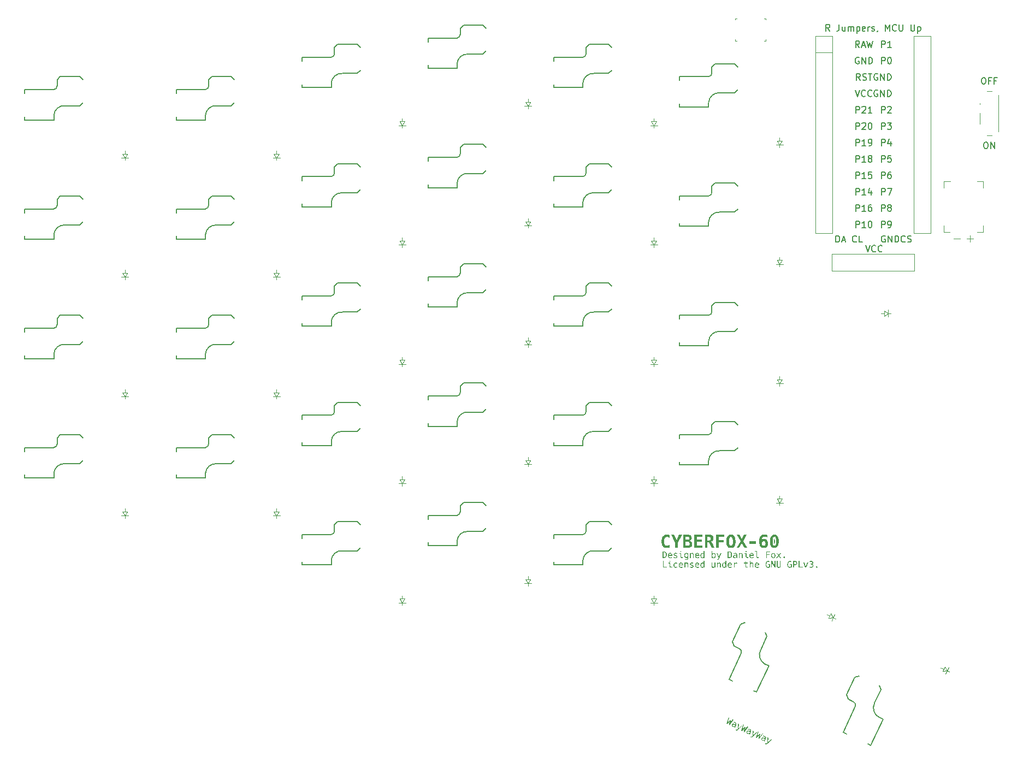
<source format=gbr>
%TF.GenerationSoftware,KiCad,Pcbnew,8.0.4*%
%TF.CreationDate,2024-07-28T16:02:37-05:00*%
%TF.ProjectId,reversible,72657665-7273-4696-926c-652e6b696361,0.5.0*%
%TF.SameCoordinates,Original*%
%TF.FileFunction,Legend,Top*%
%TF.FilePolarity,Positive*%
%FSLAX46Y46*%
G04 Gerber Fmt 4.6, Leading zero omitted, Abs format (unit mm)*
G04 Created by KiCad (PCBNEW 8.0.4) date 2024-07-28 16:02:37*
%MOMM*%
%LPD*%
G01*
G04 APERTURE LIST*
%ADD10C,0.250000*%
%ADD11C,0.150000*%
%ADD12C,0.120000*%
%ADD13C,0.100000*%
G04 APERTURE END LIST*
D10*
G36*
X121397031Y-101301330D02*
G01*
X121535761Y-101301330D01*
X121535761Y-102210891D01*
X122028643Y-102210891D01*
X122028643Y-102317381D01*
X121397031Y-102317381D01*
X121397031Y-101301330D01*
G37*
G36*
X122449717Y-101410751D02*
G01*
X122429201Y-101390723D01*
X122429201Y-101274464D01*
X122449717Y-101254436D01*
X122548147Y-101254436D01*
X122568664Y-101274464D01*
X122568664Y-101390723D01*
X122548147Y-101410751D01*
X122449717Y-101410751D01*
G37*
G36*
X122679306Y-102317381D02*
G01*
X122626076Y-102312923D01*
X122573820Y-102297252D01*
X122529639Y-102270299D01*
X122504672Y-102246062D01*
X122474801Y-102201347D01*
X122456456Y-102153879D01*
X122445835Y-102099146D01*
X122442879Y-102045294D01*
X122442879Y-101657925D01*
X122275328Y-101657925D01*
X122275328Y-101551435D01*
X122568664Y-101551435D01*
X122568664Y-102041386D01*
X122572358Y-102093524D01*
X122586249Y-102143235D01*
X122599927Y-102167415D01*
X122638639Y-102200022D01*
X122688020Y-102210848D01*
X122691762Y-102210891D01*
X122838552Y-102210891D01*
X122838552Y-102317381D01*
X122679306Y-102317381D01*
G37*
G36*
X123416186Y-102333012D02*
G01*
X123365127Y-102330593D01*
X123311268Y-102321903D01*
X123262202Y-102306894D01*
X123217929Y-102285564D01*
X123212732Y-102282454D01*
X123169621Y-102250885D01*
X123132885Y-102213056D01*
X123102524Y-102168968D01*
X123088412Y-102141770D01*
X123070033Y-102095013D01*
X123056905Y-102044867D01*
X123049028Y-101991332D01*
X123046444Y-101941709D01*
X123046403Y-101934408D01*
X123048425Y-101884152D01*
X123055687Y-101830037D01*
X123068231Y-101779463D01*
X123086057Y-101732431D01*
X123088657Y-101726801D01*
X123115730Y-101679354D01*
X123149141Y-101638127D01*
X123188889Y-101603121D01*
X123213709Y-101586362D01*
X123257581Y-101564242D01*
X123306399Y-101548443D01*
X123360163Y-101538963D01*
X123411264Y-101535853D01*
X123418873Y-101535803D01*
X123468572Y-101538262D01*
X123517405Y-101546410D01*
X123533667Y-101550702D01*
X123582235Y-101567661D01*
X123628437Y-101589299D01*
X123638447Y-101594666D01*
X123638447Y-101729244D01*
X123598916Y-101696956D01*
X123556254Y-101670749D01*
X123540994Y-101663542D01*
X123492247Y-101648290D01*
X123441424Y-101642480D01*
X123429864Y-101642293D01*
X123380888Y-101645404D01*
X123329056Y-101657654D01*
X123282585Y-101681616D01*
X123245663Y-101714772D01*
X123217327Y-101755622D01*
X123203207Y-101787129D01*
X123189440Y-101834395D01*
X123181388Y-101885182D01*
X123179027Y-101934408D01*
X123181412Y-101983294D01*
X123189545Y-102033984D01*
X123203451Y-102081442D01*
X123226177Y-102127604D01*
X123257352Y-102166072D01*
X123282830Y-102187443D01*
X123329049Y-102211257D01*
X123380529Y-102223431D01*
X123429131Y-102226522D01*
X123480282Y-102222782D01*
X123528160Y-102211562D01*
X123541239Y-102206983D01*
X123585450Y-102185538D01*
X123627044Y-102155398D01*
X123638447Y-102145189D01*
X123638447Y-102274394D01*
X123594419Y-102297234D01*
X123547820Y-102314465D01*
X123498649Y-102326085D01*
X123446907Y-102332096D01*
X123416186Y-102333012D01*
G37*
G36*
X124270355Y-101539281D02*
G01*
X124320518Y-101549714D01*
X124372921Y-101570676D01*
X124418733Y-101601105D01*
X124452753Y-101634722D01*
X124481472Y-101674487D01*
X124504250Y-101719592D01*
X124521086Y-101770039D01*
X124531979Y-101825827D01*
X124536518Y-101876396D01*
X124537261Y-101908518D01*
X124537261Y-101970556D01*
X123992355Y-101970556D01*
X123992355Y-101974464D01*
X123996278Y-102029174D01*
X124008048Y-102078023D01*
X124030667Y-102125970D01*
X124055126Y-102158134D01*
X124095324Y-102191193D01*
X124145028Y-102213432D01*
X124197189Y-102224118D01*
X124241239Y-102226522D01*
X124293926Y-102223500D01*
X124345378Y-102214432D01*
X124378992Y-102205029D01*
X124428382Y-102187638D01*
X124476536Y-102167705D01*
X124507952Y-102153005D01*
X124507952Y-102274394D01*
X124458985Y-102292884D01*
X124409537Y-102308420D01*
X124376305Y-102317136D01*
X124325884Y-102326811D01*
X124274639Y-102332020D01*
X124240017Y-102333012D01*
X124186542Y-102330442D01*
X124136787Y-102322732D01*
X124081992Y-102306695D01*
X124032556Y-102283256D01*
X123988478Y-102252416D01*
X123962069Y-102227743D01*
X123927788Y-102185471D01*
X123900600Y-102137789D01*
X123880504Y-102084698D01*
X123869176Y-102036323D01*
X123862773Y-101984191D01*
X123861197Y-101939781D01*
X123863700Y-101884582D01*
X123866634Y-101864066D01*
X123997240Y-101864066D01*
X124411476Y-101864066D01*
X124407783Y-101811860D01*
X124396703Y-101764235D01*
X124392181Y-101751470D01*
X124367390Y-101706407D01*
X124331120Y-101671847D01*
X124285779Y-101650634D01*
X124236846Y-101642755D01*
X124219990Y-101642293D01*
X124170977Y-101646484D01*
X124121870Y-101661964D01*
X124103486Y-101672091D01*
X124064205Y-101704534D01*
X124033834Y-101745993D01*
X124030457Y-101752203D01*
X124011116Y-101798378D01*
X123999255Y-101848854D01*
X123997240Y-101864066D01*
X123866634Y-101864066D01*
X123871211Y-101832070D01*
X123883728Y-101782244D01*
X123901253Y-101735106D01*
X123923708Y-101691676D01*
X123954772Y-101648474D01*
X123991980Y-101611262D01*
X124020199Y-101589781D01*
X124067531Y-101563688D01*
X124114567Y-101547664D01*
X124166274Y-101538386D01*
X124215349Y-101535803D01*
X124270355Y-101539281D01*
G37*
G36*
X124751950Y-101551435D02*
G01*
X124865279Y-101551435D01*
X124877736Y-101668671D01*
X124906630Y-101623517D01*
X124941655Y-101587705D01*
X124982810Y-101561235D01*
X125030097Y-101544108D01*
X125083515Y-101536322D01*
X125102683Y-101535803D01*
X125157638Y-101540627D01*
X125205265Y-101555099D01*
X125254495Y-101586755D01*
X125292277Y-101633485D01*
X125314259Y-101681723D01*
X125328913Y-101739609D01*
X125335096Y-101789354D01*
X125337156Y-101844526D01*
X125337156Y-102317381D01*
X125210639Y-102317381D01*
X125210639Y-101842817D01*
X125207798Y-101789030D01*
X125197981Y-101739418D01*
X125176944Y-101693989D01*
X125174735Y-101690898D01*
X125135792Y-101657672D01*
X125086153Y-101643480D01*
X125063604Y-101642293D01*
X125011636Y-101648471D01*
X124963837Y-101669537D01*
X124925851Y-101705552D01*
X124900478Y-101750193D01*
X124885677Y-101799099D01*
X124878910Y-101849512D01*
X124877736Y-101884338D01*
X124877736Y-102317381D01*
X124751950Y-102317381D01*
X124751950Y-101551435D01*
G37*
G36*
X125863500Y-102333012D02*
G01*
X125813793Y-102330698D01*
X125760417Y-102323756D01*
X125711745Y-102314121D01*
X125660376Y-102301087D01*
X125606312Y-102284652D01*
X125606312Y-102155203D01*
X125659060Y-102179441D01*
X125709592Y-102198663D01*
X125757909Y-102212871D01*
X125811479Y-102223109D01*
X125862034Y-102226522D01*
X125913162Y-102222626D01*
X125960314Y-102209488D01*
X125989773Y-102193549D01*
X126024134Y-102157525D01*
X126037598Y-102108333D01*
X126037645Y-102104889D01*
X126024971Y-102056709D01*
X125997589Y-102027464D01*
X125953591Y-102003922D01*
X125906165Y-101988377D01*
X125870094Y-101979837D01*
X125817582Y-101969090D01*
X125767207Y-101956481D01*
X125719147Y-101938136D01*
X125676443Y-101912586D01*
X125659313Y-101897771D01*
X125628653Y-101855353D01*
X125612979Y-101807599D01*
X125608999Y-101762217D01*
X125613700Y-101710895D01*
X125630230Y-101660676D01*
X125658660Y-101618417D01*
X125684225Y-101594666D01*
X125725808Y-101568914D01*
X125775328Y-101550519D01*
X125825170Y-101540460D01*
X125881089Y-101536033D01*
X125898182Y-101535803D01*
X125949313Y-101538024D01*
X125999696Y-101544686D01*
X126049330Y-101555789D01*
X126098217Y-101571333D01*
X126125816Y-101582210D01*
X126125816Y-101705796D01*
X126078439Y-101681053D01*
X126030127Y-101662386D01*
X125980879Y-101649797D01*
X125930697Y-101643286D01*
X125901602Y-101642293D01*
X125845408Y-101646217D01*
X125794542Y-101660715D01*
X125752397Y-101695051D01*
X125736411Y-101747045D01*
X125736249Y-101753912D01*
X125745601Y-101803053D01*
X125750415Y-101811554D01*
X125790923Y-101841730D01*
X125805126Y-101847457D01*
X125855195Y-101862173D01*
X125905250Y-101873610D01*
X125924316Y-101877499D01*
X125974874Y-101887025D01*
X126029617Y-101901810D01*
X126075081Y-101922965D01*
X126117390Y-101956756D01*
X126146339Y-101999718D01*
X126161926Y-102051850D01*
X126164895Y-102091700D01*
X126159843Y-102144792D01*
X126144684Y-102191962D01*
X126115552Y-102237948D01*
X126084051Y-102268532D01*
X126040041Y-102296742D01*
X125988613Y-102316892D01*
X125937527Y-102327912D01*
X125880762Y-102332760D01*
X125863500Y-102333012D01*
G37*
G36*
X126796803Y-101539281D02*
G01*
X126846966Y-101549714D01*
X126899369Y-101570676D01*
X126945181Y-101601105D01*
X126979201Y-101634722D01*
X127007920Y-101674487D01*
X127030698Y-101719592D01*
X127047534Y-101770039D01*
X127058427Y-101825827D01*
X127062966Y-101876396D01*
X127063709Y-101908518D01*
X127063709Y-101970556D01*
X126518803Y-101970556D01*
X126518803Y-101974464D01*
X126522726Y-102029174D01*
X126534496Y-102078023D01*
X126557115Y-102125970D01*
X126581574Y-102158134D01*
X126621772Y-102191193D01*
X126671476Y-102213432D01*
X126723637Y-102224118D01*
X126767687Y-102226522D01*
X126820374Y-102223500D01*
X126871826Y-102214432D01*
X126905440Y-102205029D01*
X126954830Y-102187638D01*
X127002984Y-102167705D01*
X127034400Y-102153005D01*
X127034400Y-102274394D01*
X126985433Y-102292884D01*
X126935985Y-102308420D01*
X126902753Y-102317136D01*
X126852332Y-102326811D01*
X126801087Y-102332020D01*
X126766465Y-102333012D01*
X126712990Y-102330442D01*
X126663235Y-102322732D01*
X126608440Y-102306695D01*
X126559004Y-102283256D01*
X126514926Y-102252416D01*
X126488517Y-102227743D01*
X126454236Y-102185471D01*
X126427048Y-102137789D01*
X126406952Y-102084698D01*
X126395624Y-102036323D01*
X126389221Y-101984191D01*
X126387645Y-101939781D01*
X126390148Y-101884582D01*
X126393082Y-101864066D01*
X126523688Y-101864066D01*
X126937924Y-101864066D01*
X126934231Y-101811860D01*
X126923151Y-101764235D01*
X126918629Y-101751470D01*
X126893838Y-101706407D01*
X126857568Y-101671847D01*
X126812227Y-101650634D01*
X126763294Y-101642755D01*
X126746438Y-101642293D01*
X126697425Y-101646484D01*
X126648318Y-101661964D01*
X126629934Y-101672091D01*
X126590653Y-101704534D01*
X126560282Y-101745993D01*
X126556905Y-101752203D01*
X126537564Y-101798378D01*
X126525703Y-101848854D01*
X126523688Y-101864066D01*
X126393082Y-101864066D01*
X126397659Y-101832070D01*
X126410176Y-101782244D01*
X126427701Y-101735106D01*
X126450156Y-101691676D01*
X126481220Y-101648474D01*
X126518428Y-101611262D01*
X126546647Y-101589781D01*
X126593979Y-101563688D01*
X126641015Y-101547664D01*
X126692722Y-101538386D01*
X126741797Y-101535803D01*
X126796803Y-101539281D01*
G37*
G36*
X127857254Y-102317381D02*
G01*
X127743925Y-102317381D01*
X127731469Y-102216997D01*
X127698410Y-102262202D01*
X127658433Y-102296304D01*
X127611536Y-102319303D01*
X127557721Y-102331199D01*
X127523863Y-102333012D01*
X127474255Y-102329577D01*
X127425693Y-102317865D01*
X127383423Y-102297841D01*
X127344119Y-102267982D01*
X127311203Y-102231529D01*
X127292809Y-102203563D01*
X127270140Y-102157516D01*
X127252692Y-102108034D01*
X127243960Y-102073138D01*
X127235478Y-102023823D01*
X127230516Y-101974277D01*
X127229210Y-101933675D01*
X127361685Y-101933675D01*
X127363615Y-101983979D01*
X127368524Y-102030884D01*
X127378355Y-102080221D01*
X127394170Y-102126138D01*
X127419184Y-102168560D01*
X127449613Y-102198434D01*
X127495156Y-102220350D01*
X127546333Y-102226522D01*
X127596983Y-102220458D01*
X127642320Y-102198923D01*
X127678049Y-102162421D01*
X127698252Y-102126871D01*
X127714616Y-102080770D01*
X127724630Y-102031372D01*
X127729759Y-101981424D01*
X127731469Y-101933675D01*
X127729539Y-101883578D01*
X127724630Y-101837199D01*
X127714616Y-101788045D01*
X127698252Y-101742189D01*
X127672857Y-101699714D01*
X127642320Y-101670137D01*
X127596983Y-101648411D01*
X127546333Y-101642293D01*
X127495156Y-101648411D01*
X127449613Y-101670137D01*
X127414038Y-101706519D01*
X127394170Y-101742189D01*
X127377565Y-101791021D01*
X127368524Y-101837199D01*
X127363395Y-101886597D01*
X127361685Y-101933675D01*
X127229210Y-101933675D01*
X127229061Y-101929034D01*
X127231023Y-101874102D01*
X127236909Y-101822879D01*
X127249150Y-101766308D01*
X127267042Y-101715077D01*
X127290584Y-101669187D01*
X127309417Y-101641561D01*
X127347273Y-101600352D01*
X127390528Y-101569266D01*
X127439183Y-101548300D01*
X127493237Y-101537456D01*
X127526549Y-101535803D01*
X127578666Y-101540681D01*
X127626269Y-101555313D01*
X127646717Y-101565357D01*
X127686508Y-101594491D01*
X127718964Y-101634268D01*
X127731469Y-101656215D01*
X127731469Y-101254436D01*
X127857254Y-101254436D01*
X127857254Y-102317381D01*
G37*
G36*
X129195705Y-102333012D02*
G01*
X129141094Y-102328188D01*
X129093764Y-102313717D01*
X129044841Y-102282061D01*
X129007296Y-102235330D01*
X128985452Y-102187092D01*
X128970889Y-102129207D01*
X128964745Y-102079461D01*
X128962697Y-102024289D01*
X128962697Y-101551435D01*
X129088482Y-101551435D01*
X129088482Y-102025999D01*
X129092137Y-102083767D01*
X129103103Y-102131744D01*
X129125912Y-102176391D01*
X129165828Y-102210660D01*
X129220073Y-102225739D01*
X129238203Y-102226522D01*
X129288988Y-102220345D01*
X129335926Y-102199279D01*
X129373514Y-102163263D01*
X129398758Y-102118622D01*
X129413485Y-102069717D01*
X129420216Y-102019304D01*
X129421385Y-101984477D01*
X129421385Y-101551435D01*
X129547903Y-101551435D01*
X129547903Y-102317381D01*
X129433597Y-102317381D01*
X129421385Y-102201365D01*
X129392614Y-102246105D01*
X129357592Y-102281587D01*
X129316319Y-102307814D01*
X129268794Y-102324784D01*
X129215019Y-102332498D01*
X129195705Y-102333012D01*
G37*
G36*
X129804846Y-101551435D02*
G01*
X129918175Y-101551435D01*
X129930632Y-101668671D01*
X129959526Y-101623517D01*
X129994551Y-101587705D01*
X130035707Y-101561235D01*
X130082993Y-101544108D01*
X130136411Y-101536322D01*
X130155579Y-101535803D01*
X130210534Y-101540627D01*
X130258161Y-101555099D01*
X130307391Y-101586755D01*
X130345173Y-101633485D01*
X130367155Y-101681723D01*
X130381809Y-101739609D01*
X130387992Y-101789354D01*
X130390052Y-101844526D01*
X130390052Y-102317381D01*
X130263535Y-102317381D01*
X130263535Y-101842817D01*
X130260694Y-101789030D01*
X130250877Y-101739418D01*
X130229840Y-101693989D01*
X130227631Y-101690898D01*
X130188688Y-101657672D01*
X130139049Y-101643480D01*
X130116500Y-101642293D01*
X130064532Y-101648471D01*
X130016733Y-101669537D01*
X129978747Y-101705552D01*
X129953374Y-101750193D01*
X129938573Y-101799099D01*
X129931806Y-101849512D01*
X129930632Y-101884338D01*
X129930632Y-102317381D01*
X129804846Y-102317381D01*
X129804846Y-101551435D01*
G37*
G36*
X131225851Y-102317381D02*
G01*
X131112523Y-102317381D01*
X131100066Y-102216997D01*
X131067008Y-102262202D01*
X131027030Y-102296304D01*
X130980134Y-102319303D01*
X130926318Y-102331199D01*
X130892460Y-102333012D01*
X130842853Y-102329577D01*
X130794291Y-102317865D01*
X130752020Y-102297841D01*
X130712716Y-102267982D01*
X130679801Y-102231529D01*
X130661406Y-102203563D01*
X130638737Y-102157516D01*
X130621289Y-102108034D01*
X130612558Y-102073138D01*
X130604075Y-102023823D01*
X130599114Y-101974277D01*
X130597808Y-101933675D01*
X130730283Y-101933675D01*
X130732213Y-101983979D01*
X130737121Y-102030884D01*
X130746952Y-102080221D01*
X130762767Y-102126138D01*
X130787781Y-102168560D01*
X130818210Y-102198434D01*
X130863754Y-102220350D01*
X130914930Y-102226522D01*
X130965581Y-102220458D01*
X131010918Y-102198923D01*
X131046647Y-102162421D01*
X131066849Y-102126871D01*
X131083214Y-102080770D01*
X131093227Y-102031372D01*
X131098357Y-101981424D01*
X131100066Y-101933675D01*
X131098136Y-101883578D01*
X131093227Y-101837199D01*
X131083214Y-101788045D01*
X131066849Y-101742189D01*
X131041454Y-101699714D01*
X131010918Y-101670137D01*
X130965581Y-101648411D01*
X130914930Y-101642293D01*
X130863754Y-101648411D01*
X130818210Y-101670137D01*
X130782635Y-101706519D01*
X130762767Y-101742189D01*
X130746162Y-101791021D01*
X130737121Y-101837199D01*
X130731992Y-101886597D01*
X130730283Y-101933675D01*
X130597808Y-101933675D01*
X130597659Y-101929034D01*
X130599621Y-101874102D01*
X130605506Y-101822879D01*
X130617748Y-101766308D01*
X130635639Y-101715077D01*
X130659181Y-101669187D01*
X130678015Y-101641561D01*
X130715870Y-101600352D01*
X130759125Y-101569266D01*
X130807780Y-101548300D01*
X130861834Y-101537456D01*
X130895147Y-101535803D01*
X130947264Y-101540681D01*
X130994866Y-101555313D01*
X131015314Y-101565357D01*
X131055106Y-101594491D01*
X131087561Y-101634268D01*
X131100066Y-101656215D01*
X131100066Y-101254436D01*
X131225851Y-101254436D01*
X131225851Y-102317381D01*
G37*
G36*
X131849699Y-101539281D02*
G01*
X131899862Y-101549714D01*
X131952265Y-101570676D01*
X131998077Y-101601105D01*
X132032097Y-101634722D01*
X132060817Y-101674487D01*
X132083594Y-101719592D01*
X132100430Y-101770039D01*
X132111323Y-101825827D01*
X132115862Y-101876396D01*
X132116605Y-101908518D01*
X132116605Y-101970556D01*
X131571699Y-101970556D01*
X131571699Y-101974464D01*
X131575622Y-102029174D01*
X131587392Y-102078023D01*
X131610011Y-102125970D01*
X131634470Y-102158134D01*
X131674668Y-102191193D01*
X131724372Y-102213432D01*
X131776533Y-102224118D01*
X131820583Y-102226522D01*
X131873270Y-102223500D01*
X131924722Y-102214432D01*
X131958336Y-102205029D01*
X132007726Y-102187638D01*
X132055880Y-102167705D01*
X132087296Y-102153005D01*
X132087296Y-102274394D01*
X132038329Y-102292884D01*
X131988881Y-102308420D01*
X131955649Y-102317136D01*
X131905228Y-102326811D01*
X131853983Y-102332020D01*
X131819361Y-102333012D01*
X131765886Y-102330442D01*
X131716131Y-102322732D01*
X131661336Y-102306695D01*
X131611900Y-102283256D01*
X131567822Y-102252416D01*
X131541413Y-102227743D01*
X131507132Y-102185471D01*
X131479944Y-102137789D01*
X131459848Y-102084698D01*
X131448520Y-102036323D01*
X131442117Y-101984191D01*
X131440541Y-101939781D01*
X131443044Y-101884582D01*
X131445978Y-101864066D01*
X131576584Y-101864066D01*
X131990820Y-101864066D01*
X131987127Y-101811860D01*
X131976047Y-101764235D01*
X131971525Y-101751470D01*
X131946734Y-101706407D01*
X131910464Y-101671847D01*
X131865123Y-101650634D01*
X131816190Y-101642755D01*
X131799334Y-101642293D01*
X131750321Y-101646484D01*
X131701214Y-101661964D01*
X131682830Y-101672091D01*
X131643549Y-101704534D01*
X131613178Y-101745993D01*
X131609801Y-101752203D01*
X131590460Y-101798378D01*
X131578599Y-101848854D01*
X131576584Y-101864066D01*
X131445978Y-101864066D01*
X131450555Y-101832070D01*
X131463072Y-101782244D01*
X131480597Y-101735106D01*
X131503052Y-101691676D01*
X131534116Y-101648474D01*
X131571324Y-101611262D01*
X131599543Y-101589781D01*
X131646875Y-101563688D01*
X131693911Y-101547664D01*
X131745618Y-101538386D01*
X131794693Y-101535803D01*
X131849699Y-101539281D01*
G37*
G36*
X132404323Y-101551435D02*
G01*
X132518629Y-101551435D01*
X132530841Y-101703110D01*
X132554139Y-101656255D01*
X132583735Y-101616747D01*
X132623563Y-101581773D01*
X132627561Y-101579034D01*
X132675061Y-101554421D01*
X132723451Y-101540912D01*
X132776803Y-101535846D01*
X132782411Y-101535803D01*
X132833510Y-101539262D01*
X132885755Y-101551216D01*
X132933230Y-101571710D01*
X132946542Y-101579523D01*
X132946542Y-101711414D01*
X132907845Y-101681174D01*
X132860260Y-101657481D01*
X132808386Y-101644723D01*
X132771420Y-101642293D01*
X132716664Y-101646980D01*
X132668655Y-101661039D01*
X132622710Y-101688059D01*
X132592879Y-101717276D01*
X132565737Y-101758843D01*
X132546350Y-101808562D01*
X132535748Y-101858752D01*
X132531083Y-101915184D01*
X132530841Y-101932454D01*
X132530841Y-102317381D01*
X132404323Y-102317381D01*
X132404323Y-101551435D01*
G37*
G36*
X134433981Y-102317381D02*
G01*
X134384027Y-102315406D01*
X134333061Y-102308109D01*
X134284461Y-102293188D01*
X134242084Y-102268007D01*
X134234435Y-102261205D01*
X134203652Y-102218319D01*
X134185695Y-102166426D01*
X134178113Y-102117355D01*
X134176061Y-102069230D01*
X134176061Y-101657925D01*
X133971874Y-101657925D01*
X133971874Y-101551435D01*
X134176061Y-101551435D01*
X134176061Y-101351889D01*
X134301846Y-101297178D01*
X134301846Y-101551435D01*
X134587610Y-101551435D01*
X134587610Y-101657925D01*
X134301846Y-101657925D01*
X134301846Y-102063612D01*
X134305655Y-102113953D01*
X134321524Y-102161411D01*
X134334086Y-102178162D01*
X134378233Y-102202708D01*
X134426971Y-102210379D01*
X134446193Y-102210891D01*
X134587610Y-102210891D01*
X134587610Y-102317381D01*
X134433981Y-102317381D01*
G37*
G36*
X134857742Y-101254436D02*
G01*
X134983528Y-101254436D01*
X134983528Y-101668671D01*
X135012465Y-101623517D01*
X135047618Y-101587705D01*
X135088989Y-101561235D01*
X135136576Y-101544108D01*
X135190380Y-101536322D01*
X135209696Y-101535803D01*
X135259250Y-101539262D01*
X135310370Y-101552881D01*
X135354288Y-101579523D01*
X135387627Y-101615907D01*
X135412174Y-101659848D01*
X135423653Y-101693340D01*
X135434639Y-101742831D01*
X135441064Y-101794919D01*
X135442948Y-101844526D01*
X135442948Y-102317381D01*
X135316431Y-102317381D01*
X135316431Y-101842817D01*
X135313552Y-101789030D01*
X135303601Y-101739418D01*
X135282277Y-101693989D01*
X135280038Y-101690898D01*
X135240695Y-101657672D01*
X135190349Y-101643480D01*
X135167442Y-101642293D01*
X135118498Y-101647239D01*
X135072423Y-101665512D01*
X135056312Y-101677464D01*
X135023965Y-101714891D01*
X135002030Y-101761227D01*
X134999892Y-101768078D01*
X134988705Y-101817620D01*
X134983783Y-101869218D01*
X134983528Y-101884338D01*
X134983528Y-102317381D01*
X134857742Y-102317381D01*
X134857742Y-101254436D01*
G37*
G36*
X136060446Y-101539281D02*
G01*
X136110609Y-101549714D01*
X136163012Y-101570676D01*
X136208823Y-101601105D01*
X136242844Y-101634722D01*
X136271563Y-101674487D01*
X136294341Y-101719592D01*
X136311176Y-101770039D01*
X136322070Y-101825827D01*
X136326609Y-101876396D01*
X136327352Y-101908518D01*
X136327352Y-101970556D01*
X135782446Y-101970556D01*
X135782446Y-101974464D01*
X135786369Y-102029174D01*
X135798139Y-102078023D01*
X135820758Y-102125970D01*
X135845216Y-102158134D01*
X135885415Y-102191193D01*
X135935119Y-102213432D01*
X135987280Y-102224118D01*
X136031329Y-102226522D01*
X136084017Y-102223500D01*
X136135468Y-102214432D01*
X136169082Y-102205029D01*
X136218473Y-102187638D01*
X136266627Y-102167705D01*
X136298043Y-102153005D01*
X136298043Y-102274394D01*
X136249076Y-102292884D01*
X136199628Y-102308420D01*
X136166396Y-102317136D01*
X136115975Y-102326811D01*
X136064730Y-102332020D01*
X136030108Y-102333012D01*
X135976632Y-102330442D01*
X135926877Y-102322732D01*
X135872083Y-102306695D01*
X135822647Y-102283256D01*
X135778569Y-102252416D01*
X135752160Y-102227743D01*
X135717879Y-102185471D01*
X135690691Y-102137789D01*
X135670595Y-102084698D01*
X135659267Y-102036323D01*
X135652864Y-101984191D01*
X135651287Y-101939781D01*
X135653791Y-101884582D01*
X135656725Y-101864066D01*
X135787331Y-101864066D01*
X136201567Y-101864066D01*
X136197873Y-101811860D01*
X136186794Y-101764235D01*
X136182271Y-101751470D01*
X136157481Y-101706407D01*
X136121211Y-101671847D01*
X136075870Y-101650634D01*
X136026937Y-101642755D01*
X136010080Y-101642293D01*
X135961068Y-101646484D01*
X135911960Y-101661964D01*
X135893576Y-101672091D01*
X135854296Y-101704534D01*
X135823924Y-101745993D01*
X135820548Y-101752203D01*
X135801207Y-101798378D01*
X135789346Y-101848854D01*
X135787331Y-101864066D01*
X135656725Y-101864066D01*
X135661301Y-101832070D01*
X135673819Y-101782244D01*
X135691343Y-101735106D01*
X135713798Y-101691676D01*
X135744863Y-101648474D01*
X135782071Y-101611262D01*
X135810290Y-101589781D01*
X135857621Y-101563688D01*
X135904657Y-101547664D01*
X135956364Y-101538386D01*
X136005440Y-101535803D01*
X136060446Y-101539281D01*
G37*
G36*
X137729306Y-102333012D02*
G01*
X137676090Y-102330230D01*
X137626352Y-102321884D01*
X137575166Y-102306084D01*
X137555893Y-102297841D01*
X137510966Y-102272687D01*
X137470523Y-102241188D01*
X137434564Y-102203345D01*
X137427910Y-102195015D01*
X137396950Y-102149108D01*
X137371238Y-102097943D01*
X137350773Y-102041518D01*
X137338179Y-101992591D01*
X137328944Y-101940298D01*
X137323067Y-101884639D01*
X137320548Y-101825614D01*
X137320443Y-101810332D01*
X137322153Y-101749569D01*
X137327282Y-101692333D01*
X137335830Y-101638622D01*
X137347798Y-101588438D01*
X137363186Y-101541780D01*
X137387228Y-101488416D01*
X137416614Y-101440562D01*
X137429864Y-101422963D01*
X137466079Y-101383419D01*
X137506338Y-101350578D01*
X137550639Y-101324438D01*
X137598983Y-101305002D01*
X137651370Y-101292267D01*
X137707800Y-101286235D01*
X137731504Y-101285699D01*
X137780562Y-101288069D01*
X137831151Y-101295985D01*
X137857289Y-101302551D01*
X137904978Y-101319937D01*
X137950410Y-101342725D01*
X137970618Y-101355064D01*
X137970618Y-101495503D01*
X137932255Y-101462209D01*
X137912244Y-101447876D01*
X137868768Y-101422498D01*
X137857289Y-101417101D01*
X137809221Y-101400966D01*
X137795495Y-101398050D01*
X137746945Y-101392469D01*
X137733458Y-101392189D01*
X137678258Y-101397156D01*
X137629346Y-101412057D01*
X137586722Y-101436893D01*
X137550386Y-101471663D01*
X137532446Y-101495992D01*
X137506084Y-101546548D01*
X137488642Y-101598068D01*
X137477740Y-101646774D01*
X137470142Y-101700726D01*
X137465848Y-101759927D01*
X137464791Y-101811065D01*
X137465813Y-101863104D01*
X137469409Y-101917013D01*
X137475594Y-101966015D01*
X137481155Y-101995957D01*
X137494368Y-102045792D01*
X137513259Y-102093178D01*
X137530492Y-102123940D01*
X137562317Y-102163911D01*
X137600944Y-102194065D01*
X137646373Y-102214401D01*
X137698604Y-102224919D01*
X137731504Y-102226522D01*
X137781341Y-102222475D01*
X137811371Y-102215043D01*
X137843367Y-102201365D01*
X137873653Y-102180849D01*
X137873653Y-101892398D01*
X137725154Y-101892398D01*
X137725154Y-101785908D01*
X138005544Y-101785908D01*
X138005544Y-102234582D01*
X137965509Y-102265390D01*
X137922646Y-102290310D01*
X137881225Y-102307855D01*
X137831757Y-102322178D01*
X137779404Y-102330555D01*
X137729306Y-102333012D01*
G37*
G36*
X138187994Y-101301330D02*
G01*
X138363116Y-101301330D01*
X138707498Y-102140304D01*
X138707498Y-101301330D01*
X138840855Y-101301330D01*
X138840855Y-102317381D01*
X138665733Y-102317381D01*
X138321350Y-101492817D01*
X138321350Y-102317381D01*
X138187994Y-102317381D01*
X138187994Y-101301330D01*
G37*
G36*
X139356207Y-102333012D02*
G01*
X139304722Y-102330264D01*
X139253054Y-102321086D01*
X139227003Y-102313473D01*
X139180860Y-102293399D01*
X139172048Y-102288804D01*
X139130201Y-102260897D01*
X139121734Y-102253633D01*
X139089354Y-102217028D01*
X139084121Y-102209181D01*
X139062185Y-102163065D01*
X139056033Y-102144457D01*
X139044889Y-102095551D01*
X139040401Y-102059704D01*
X139037062Y-102008654D01*
X139035688Y-101955073D01*
X139035516Y-101924882D01*
X139035516Y-101301330D01*
X139174491Y-101301330D01*
X139174491Y-101990828D01*
X139175040Y-102040470D01*
X139177700Y-102090101D01*
X139178398Y-102096341D01*
X139192174Y-102144321D01*
X139192809Y-102145434D01*
X139223721Y-102184434D01*
X139256312Y-102206006D01*
X139304941Y-102222014D01*
X139356207Y-102226522D01*
X139407999Y-102222014D01*
X139456835Y-102206006D01*
X139497725Y-102176141D01*
X139520338Y-102145434D01*
X139534749Y-102097073D01*
X139537909Y-102048095D01*
X139538653Y-101996573D01*
X139538657Y-101992049D01*
X139538657Y-101301330D01*
X139676898Y-101301330D01*
X139676898Y-101924882D01*
X139676350Y-101977018D01*
X139674243Y-102029316D01*
X139671281Y-102064345D01*
X139664308Y-102114216D01*
X139657603Y-102144457D01*
X139639605Y-102190722D01*
X139610496Y-102233633D01*
X139590680Y-102253633D01*
X139550619Y-102283264D01*
X139540366Y-102289048D01*
X139494488Y-102310365D01*
X139486144Y-102313473D01*
X139438411Y-102325876D01*
X139428503Y-102327639D01*
X139378219Y-102332587D01*
X139356207Y-102333012D01*
G37*
G36*
X141097903Y-102333012D02*
G01*
X141044687Y-102330230D01*
X140994949Y-102321884D01*
X140943763Y-102306084D01*
X140924491Y-102297841D01*
X140879563Y-102272687D01*
X140839120Y-102241188D01*
X140803161Y-102203345D01*
X140796507Y-102195015D01*
X140765548Y-102149108D01*
X140739835Y-102097943D01*
X140719370Y-102041518D01*
X140706777Y-101992591D01*
X140697541Y-101940298D01*
X140691664Y-101884639D01*
X140689145Y-101825614D01*
X140689040Y-101810332D01*
X140690750Y-101749569D01*
X140695879Y-101692333D01*
X140704428Y-101638622D01*
X140716396Y-101588438D01*
X140731783Y-101541780D01*
X140755826Y-101488416D01*
X140785211Y-101440562D01*
X140798461Y-101422963D01*
X140834677Y-101383419D01*
X140874935Y-101350578D01*
X140919236Y-101324438D01*
X140967580Y-101305002D01*
X141019967Y-101292267D01*
X141076397Y-101286235D01*
X141100101Y-101285699D01*
X141149160Y-101288069D01*
X141199748Y-101295985D01*
X141225886Y-101302551D01*
X141273576Y-101319937D01*
X141319008Y-101342725D01*
X141339215Y-101355064D01*
X141339215Y-101495503D01*
X141300852Y-101462209D01*
X141280841Y-101447876D01*
X141237365Y-101422498D01*
X141225886Y-101417101D01*
X141177819Y-101400966D01*
X141164093Y-101398050D01*
X141115542Y-101392469D01*
X141102055Y-101392189D01*
X141046856Y-101397156D01*
X140997944Y-101412057D01*
X140955320Y-101436893D01*
X140918984Y-101471663D01*
X140901043Y-101495992D01*
X140874681Y-101546548D01*
X140857239Y-101598068D01*
X140846338Y-101646774D01*
X140838740Y-101700726D01*
X140834445Y-101759927D01*
X140833388Y-101811065D01*
X140834411Y-101863104D01*
X140838006Y-101917013D01*
X140844191Y-101966015D01*
X140849752Y-101995957D01*
X140862965Y-102045792D01*
X140881856Y-102093178D01*
X140899089Y-102123940D01*
X140930914Y-102163911D01*
X140969541Y-102194065D01*
X141014970Y-102214401D01*
X141067201Y-102224919D01*
X141100101Y-102226522D01*
X141149938Y-102222475D01*
X141179969Y-102215043D01*
X141211964Y-102201365D01*
X141242251Y-102180849D01*
X141242251Y-101892398D01*
X141093751Y-101892398D01*
X141093751Y-101785908D01*
X141374142Y-101785908D01*
X141374142Y-102234582D01*
X141334107Y-102265390D01*
X141291243Y-102290310D01*
X141249822Y-102307855D01*
X141200355Y-102322178D01*
X141148001Y-102330555D01*
X141097903Y-102333012D01*
G37*
G36*
X141928296Y-101303203D02*
G01*
X141984350Y-101310393D01*
X142034771Y-101322975D01*
X142086476Y-101344470D01*
X142130514Y-101373304D01*
X142136179Y-101378023D01*
X142171589Y-101416437D01*
X142197461Y-101461584D01*
X142203102Y-101475720D01*
X142216860Y-101524733D01*
X142223334Y-101574198D01*
X142224351Y-101604924D01*
X142221277Y-101658428D01*
X142212055Y-101706831D01*
X142193525Y-101756854D01*
X142166628Y-101799936D01*
X142136912Y-101831337D01*
X142094852Y-101861220D01*
X142044542Y-101883764D01*
X141994850Y-101897245D01*
X141939097Y-101905333D01*
X141888005Y-101907955D01*
X141877282Y-101908029D01*
X141717303Y-101908029D01*
X141717303Y-102317381D01*
X141579061Y-102317381D01*
X141579061Y-101801540D01*
X141717303Y-101801540D01*
X141877282Y-101801540D01*
X141927712Y-101797610D01*
X141965454Y-101787618D01*
X142010392Y-101763522D01*
X142027003Y-101749516D01*
X142057317Y-101709011D01*
X142075048Y-101658694D01*
X142080248Y-101604436D01*
X142076036Y-101555120D01*
X142061477Y-101508075D01*
X142033450Y-101465747D01*
X142027003Y-101459111D01*
X141985840Y-101429909D01*
X141939052Y-101413881D01*
X141889316Y-101408020D01*
X141877282Y-101407820D01*
X141717303Y-101407820D01*
X141717303Y-101801540D01*
X141579061Y-101801540D01*
X141579061Y-101301330D01*
X141877282Y-101301330D01*
X141928296Y-101303203D01*
G37*
G36*
X142450764Y-101301330D02*
G01*
X142589494Y-101301330D01*
X142589494Y-102210891D01*
X143082376Y-102210891D01*
X143082376Y-102317381D01*
X142450764Y-102317381D01*
X142450764Y-101301330D01*
G37*
G36*
X143214267Y-101551435D02*
G01*
X143344693Y-101551435D01*
X143566954Y-102194526D01*
X143789703Y-101551435D01*
X143920373Y-101551435D01*
X143648287Y-102317381D01*
X143486354Y-102317381D01*
X143214267Y-101551435D01*
G37*
G36*
X144374909Y-102333012D02*
G01*
X144324030Y-102331363D01*
X144306277Y-102330081D01*
X144256448Y-102324771D01*
X144233493Y-102321288D01*
X144185046Y-102312374D01*
X144164372Y-102307855D01*
X144115320Y-102295052D01*
X144089878Y-102287339D01*
X144089878Y-102149586D01*
X144135088Y-102172371D01*
X144158266Y-102183047D01*
X144205314Y-102201224D01*
X144227387Y-102207960D01*
X144275910Y-102218904D01*
X144294553Y-102221882D01*
X144344928Y-102226232D01*
X144361964Y-102226522D01*
X144415637Y-102223149D01*
X144467990Y-102211288D01*
X144516189Y-102188095D01*
X144536354Y-102172544D01*
X144568425Y-102134210D01*
X144588618Y-102087288D01*
X144596636Y-102037718D01*
X144597170Y-102019648D01*
X144592398Y-101968803D01*
X144575902Y-101920011D01*
X144547624Y-101879330D01*
X144536842Y-101868706D01*
X144494877Y-101839984D01*
X144444087Y-101821900D01*
X144390831Y-101814719D01*
X144371490Y-101814240D01*
X144266221Y-101814240D01*
X144266221Y-101707750D01*
X144371490Y-101707750D01*
X144422280Y-101704505D01*
X144470556Y-101693285D01*
X144517153Y-101669242D01*
X144520478Y-101666718D01*
X144554636Y-101628048D01*
X144570710Y-101581835D01*
X144573234Y-101550214D01*
X144566296Y-101498156D01*
X144543122Y-101452845D01*
X144523897Y-101433221D01*
X144481296Y-101408217D01*
X144430478Y-101395434D01*
X144380527Y-101392189D01*
X144328815Y-101394807D01*
X144277365Y-101401926D01*
X144256696Y-101405866D01*
X144206767Y-101417704D01*
X144159853Y-101432297D01*
X144120652Y-101446899D01*
X144120652Y-101326732D01*
X144170870Y-101314911D01*
X144221867Y-101304222D01*
X144268419Y-101295957D01*
X144316825Y-101289315D01*
X144366700Y-101285949D01*
X144383946Y-101285699D01*
X144436073Y-101288206D01*
X144485109Y-101295728D01*
X144516082Y-101303528D01*
X144562757Y-101321038D01*
X144607343Y-101346657D01*
X144621839Y-101357506D01*
X144660414Y-101395776D01*
X144687968Y-101440243D01*
X144704500Y-101490909D01*
X144709924Y-101540325D01*
X144710010Y-101547771D01*
X144705335Y-101597669D01*
X144698043Y-101624219D01*
X144675287Y-101668661D01*
X144663360Y-101684059D01*
X144626261Y-101717225D01*
X144583518Y-101741115D01*
X144532189Y-101759042D01*
X144526584Y-101760507D01*
X144573937Y-101776551D01*
X144620129Y-101800840D01*
X144658824Y-101831737D01*
X144680457Y-101856006D01*
X144707187Y-101898870D01*
X144721246Y-101935629D01*
X144731156Y-101983545D01*
X144733946Y-102028685D01*
X144730649Y-102079530D01*
X144718467Y-102133552D01*
X144697310Y-102181872D01*
X144667176Y-102224487D01*
X144640157Y-102251435D01*
X144599227Y-102280796D01*
X144551848Y-102303788D01*
X144527805Y-102312251D01*
X144479986Y-102324071D01*
X144427202Y-102330985D01*
X144374909Y-102333012D01*
G37*
G36*
X145249299Y-102333012D02*
G01*
X145201376Y-102322734D01*
X145170408Y-102300528D01*
X145144537Y-102257603D01*
X145138412Y-102215775D01*
X145147442Y-102166015D01*
X145170408Y-102131267D01*
X145213773Y-102103940D01*
X145249299Y-102098539D01*
X145299326Y-102110077D01*
X145327701Y-102131267D01*
X145353770Y-102173995D01*
X145359941Y-102215775D01*
X145350842Y-102265605D01*
X145327701Y-102300528D01*
X145284625Y-102327651D01*
X145249299Y-102333012D01*
G37*
D11*
G36*
X122037541Y-99263644D02*
G01*
X121938302Y-99259438D01*
X121822626Y-99242353D01*
X121716251Y-99212126D01*
X121619179Y-99168756D01*
X121531409Y-99112244D01*
X121452941Y-99042589D01*
X121410325Y-98994488D01*
X121347702Y-98904147D01*
X121295694Y-98802261D01*
X121254299Y-98688831D01*
X121228825Y-98589776D01*
X121210144Y-98483332D01*
X121198256Y-98369499D01*
X121193162Y-98248278D01*
X121192949Y-98216819D01*
X121196346Y-98093201D01*
X121206535Y-97977094D01*
X121223518Y-97868498D01*
X121247293Y-97767412D01*
X121277862Y-97673836D01*
X121325625Y-97567429D01*
X121384003Y-97472756D01*
X121410325Y-97438173D01*
X121483212Y-97360633D01*
X121565401Y-97296235D01*
X121656891Y-97244980D01*
X121757685Y-97206867D01*
X121867780Y-97181896D01*
X121987177Y-97170068D01*
X122037541Y-97169017D01*
X122139402Y-97173972D01*
X122236401Y-97188839D01*
X122263222Y-97194907D01*
X122360158Y-97225218D01*
X122451298Y-97266691D01*
X122463012Y-97273064D01*
X122463012Y-97740057D01*
X122387699Y-97671695D01*
X122352614Y-97645290D01*
X122268974Y-97594547D01*
X122260779Y-97590580D01*
X122168049Y-97557544D01*
X122158686Y-97555409D01*
X122061232Y-97544185D01*
X122058058Y-97544174D01*
X121955231Y-97554737D01*
X121855317Y-97591875D01*
X121772095Y-97655751D01*
X121725887Y-97713190D01*
X121676306Y-97809330D01*
X121644543Y-97909732D01*
X121625950Y-98007883D01*
X121615325Y-98117197D01*
X121612559Y-98216819D01*
X121615325Y-98316779D01*
X121625950Y-98426185D01*
X121644543Y-98524084D01*
X121676306Y-98623758D01*
X121725887Y-98718494D01*
X121797981Y-98800668D01*
X121886767Y-98855949D01*
X121992246Y-98884336D01*
X122058058Y-98888487D01*
X122155366Y-98879041D01*
X122249454Y-98850705D01*
X122261756Y-98845500D01*
X122350657Y-98798445D01*
X122356522Y-98794697D01*
X122437714Y-98734686D01*
X122463012Y-98713609D01*
X122463012Y-99163016D01*
X122371106Y-99204604D01*
X122274907Y-99235029D01*
X122261756Y-99238242D01*
X122160183Y-99256475D01*
X122059765Y-99263420D01*
X122037541Y-99263644D01*
G37*
G36*
X123325678Y-98443476D02*
G01*
X122695043Y-97200280D01*
X123129795Y-97200280D01*
X123526446Y-98034125D01*
X123924561Y-97200280D01*
X124359314Y-97200280D01*
X123728679Y-98443476D01*
X123728679Y-99232381D01*
X123325678Y-99232381D01*
X123325678Y-98443476D01*
G37*
G36*
X125300135Y-97203381D02*
G01*
X125412609Y-97215288D01*
X125512855Y-97236125D01*
X125614355Y-97271721D01*
X125709977Y-97327286D01*
X125784776Y-97399399D01*
X125838204Y-97487265D01*
X125870261Y-97590885D01*
X125880780Y-97694476D01*
X125880947Y-97710259D01*
X125872909Y-97811947D01*
X125845127Y-97910159D01*
X125791645Y-98000231D01*
X125779342Y-98014586D01*
X125698022Y-98078961D01*
X125605363Y-98118650D01*
X125506715Y-98139035D01*
X125482831Y-98141592D01*
X125579683Y-98156609D01*
X125676861Y-98186994D01*
X125768961Y-98238037D01*
X125835517Y-98298396D01*
X125892425Y-98382223D01*
X125930709Y-98483129D01*
X125949104Y-98587161D01*
X125953242Y-98674041D01*
X125946991Y-98778467D01*
X125923897Y-98885971D01*
X125883786Y-98978047D01*
X125817108Y-99064387D01*
X125775434Y-99100001D01*
X125686983Y-99151582D01*
X125594202Y-99185712D01*
X125485758Y-99210533D01*
X125383424Y-99224107D01*
X125270214Y-99231217D01*
X125197067Y-99232381D01*
X124539565Y-99232381D01*
X124539565Y-98908026D01*
X124929376Y-98908026D01*
X125197067Y-98908026D01*
X125296483Y-98902848D01*
X125393224Y-98882457D01*
X125467688Y-98842569D01*
X125522735Y-98760058D01*
X125542508Y-98663601D01*
X125544380Y-98615423D01*
X125534856Y-98512936D01*
X125499042Y-98420243D01*
X125463780Y-98378508D01*
X125373059Y-98329086D01*
X125273442Y-98309671D01*
X125197067Y-98306212D01*
X124929376Y-98306212D01*
X124929376Y-98908026D01*
X124539565Y-98908026D01*
X124539565Y-97981857D01*
X124929376Y-97981857D01*
X125197067Y-97981857D01*
X125300198Y-97974232D01*
X125393564Y-97943256D01*
X125415908Y-97927635D01*
X125463291Y-97861201D01*
X125479835Y-97763342D01*
X125479900Y-97755200D01*
X125465517Y-97657548D01*
X125414443Y-97579833D01*
X125335797Y-97540755D01*
X125239076Y-97525642D01*
X125197067Y-97524635D01*
X124929376Y-97524635D01*
X124929376Y-97981857D01*
X124539565Y-97981857D01*
X124539565Y-97200280D01*
X125197067Y-97200280D01*
X125300135Y-97203381D01*
G37*
G36*
X126282482Y-97200280D02*
G01*
X127554010Y-97200280D01*
X127554010Y-97544174D01*
X126685971Y-97544174D01*
X126685971Y-97981857D01*
X127471944Y-97981857D01*
X127471944Y-98325751D01*
X126685971Y-98325751D01*
X126685971Y-98888487D01*
X127554010Y-98888487D01*
X127554010Y-99232381D01*
X126282482Y-99232381D01*
X126282482Y-97200280D01*
G37*
G36*
X128619295Y-97203655D02*
G01*
X128726090Y-97213780D01*
X128839949Y-97234840D01*
X128938214Y-97265621D01*
X129033150Y-97313816D01*
X129067339Y-97338521D01*
X129138630Y-97413211D01*
X129187543Y-97500352D01*
X129195810Y-97521215D01*
X129223326Y-97619019D01*
X129236275Y-97719460D01*
X129238309Y-97782555D01*
X129232727Y-97882525D01*
X129212907Y-97978438D01*
X129173680Y-98068186D01*
X129135727Y-98122053D01*
X129061295Y-98190804D01*
X129014582Y-98219261D01*
X128918870Y-98255081D01*
X128840681Y-98270064D01*
X128929511Y-98311762D01*
X128945706Y-98326240D01*
X128992600Y-98388766D01*
X129041096Y-98474594D01*
X129053661Y-98499163D01*
X129422956Y-99232381D01*
X128979900Y-99232381D01*
X128733703Y-98713120D01*
X128705371Y-98652548D01*
X128658134Y-98566261D01*
X128598890Y-98487950D01*
X128587646Y-98476693D01*
X128501633Y-98426294D01*
X128450870Y-98419540D01*
X128322398Y-98419540D01*
X128322398Y-99232381D01*
X127918909Y-99232381D01*
X127918909Y-98095186D01*
X128322398Y-98095186D01*
X128512419Y-98095186D01*
X128615242Y-98087220D01*
X128708332Y-98057267D01*
X128750312Y-98027775D01*
X128802091Y-97945221D01*
X128820230Y-97844637D01*
X128821142Y-97809422D01*
X128811181Y-97706290D01*
X128770717Y-97612924D01*
X128750312Y-97590580D01*
X128662033Y-97543246D01*
X128561890Y-97526245D01*
X128512419Y-97524635D01*
X128322398Y-97524635D01*
X128322398Y-98095186D01*
X127918909Y-98095186D01*
X127918909Y-97200280D01*
X128501672Y-97200280D01*
X128619295Y-97203655D01*
G37*
G36*
X129670130Y-97200280D02*
G01*
X130941658Y-97200280D01*
X130941658Y-97544174D01*
X130073619Y-97544174D01*
X130073619Y-98013120D01*
X130863989Y-98013120D01*
X130863989Y-98357014D01*
X130073619Y-98357014D01*
X130073619Y-99232381D01*
X129670130Y-99232381D01*
X129670130Y-97200280D01*
G37*
G36*
X132054437Y-97175493D02*
G01*
X132152588Y-97194920D01*
X132259349Y-97235329D01*
X132354088Y-97294388D01*
X132436806Y-97372097D01*
X132485273Y-97434265D01*
X132537201Y-97523180D01*
X132580328Y-97624450D01*
X132614653Y-97738075D01*
X132635776Y-97837871D01*
X132651266Y-97945575D01*
X132661124Y-98061185D01*
X132665348Y-98184704D01*
X132665524Y-98216819D01*
X132662708Y-98341764D01*
X132654259Y-98458924D01*
X132640177Y-98568299D01*
X132620462Y-98669889D01*
X132587897Y-98785928D01*
X132546530Y-98889803D01*
X132496363Y-98981514D01*
X132485273Y-98998396D01*
X132419733Y-99079620D01*
X132343341Y-99146646D01*
X132264478Y-99195256D01*
X132166907Y-99234191D01*
X132067989Y-99255563D01*
X131959339Y-99263577D01*
X131947939Y-99263644D01*
X131848248Y-99258234D01*
X131747269Y-99239534D01*
X131648093Y-99203537D01*
X131631400Y-99195256D01*
X131546151Y-99141312D01*
X131471753Y-99073516D01*
X131413536Y-98999861D01*
X131361045Y-98910934D01*
X131317451Y-98809629D01*
X131282754Y-98695944D01*
X131261401Y-98596083D01*
X131245743Y-98488299D01*
X131235779Y-98372593D01*
X131231508Y-98248964D01*
X131231330Y-98216819D01*
X131231352Y-98215842D01*
X131651428Y-98215842D01*
X131653157Y-98322903D01*
X131659798Y-98438216D01*
X131671418Y-98539173D01*
X131691270Y-98638809D01*
X131722258Y-98728752D01*
X131774942Y-98812987D01*
X131859573Y-98872887D01*
X131947939Y-98888487D01*
X132045084Y-98869612D01*
X132128283Y-98805967D01*
X132175085Y-98728752D01*
X132209324Y-98625772D01*
X132228208Y-98523344D01*
X132238998Y-98419994D01*
X132244808Y-98302288D01*
X132245915Y-98215842D01*
X132244186Y-98109062D01*
X132237546Y-97994023D01*
X132225925Y-97893273D01*
X132206073Y-97793790D01*
X132175085Y-97703909D01*
X132122258Y-97619674D01*
X132037078Y-97559773D01*
X131947939Y-97544174D01*
X131844533Y-97566637D01*
X131763658Y-97634025D01*
X131722258Y-97703909D01*
X131688019Y-97806811D01*
X131669136Y-97909073D01*
X131658345Y-98012204D01*
X131652535Y-98129624D01*
X131651428Y-98215842D01*
X131231352Y-98215842D01*
X131234177Y-98091942D01*
X131242718Y-97974744D01*
X131256953Y-97865224D01*
X131276882Y-97763382D01*
X131309800Y-97646878D01*
X131351614Y-97542371D01*
X131402326Y-97449861D01*
X131413536Y-97432799D01*
X131476609Y-97353792D01*
X131555578Y-97283965D01*
X131644589Y-97232032D01*
X131742144Y-97196155D01*
X131846740Y-97175171D01*
X131947939Y-97169017D01*
X132054437Y-97175493D01*
G37*
G36*
X133425608Y-98200699D02*
G01*
X132843333Y-97200280D01*
X133260500Y-97200280D01*
X133632238Y-97866086D01*
X134005441Y-97200280D01*
X134422607Y-97200280D01*
X133842775Y-98214865D01*
X134438727Y-99232381D01*
X134022049Y-99232381D01*
X133632238Y-98569505D01*
X133243891Y-99232381D01*
X132827213Y-99232381D01*
X133425608Y-98200699D01*
G37*
G36*
X134776760Y-98200699D02*
G01*
X135857778Y-98200699D01*
X135857778Y-98607119D01*
X134776760Y-98607119D01*
X134776760Y-98200699D01*
G37*
G36*
X137256652Y-97173525D02*
G01*
X137355830Y-97188271D01*
X137361826Y-97189533D01*
X137457267Y-97212925D01*
X137553995Y-97245547D01*
X137566990Y-97250594D01*
X137566990Y-97614516D01*
X137476229Y-97567219D01*
X137379607Y-97529201D01*
X137360360Y-97523169D01*
X137264373Y-97500821D01*
X137167897Y-97493371D01*
X137065422Y-97502149D01*
X136955832Y-97537807D01*
X136866803Y-97600896D01*
X136798334Y-97691413D01*
X136758362Y-97783577D01*
X136731549Y-97893295D01*
X136717894Y-98020569D01*
X136716536Y-98055130D01*
X136785931Y-97979038D01*
X136868635Y-97925700D01*
X136880667Y-97920308D01*
X136976351Y-97890598D01*
X136983738Y-97889045D01*
X137081924Y-97877138D01*
X137118560Y-97876344D01*
X137217541Y-97882389D01*
X137321603Y-97904722D01*
X137413369Y-97943511D01*
X137503189Y-98007991D01*
X137542077Y-98048291D01*
X137600701Y-98131359D01*
X137644926Y-98228825D01*
X137671373Y-98323828D01*
X137687241Y-98429409D01*
X137692531Y-98545570D01*
X137688476Y-98645900D01*
X137674649Y-98749652D01*
X137651009Y-98846477D01*
X137613755Y-98942487D01*
X137564273Y-99026820D01*
X137524492Y-99076554D01*
X137443321Y-99149453D01*
X137348125Y-99204447D01*
X137255366Y-99237334D01*
X137152304Y-99257066D01*
X137038937Y-99263644D01*
X136931775Y-99257776D01*
X136833773Y-99240173D01*
X136736549Y-99207256D01*
X136728260Y-99203560D01*
X136642837Y-99154171D01*
X136567920Y-99088621D01*
X136508930Y-99015004D01*
X136457314Y-98926724D01*
X136419181Y-98836749D01*
X136388930Y-98736804D01*
X136378016Y-98689184D01*
X136360491Y-98588190D01*
X136358327Y-98569505D01*
X136768316Y-98569505D01*
X136774860Y-98671925D01*
X136786878Y-98731683D01*
X136824528Y-98824228D01*
X136838169Y-98845011D01*
X136912541Y-98910781D01*
X136925120Y-98916819D01*
X137022733Y-98938938D01*
X137037960Y-98939289D01*
X137134869Y-98923292D01*
X137151288Y-98916819D01*
X137230683Y-98855804D01*
X137240193Y-98843546D01*
X137285420Y-98753234D01*
X137305681Y-98654777D01*
X137310046Y-98570482D01*
X137303225Y-98466899D01*
X137279963Y-98371800D01*
X137240193Y-98296442D01*
X137166823Y-98230992D01*
X137068956Y-98202195D01*
X137036494Y-98200699D01*
X136938263Y-98217145D01*
X136919258Y-98225611D01*
X136842321Y-98289439D01*
X136838169Y-98294976D01*
X136792942Y-98386944D01*
X136772682Y-98485669D01*
X136768316Y-98569505D01*
X136358327Y-98569505D01*
X136347974Y-98480113D01*
X136341128Y-98379734D01*
X136338116Y-98273933D01*
X136337960Y-98242708D01*
X136339643Y-98144592D01*
X136345861Y-98035852D01*
X136356660Y-97933283D01*
X136374612Y-97823618D01*
X136385831Y-97771808D01*
X136413675Y-97673989D01*
X136454342Y-97573577D01*
X136504900Y-97483365D01*
X136544101Y-97428891D01*
X136613960Y-97354025D01*
X136693480Y-97291848D01*
X136782660Y-97242360D01*
X136881499Y-97205562D01*
X136989999Y-97181452D01*
X137108159Y-97170032D01*
X137158127Y-97169017D01*
X137256652Y-97173525D01*
G37*
G36*
X138719328Y-97868040D02*
G01*
X138740013Y-97963957D01*
X138742775Y-97985765D01*
X138750574Y-98083748D01*
X138752545Y-98113748D01*
X138757387Y-98212994D01*
X138757429Y-98220238D01*
X138755476Y-98311585D01*
X138748973Y-98412702D01*
X138745217Y-98446407D01*
X138728731Y-98546424D01*
X138686599Y-98610538D01*
X138650940Y-98560224D01*
X138632560Y-98463199D01*
X138630423Y-98447872D01*
X138621691Y-98349715D01*
X138619676Y-98323309D01*
X138614434Y-98224828D01*
X138614303Y-98211934D01*
X138616746Y-98116191D01*
X138624164Y-98014983D01*
X138627981Y-97982834D01*
X138644742Y-97884603D01*
X138683668Y-97821634D01*
X138719328Y-97868040D01*
G37*
G36*
X138786900Y-97175385D02*
G01*
X138898000Y-97199840D01*
X138997078Y-97242636D01*
X139084136Y-97303773D01*
X139159172Y-97383251D01*
X139192182Y-97429868D01*
X139240732Y-97517989D01*
X139281054Y-97619013D01*
X139313146Y-97732942D01*
X139332896Y-97833375D01*
X139347378Y-97942067D01*
X139356595Y-98059017D01*
X139360545Y-98184226D01*
X139360709Y-98216819D01*
X139358076Y-98343583D01*
X139350176Y-98462168D01*
X139337010Y-98572576D01*
X139318577Y-98674805D01*
X139281054Y-98812814D01*
X139231680Y-98932422D01*
X139170457Y-99033628D01*
X139097385Y-99116434D01*
X139012463Y-99180838D01*
X138915691Y-99226841D01*
X138807070Y-99254443D01*
X138686599Y-99263644D01*
X138584833Y-99257239D01*
X138473733Y-99232647D01*
X138374654Y-99189611D01*
X138287597Y-99128130D01*
X138212561Y-99048206D01*
X138179551Y-99001327D01*
X138131000Y-98913395D01*
X138090679Y-98812630D01*
X138058586Y-98699033D01*
X138038837Y-98598917D01*
X138024354Y-98490587D01*
X138015138Y-98374045D01*
X138011188Y-98249291D01*
X138011023Y-98216819D01*
X138417443Y-98216819D01*
X138419006Y-98329166D01*
X138423693Y-98431733D01*
X138433441Y-98541906D01*
X138450502Y-98652642D01*
X138477498Y-98755728D01*
X138481435Y-98766854D01*
X138529034Y-98857786D01*
X138605421Y-98922450D01*
X138685134Y-98939289D01*
X138779930Y-98915040D01*
X138853295Y-98842294D01*
X138890298Y-98766854D01*
X138918294Y-98666897D01*
X138936229Y-98558899D01*
X138946728Y-98451073D01*
X138952039Y-98350462D01*
X138954227Y-98240070D01*
X138954289Y-98216819D01*
X138952727Y-98104190D01*
X138948040Y-98001389D01*
X138938291Y-97890999D01*
X138921231Y-97780095D01*
X138894235Y-97676933D01*
X138890298Y-97665807D01*
X138842556Y-97574874D01*
X138765619Y-97510211D01*
X138685134Y-97493371D01*
X138584353Y-97521830D01*
X138513221Y-97598618D01*
X138481435Y-97665807D01*
X138453439Y-97765824D01*
X138435504Y-97873976D01*
X138425005Y-97982008D01*
X138419693Y-98082844D01*
X138417506Y-98193507D01*
X138417443Y-98216819D01*
X138011023Y-98216819D01*
X138013657Y-98089545D01*
X138021556Y-97970530D01*
X138034723Y-97859774D01*
X138053155Y-97757276D01*
X138083602Y-97640767D01*
X138122278Y-97537161D01*
X138169182Y-97446460D01*
X138179551Y-97429868D01*
X138248525Y-97341220D01*
X138329417Y-97270912D01*
X138422227Y-97218946D01*
X138526956Y-97185320D01*
X138643603Y-97170036D01*
X138685134Y-97169017D01*
X138786900Y-97175385D01*
G37*
D10*
G36*
X121607229Y-99803263D02*
G01*
X121659944Y-99809068D01*
X121708804Y-99818742D01*
X121764459Y-99836277D01*
X121814091Y-99859858D01*
X121857700Y-99889485D01*
X121895287Y-99925159D01*
X121927232Y-99967214D01*
X121953762Y-100015982D01*
X121974878Y-100071465D01*
X121987873Y-100120686D01*
X121997402Y-100174204D01*
X122003466Y-100232019D01*
X122006065Y-100294131D01*
X122006173Y-100310330D01*
X122004441Y-100373059D01*
X121999243Y-100431551D01*
X121990580Y-100485807D01*
X121978452Y-100535828D01*
X121958419Y-100592396D01*
X121932971Y-100642345D01*
X121902109Y-100685676D01*
X121895287Y-100693547D01*
X121857700Y-100729221D01*
X121814091Y-100758849D01*
X121764459Y-100782430D01*
X121708804Y-100799965D01*
X121659944Y-100809639D01*
X121607229Y-100815444D01*
X121550660Y-100817379D01*
X121343543Y-100817379D01*
X121343543Y-100710889D01*
X121482517Y-100710889D01*
X121547974Y-100710889D01*
X121600094Y-100708760D01*
X121655758Y-100700585D01*
X121703918Y-100686280D01*
X121750619Y-100661842D01*
X121787105Y-100629058D01*
X121791484Y-100623694D01*
X121818322Y-100579088D01*
X121836079Y-100530064D01*
X121847177Y-100481602D01*
X121854912Y-100426223D01*
X121858679Y-100376939D01*
X121860293Y-100323228D01*
X121860360Y-100309109D01*
X121859292Y-100254074D01*
X121856086Y-100203520D01*
X121849074Y-100146627D01*
X121838722Y-100096735D01*
X121821892Y-100046105D01*
X121796180Y-99999778D01*
X121791972Y-99994280D01*
X121756389Y-99960039D01*
X121710334Y-99934681D01*
X121695252Y-99929067D01*
X121645576Y-99916119D01*
X121594185Y-99909499D01*
X121547974Y-99907818D01*
X121482517Y-99907818D01*
X121482517Y-100710889D01*
X121343543Y-100710889D01*
X121343543Y-99801328D01*
X121550660Y-99801328D01*
X121607229Y-99803263D01*
G37*
G36*
X122586057Y-100039279D02*
G01*
X122636221Y-100049712D01*
X122688624Y-100070674D01*
X122734435Y-100101103D01*
X122768455Y-100134720D01*
X122797175Y-100174485D01*
X122819952Y-100219590D01*
X122836788Y-100270037D01*
X122847682Y-100325825D01*
X122852221Y-100376394D01*
X122852963Y-100408516D01*
X122852963Y-100470554D01*
X122308058Y-100470554D01*
X122308058Y-100474462D01*
X122311981Y-100529172D01*
X122323750Y-100578021D01*
X122346370Y-100625968D01*
X122370828Y-100658132D01*
X122411026Y-100691191D01*
X122460730Y-100713430D01*
X122512891Y-100724116D01*
X122556941Y-100726520D01*
X122609629Y-100723498D01*
X122661080Y-100714430D01*
X122694694Y-100705027D01*
X122744084Y-100687636D01*
X122792238Y-100667703D01*
X122823654Y-100653003D01*
X122823654Y-100774392D01*
X122774687Y-100792882D01*
X122725240Y-100808418D01*
X122692007Y-100817134D01*
X122641586Y-100826809D01*
X122590341Y-100832018D01*
X122555720Y-100833010D01*
X122502244Y-100830440D01*
X122452489Y-100822730D01*
X122397695Y-100806693D01*
X122348258Y-100783254D01*
X122304180Y-100752414D01*
X122277771Y-100727741D01*
X122243491Y-100685469D01*
X122216302Y-100637787D01*
X122196207Y-100584696D01*
X122184878Y-100536321D01*
X122178475Y-100484189D01*
X122176899Y-100439779D01*
X122179403Y-100384580D01*
X122182337Y-100364064D01*
X122312942Y-100364064D01*
X122727178Y-100364064D01*
X122723485Y-100311858D01*
X122712405Y-100264233D01*
X122707883Y-100251468D01*
X122683092Y-100206405D01*
X122646822Y-100171845D01*
X122601481Y-100150632D01*
X122552548Y-100142753D01*
X122535692Y-100142291D01*
X122486679Y-100146482D01*
X122437572Y-100161962D01*
X122419188Y-100172089D01*
X122379908Y-100204532D01*
X122349536Y-100245991D01*
X122346159Y-100252201D01*
X122326818Y-100298376D01*
X122314957Y-100348852D01*
X122312942Y-100364064D01*
X122182337Y-100364064D01*
X122186913Y-100332068D01*
X122199431Y-100282242D01*
X122216955Y-100235104D01*
X122239410Y-100191674D01*
X122270474Y-100148472D01*
X122307683Y-100111260D01*
X122335901Y-100089779D01*
X122383233Y-100063686D01*
X122430269Y-100047662D01*
X122481976Y-100038384D01*
X122531051Y-100035801D01*
X122586057Y-100039279D01*
G37*
G36*
X123337053Y-100833010D02*
G01*
X123287346Y-100830696D01*
X123233970Y-100823754D01*
X123185298Y-100814119D01*
X123133929Y-100801085D01*
X123079865Y-100784650D01*
X123079865Y-100655201D01*
X123132613Y-100679439D01*
X123183145Y-100698661D01*
X123231462Y-100712869D01*
X123285032Y-100723107D01*
X123335587Y-100726520D01*
X123386715Y-100722624D01*
X123433867Y-100709486D01*
X123463326Y-100693547D01*
X123497687Y-100657523D01*
X123511151Y-100608331D01*
X123511198Y-100604887D01*
X123498524Y-100556707D01*
X123471142Y-100527462D01*
X123427144Y-100503920D01*
X123379718Y-100488375D01*
X123343647Y-100479835D01*
X123291135Y-100469088D01*
X123240760Y-100456479D01*
X123192700Y-100438134D01*
X123149996Y-100412584D01*
X123132866Y-100397769D01*
X123102205Y-100355351D01*
X123086532Y-100307597D01*
X123082552Y-100262215D01*
X123087253Y-100210893D01*
X123103783Y-100160674D01*
X123132213Y-100118415D01*
X123157778Y-100094664D01*
X123199361Y-100068912D01*
X123248881Y-100050517D01*
X123298723Y-100040458D01*
X123354642Y-100036031D01*
X123371735Y-100035801D01*
X123422866Y-100038022D01*
X123473249Y-100044684D01*
X123522883Y-100055787D01*
X123571770Y-100071331D01*
X123599369Y-100082208D01*
X123599369Y-100205794D01*
X123551992Y-100181051D01*
X123503680Y-100162384D01*
X123454432Y-100149795D01*
X123404250Y-100143284D01*
X123375155Y-100142291D01*
X123318961Y-100146215D01*
X123268095Y-100160713D01*
X123225950Y-100195049D01*
X123209964Y-100247043D01*
X123209802Y-100253910D01*
X123219154Y-100303051D01*
X123223968Y-100311552D01*
X123264476Y-100341728D01*
X123278679Y-100347455D01*
X123328748Y-100362171D01*
X123378803Y-100373608D01*
X123397869Y-100377497D01*
X123448427Y-100387023D01*
X123503170Y-100401808D01*
X123548634Y-100422963D01*
X123590943Y-100456754D01*
X123619892Y-100499716D01*
X123635479Y-100551848D01*
X123638448Y-100591698D01*
X123633396Y-100644790D01*
X123618237Y-100691960D01*
X123589105Y-100737946D01*
X123557604Y-100768530D01*
X123513594Y-100796740D01*
X123462166Y-100816890D01*
X123411080Y-100827910D01*
X123354315Y-100832758D01*
X123337053Y-100833010D01*
G37*
G36*
X124134017Y-99910749D02*
G01*
X124113501Y-99890721D01*
X124113501Y-99774462D01*
X124134017Y-99754434D01*
X124232447Y-99754434D01*
X124252963Y-99774462D01*
X124252963Y-99890721D01*
X124232447Y-99910749D01*
X124134017Y-99910749D01*
G37*
G36*
X124363605Y-100817379D02*
G01*
X124310376Y-100812921D01*
X124258119Y-100797250D01*
X124213939Y-100770297D01*
X124188972Y-100746060D01*
X124159101Y-100701345D01*
X124140756Y-100653877D01*
X124130135Y-100599144D01*
X124127178Y-100545292D01*
X124127178Y-100157923D01*
X123959628Y-100157923D01*
X123959628Y-100051433D01*
X124252963Y-100051433D01*
X124252963Y-100541384D01*
X124256657Y-100593522D01*
X124270549Y-100643233D01*
X124284226Y-100667413D01*
X124322939Y-100700020D01*
X124372319Y-100710846D01*
X124376062Y-100710889D01*
X124522852Y-100710889D01*
X124522852Y-100817379D01*
X124363605Y-100817379D01*
G37*
G36*
X125068486Y-100039854D02*
G01*
X125116272Y-100053392D01*
X125139565Y-100064622D01*
X125181032Y-100096432D01*
X125213425Y-100137774D01*
X125224317Y-100156702D01*
X125236529Y-100051433D01*
X125350102Y-100051433D01*
X125350102Y-100769751D01*
X125348242Y-100818727D01*
X125341098Y-100873201D01*
X125328595Y-100922987D01*
X125307238Y-100975144D01*
X125278587Y-101020920D01*
X125273898Y-101026939D01*
X125236083Y-101064055D01*
X125189315Y-101092054D01*
X125142103Y-101108798D01*
X125088313Y-101118845D01*
X125038464Y-101122101D01*
X125027946Y-101122194D01*
X124976090Y-101119832D01*
X124927497Y-101113367D01*
X124917060Y-101111447D01*
X124868614Y-101100641D01*
X124820729Y-101087030D01*
X124807150Y-101082626D01*
X124807150Y-100953666D01*
X124853746Y-100974249D01*
X124902493Y-100992401D01*
X124916815Y-100997141D01*
X124964210Y-101009160D01*
X125016062Y-101015251D01*
X125034785Y-101015704D01*
X125085652Y-101011513D01*
X125133277Y-100996033D01*
X125149823Y-100985906D01*
X125184750Y-100950247D01*
X125206402Y-100906168D01*
X125207464Y-100902863D01*
X125218985Y-100853449D01*
X125223906Y-100802123D01*
X125224317Y-100780986D01*
X125224317Y-100688663D01*
X125198145Y-100733542D01*
X125162815Y-100770999D01*
X125140786Y-100786360D01*
X125095056Y-100806443D01*
X125043200Y-100816288D01*
X125017199Y-100817379D01*
X124964169Y-100813309D01*
X124912901Y-100799588D01*
X124878958Y-100782940D01*
X124839551Y-100753769D01*
X124803836Y-100715034D01*
X124787611Y-100691105D01*
X124764427Y-100646523D01*
X124746532Y-100598506D01*
X124737541Y-100564587D01*
X124728016Y-100512632D01*
X124722887Y-100460814D01*
X124721910Y-100426346D01*
X124722045Y-100423171D01*
X124854533Y-100423171D01*
X124856259Y-100473334D01*
X124862636Y-100525997D01*
X124875676Y-100578456D01*
X124897681Y-100627619D01*
X124903626Y-100637127D01*
X124938374Y-100676025D01*
X124980944Y-100700516D01*
X125031339Y-100710600D01*
X125042356Y-100710889D01*
X125094134Y-100703733D01*
X125141282Y-100679333D01*
X125175228Y-100642124D01*
X125178155Y-100637616D01*
X125200470Y-100591145D01*
X125214174Y-100541014D01*
X125221432Y-100490337D01*
X125224272Y-100433303D01*
X125224317Y-100424636D01*
X125222387Y-100375593D01*
X125217478Y-100330603D01*
X125206834Y-100280234D01*
X125191833Y-100238767D01*
X125165111Y-100195705D01*
X125136634Y-100169158D01*
X125091816Y-100148195D01*
X125041623Y-100142291D01*
X124989011Y-100149256D01*
X124944747Y-100170150D01*
X124908831Y-100204974D01*
X124902649Y-100213610D01*
X124879390Y-100258922D01*
X124865106Y-100308152D01*
X124857541Y-100358141D01*
X124854580Y-100414581D01*
X124854533Y-100423171D01*
X124722045Y-100423171D01*
X124724108Y-100374540D01*
X124730702Y-100322802D01*
X124737541Y-100288348D01*
X124751978Y-100238191D01*
X124771842Y-100191399D01*
X124788099Y-100162075D01*
X124817386Y-100122405D01*
X124856089Y-100086638D01*
X124879935Y-100070484D01*
X124926303Y-100049349D01*
X124974962Y-100038545D01*
X125019153Y-100035801D01*
X125068486Y-100039854D01*
G37*
G36*
X125594101Y-100051433D02*
G01*
X125707429Y-100051433D01*
X125719886Y-100168669D01*
X125748780Y-100123515D01*
X125783805Y-100087703D01*
X125824961Y-100061233D01*
X125872248Y-100044106D01*
X125925665Y-100036320D01*
X125944834Y-100035801D01*
X125999788Y-100040625D01*
X126047416Y-100055097D01*
X126096646Y-100086753D01*
X126134427Y-100133483D01*
X126156409Y-100181721D01*
X126171063Y-100239607D01*
X126177246Y-100289352D01*
X126179307Y-100344524D01*
X126179307Y-100817379D01*
X126052789Y-100817379D01*
X126052789Y-100342815D01*
X126049949Y-100289028D01*
X126040131Y-100239416D01*
X126019094Y-100193987D01*
X126016885Y-100190896D01*
X125977943Y-100157670D01*
X125928303Y-100143478D01*
X125905755Y-100142291D01*
X125853786Y-100148469D01*
X125805988Y-100169535D01*
X125768002Y-100205550D01*
X125742628Y-100250191D01*
X125727827Y-100299097D01*
X125721061Y-100349510D01*
X125719886Y-100384336D01*
X125719886Y-100817379D01*
X125594101Y-100817379D01*
X125594101Y-100051433D01*
G37*
G36*
X126796804Y-100039279D02*
G01*
X126846967Y-100049712D01*
X126899370Y-100070674D01*
X126945182Y-100101103D01*
X126979202Y-100134720D01*
X127007921Y-100174485D01*
X127030699Y-100219590D01*
X127047535Y-100270037D01*
X127058428Y-100325825D01*
X127062967Y-100376394D01*
X127063710Y-100408516D01*
X127063710Y-100470554D01*
X126518804Y-100470554D01*
X126518804Y-100474462D01*
X126522727Y-100529172D01*
X126534497Y-100578021D01*
X126557116Y-100625968D01*
X126581575Y-100658132D01*
X126621773Y-100691191D01*
X126671477Y-100713430D01*
X126723638Y-100724116D01*
X126767688Y-100726520D01*
X126820375Y-100723498D01*
X126871827Y-100714430D01*
X126905441Y-100705027D01*
X126954831Y-100687636D01*
X127002985Y-100667703D01*
X127034401Y-100653003D01*
X127034401Y-100774392D01*
X126985434Y-100792882D01*
X126935986Y-100808418D01*
X126902754Y-100817134D01*
X126852333Y-100826809D01*
X126801088Y-100832018D01*
X126766466Y-100833010D01*
X126712991Y-100830440D01*
X126663236Y-100822730D01*
X126608441Y-100806693D01*
X126559005Y-100783254D01*
X126514927Y-100752414D01*
X126488518Y-100727741D01*
X126454237Y-100685469D01*
X126427049Y-100637787D01*
X126406953Y-100584696D01*
X126395625Y-100536321D01*
X126389222Y-100484189D01*
X126387646Y-100439779D01*
X126390149Y-100384580D01*
X126393083Y-100364064D01*
X126523689Y-100364064D01*
X126937925Y-100364064D01*
X126934232Y-100311858D01*
X126923152Y-100264233D01*
X126918630Y-100251468D01*
X126893839Y-100206405D01*
X126857569Y-100171845D01*
X126812228Y-100150632D01*
X126763295Y-100142753D01*
X126746439Y-100142291D01*
X126697426Y-100146482D01*
X126648319Y-100161962D01*
X126629935Y-100172089D01*
X126590654Y-100204532D01*
X126560283Y-100245991D01*
X126556906Y-100252201D01*
X126537565Y-100298376D01*
X126525704Y-100348852D01*
X126523689Y-100364064D01*
X126393083Y-100364064D01*
X126397660Y-100332068D01*
X126410177Y-100282242D01*
X126427702Y-100235104D01*
X126450157Y-100191674D01*
X126481221Y-100148472D01*
X126518429Y-100111260D01*
X126546648Y-100089779D01*
X126593980Y-100063686D01*
X126641016Y-100047662D01*
X126692723Y-100038384D01*
X126741798Y-100035801D01*
X126796804Y-100039279D01*
G37*
G36*
X127857255Y-100817379D02*
G01*
X127743926Y-100817379D01*
X127731470Y-100716995D01*
X127698411Y-100762200D01*
X127658434Y-100796302D01*
X127611537Y-100819301D01*
X127557722Y-100831197D01*
X127523864Y-100833010D01*
X127474256Y-100829575D01*
X127425694Y-100817863D01*
X127383424Y-100797839D01*
X127344120Y-100767980D01*
X127311204Y-100731527D01*
X127292810Y-100703561D01*
X127270141Y-100657514D01*
X127252693Y-100608032D01*
X127243961Y-100573136D01*
X127235479Y-100523821D01*
X127230517Y-100474275D01*
X127229211Y-100433673D01*
X127361686Y-100433673D01*
X127363616Y-100483977D01*
X127368525Y-100530882D01*
X127378356Y-100580219D01*
X127394171Y-100626136D01*
X127419185Y-100668558D01*
X127449614Y-100698432D01*
X127495157Y-100720348D01*
X127546334Y-100726520D01*
X127596984Y-100720456D01*
X127642321Y-100698921D01*
X127678050Y-100662419D01*
X127698253Y-100626869D01*
X127714617Y-100580768D01*
X127724631Y-100531370D01*
X127729760Y-100481422D01*
X127731470Y-100433673D01*
X127729540Y-100383576D01*
X127724631Y-100337197D01*
X127714617Y-100288043D01*
X127698253Y-100242187D01*
X127672858Y-100199712D01*
X127642321Y-100170135D01*
X127596984Y-100148409D01*
X127546334Y-100142291D01*
X127495157Y-100148409D01*
X127449614Y-100170135D01*
X127414039Y-100206517D01*
X127394171Y-100242187D01*
X127377566Y-100291019D01*
X127368525Y-100337197D01*
X127363396Y-100386595D01*
X127361686Y-100433673D01*
X127229211Y-100433673D01*
X127229062Y-100429032D01*
X127231024Y-100374100D01*
X127236910Y-100322877D01*
X127249151Y-100266306D01*
X127267043Y-100215075D01*
X127290585Y-100169185D01*
X127309418Y-100141559D01*
X127347274Y-100100350D01*
X127390529Y-100069264D01*
X127439184Y-100048298D01*
X127493238Y-100037454D01*
X127526550Y-100035801D01*
X127578667Y-100040679D01*
X127626270Y-100055311D01*
X127646718Y-100065355D01*
X127686509Y-100094489D01*
X127718965Y-100134266D01*
X127731470Y-100156213D01*
X127731470Y-99754434D01*
X127857255Y-99754434D01*
X127857255Y-100817379D01*
G37*
G36*
X129087018Y-100156213D02*
G01*
X129113980Y-100114585D01*
X129150708Y-100079720D01*
X129173724Y-100065355D01*
X129221029Y-100046220D01*
X129272848Y-100036840D01*
X129298288Y-100035801D01*
X129347027Y-100039212D01*
X129394744Y-100050843D01*
X129436285Y-100070728D01*
X129478219Y-100102895D01*
X129512737Y-100142640D01*
X129526166Y-100163540D01*
X129548915Y-100208741D01*
X129566237Y-100257513D01*
X129574771Y-100292012D01*
X129583114Y-100340511D01*
X129588266Y-100393354D01*
X129589425Y-100432940D01*
X129587636Y-100481914D01*
X129582268Y-100530773D01*
X129574282Y-100575090D01*
X129561788Y-100622314D01*
X129543023Y-100670473D01*
X129525434Y-100704294D01*
X129496995Y-100744697D01*
X129459054Y-100781258D01*
X129435552Y-100797839D01*
X129389928Y-100819271D01*
X129341650Y-100830228D01*
X129297555Y-100833010D01*
X129246024Y-100828931D01*
X129192936Y-100813863D01*
X129147422Y-100787692D01*
X129109481Y-100750417D01*
X129087018Y-100716995D01*
X129074806Y-100817379D01*
X128961233Y-100817379D01*
X128961233Y-100433673D01*
X129087018Y-100433673D01*
X129088948Y-100484480D01*
X129093857Y-100531370D01*
X129103870Y-100580768D01*
X129120235Y-100626869D01*
X129145752Y-100669222D01*
X129176166Y-100698921D01*
X129221572Y-100720456D01*
X129272398Y-100726520D01*
X129323521Y-100720456D01*
X129368874Y-100698921D01*
X129404449Y-100662342D01*
X129424317Y-100626625D01*
X129440132Y-100580402D01*
X129449963Y-100531126D01*
X129455092Y-100481545D01*
X129456801Y-100434406D01*
X129454871Y-100384171D01*
X129449963Y-100337441D01*
X129440132Y-100288104D01*
X129424317Y-100242187D01*
X129399303Y-100199712D01*
X129368874Y-100170135D01*
X129323521Y-100148409D01*
X129272398Y-100142291D01*
X129221572Y-100148409D01*
X129176166Y-100170135D01*
X129140557Y-100206362D01*
X129120235Y-100241698D01*
X129103059Y-100290409D01*
X129093857Y-100336709D01*
X129088727Y-100386473D01*
X129087018Y-100433673D01*
X128961233Y-100433673D01*
X128961233Y-99754434D01*
X129087018Y-99754434D01*
X129087018Y-100156213D01*
G37*
G36*
X129797276Y-101007888D02*
G01*
X129871770Y-101007888D01*
X129920863Y-101000072D01*
X129957255Y-100976625D01*
X129986821Y-100932483D01*
X130010075Y-100883221D01*
X130029739Y-100834328D01*
X130038588Y-100810540D01*
X129742566Y-100051433D01*
X129875922Y-100051433D01*
X130102824Y-100656422D01*
X130326306Y-100051433D01*
X130459663Y-100051433D01*
X130257918Y-100573868D01*
X130239518Y-100621614D01*
X130220892Y-100670092D01*
X130216397Y-100681824D01*
X130207604Y-100703561D01*
X130200277Y-100723833D01*
X130186355Y-100763645D01*
X130178051Y-100785627D01*
X130160094Y-100835013D01*
X130141295Y-100883951D01*
X130127737Y-100917274D01*
X130107257Y-100964454D01*
X130087681Y-101003003D01*
X130057669Y-101046400D01*
X130021276Y-101079138D01*
X129971870Y-101103501D01*
X129921803Y-101113399D01*
X129898392Y-101114378D01*
X129797276Y-101114378D01*
X129797276Y-101007888D01*
G37*
G36*
X131713021Y-99803263D02*
G01*
X131765736Y-99809068D01*
X131814596Y-99818742D01*
X131870251Y-99836277D01*
X131919883Y-99859858D01*
X131963492Y-99889485D01*
X132001079Y-99925159D01*
X132033024Y-99967214D01*
X132059554Y-100015982D01*
X132080670Y-100071465D01*
X132093665Y-100120686D01*
X132103194Y-100174204D01*
X132109258Y-100232019D01*
X132111857Y-100294131D01*
X132111965Y-100310330D01*
X132110233Y-100373059D01*
X132105035Y-100431551D01*
X132096372Y-100485807D01*
X132084244Y-100535828D01*
X132064211Y-100592396D01*
X132038763Y-100642345D01*
X132007901Y-100685676D01*
X132001079Y-100693547D01*
X131963492Y-100729221D01*
X131919883Y-100758849D01*
X131870251Y-100782430D01*
X131814596Y-100799965D01*
X131765736Y-100809639D01*
X131713021Y-100815444D01*
X131656452Y-100817379D01*
X131449335Y-100817379D01*
X131449335Y-100710889D01*
X131588309Y-100710889D01*
X131653766Y-100710889D01*
X131705886Y-100708760D01*
X131761550Y-100700585D01*
X131809710Y-100686280D01*
X131856411Y-100661842D01*
X131892897Y-100629058D01*
X131897276Y-100623694D01*
X131924114Y-100579088D01*
X131941871Y-100530064D01*
X131952969Y-100481602D01*
X131960704Y-100426223D01*
X131964471Y-100376939D01*
X131966085Y-100323228D01*
X131966152Y-100309109D01*
X131965084Y-100254074D01*
X131961878Y-100203520D01*
X131954866Y-100146627D01*
X131944514Y-100096735D01*
X131927684Y-100046105D01*
X131901972Y-99999778D01*
X131897764Y-99994280D01*
X131862181Y-99960039D01*
X131816126Y-99934681D01*
X131801044Y-99929067D01*
X131751368Y-99916119D01*
X131699977Y-99909499D01*
X131653766Y-99907818D01*
X131588309Y-99907818D01*
X131588309Y-100710889D01*
X131449335Y-100710889D01*
X131449335Y-99801328D01*
X131656452Y-99801328D01*
X131713021Y-99803263D01*
G37*
G36*
X132656077Y-100038446D02*
G01*
X132705720Y-100046380D01*
X132738204Y-100054608D01*
X132784274Y-100071930D01*
X132828603Y-100098370D01*
X132850067Y-100115913D01*
X132883208Y-100155240D01*
X132904640Y-100200056D01*
X132913082Y-100229974D01*
X132920040Y-100279437D01*
X132922979Y-100328897D01*
X132923829Y-100381894D01*
X132923829Y-100537965D01*
X132924825Y-100587882D01*
X132927488Y-100637019D01*
X132930912Y-100679626D01*
X132938143Y-100730945D01*
X132951034Y-100782190D01*
X132964129Y-100817379D01*
X132837855Y-100817379D01*
X132822029Y-100770111D01*
X132819293Y-100758516D01*
X132810247Y-100710329D01*
X132808302Y-100697211D01*
X132776901Y-100740379D01*
X132738112Y-100775177D01*
X132696439Y-100799549D01*
X132646483Y-100818599D01*
X132594681Y-100829742D01*
X132545985Y-100833010D01*
X132492969Y-100829041D01*
X132444807Y-100817134D01*
X132396428Y-100794251D01*
X132363047Y-100769507D01*
X132328217Y-100729401D01*
X132304787Y-100680523D01*
X132293528Y-100629713D01*
X132291053Y-100588034D01*
X132416780Y-100588034D01*
X132424077Y-100638787D01*
X132450627Y-100682923D01*
X132460988Y-100692082D01*
X132505027Y-100715624D01*
X132555128Y-100725679D01*
X132576760Y-100726520D01*
X132626891Y-100722191D01*
X132673745Y-100707594D01*
X132703522Y-100689884D01*
X132741215Y-100653312D01*
X132767175Y-100611651D01*
X132774840Y-100593652D01*
X132789547Y-100543978D01*
X132796468Y-100495549D01*
X132797555Y-100466157D01*
X132797555Y-100439291D01*
X132638064Y-100439291D01*
X132588630Y-100441813D01*
X132540162Y-100449380D01*
X132533773Y-100450770D01*
X132487367Y-100467440D01*
X132449753Y-100494489D01*
X132424025Y-100536826D01*
X132416780Y-100588034D01*
X132291053Y-100588034D01*
X132290995Y-100587057D01*
X132294763Y-100534992D01*
X132307786Y-100485209D01*
X132332855Y-100440254D01*
X132338623Y-100433185D01*
X132374998Y-100398964D01*
X132418299Y-100372535D01*
X132463675Y-100355271D01*
X132513044Y-100343421D01*
X132564368Y-100335961D01*
X132617648Y-100332888D01*
X132628539Y-100332801D01*
X132797555Y-100332801D01*
X132797555Y-100313261D01*
X132793633Y-100264004D01*
X132778187Y-100216289D01*
X132747974Y-100179905D01*
X132701078Y-100155551D01*
X132651070Y-100144642D01*
X132608755Y-100142291D01*
X132556892Y-100145005D01*
X132505715Y-100153145D01*
X132471979Y-100161586D01*
X132423024Y-100178187D01*
X132376541Y-100199047D01*
X132346927Y-100215320D01*
X132346927Y-100089291D01*
X132394360Y-100073022D01*
X132442136Y-100059020D01*
X132474178Y-100050944D01*
X132522732Y-100041717D01*
X132572043Y-100036748D01*
X132605336Y-100035801D01*
X132656077Y-100038446D01*
G37*
G36*
X133173445Y-100051433D02*
G01*
X133286773Y-100051433D01*
X133299230Y-100168669D01*
X133328124Y-100123515D01*
X133363149Y-100087703D01*
X133404305Y-100061233D01*
X133451592Y-100044106D01*
X133505009Y-100036320D01*
X133524178Y-100035801D01*
X133579132Y-100040625D01*
X133626760Y-100055097D01*
X133675990Y-100086753D01*
X133713771Y-100133483D01*
X133735753Y-100181721D01*
X133750407Y-100239607D01*
X133756590Y-100289352D01*
X133758651Y-100344524D01*
X133758651Y-100817379D01*
X133632133Y-100817379D01*
X133632133Y-100342815D01*
X133629293Y-100289028D01*
X133619475Y-100239416D01*
X133598438Y-100193987D01*
X133596229Y-100190896D01*
X133557287Y-100157670D01*
X133507647Y-100143478D01*
X133485099Y-100142291D01*
X133433130Y-100148469D01*
X133385332Y-100169535D01*
X133347346Y-100205550D01*
X133321972Y-100250191D01*
X133307171Y-100299097D01*
X133300405Y-100349510D01*
X133299230Y-100384336D01*
X133299230Y-100817379D01*
X133173445Y-100817379D01*
X133173445Y-100051433D01*
G37*
G36*
X134239809Y-99910749D02*
G01*
X134219293Y-99890721D01*
X134219293Y-99774462D01*
X134239809Y-99754434D01*
X134338239Y-99754434D01*
X134358755Y-99774462D01*
X134358755Y-99890721D01*
X134338239Y-99910749D01*
X134239809Y-99910749D01*
G37*
G36*
X134469397Y-100817379D02*
G01*
X134416168Y-100812921D01*
X134363911Y-100797250D01*
X134319731Y-100770297D01*
X134294764Y-100746060D01*
X134264893Y-100701345D01*
X134246548Y-100653877D01*
X134235927Y-100599144D01*
X134232970Y-100545292D01*
X134232970Y-100157923D01*
X134065420Y-100157923D01*
X134065420Y-100051433D01*
X134358755Y-100051433D01*
X134358755Y-100541384D01*
X134362450Y-100593522D01*
X134376341Y-100643233D01*
X134390018Y-100667413D01*
X134428731Y-100700020D01*
X134478111Y-100710846D01*
X134481854Y-100710889D01*
X134628644Y-100710889D01*
X134628644Y-100817379D01*
X134469397Y-100817379D01*
G37*
G36*
X135218297Y-100039279D02*
G01*
X135268461Y-100049712D01*
X135320864Y-100070674D01*
X135366675Y-100101103D01*
X135400695Y-100134720D01*
X135429415Y-100174485D01*
X135452192Y-100219590D01*
X135469028Y-100270037D01*
X135479922Y-100325825D01*
X135484461Y-100376394D01*
X135485203Y-100408516D01*
X135485203Y-100470554D01*
X134940298Y-100470554D01*
X134940298Y-100474462D01*
X134944221Y-100529172D01*
X134955990Y-100578021D01*
X134978610Y-100625968D01*
X135003068Y-100658132D01*
X135043266Y-100691191D01*
X135092970Y-100713430D01*
X135145131Y-100724116D01*
X135189181Y-100726520D01*
X135241869Y-100723498D01*
X135293320Y-100714430D01*
X135326934Y-100705027D01*
X135376324Y-100687636D01*
X135424478Y-100667703D01*
X135455894Y-100653003D01*
X135455894Y-100774392D01*
X135406927Y-100792882D01*
X135357480Y-100808418D01*
X135324247Y-100817134D01*
X135273826Y-100826809D01*
X135222581Y-100832018D01*
X135187960Y-100833010D01*
X135134484Y-100830440D01*
X135084729Y-100822730D01*
X135029935Y-100806693D01*
X134980498Y-100783254D01*
X134936420Y-100752414D01*
X134910011Y-100727741D01*
X134875731Y-100685469D01*
X134848542Y-100637787D01*
X134828447Y-100584696D01*
X134817118Y-100536321D01*
X134810715Y-100484189D01*
X134809139Y-100439779D01*
X134811643Y-100384580D01*
X134814577Y-100364064D01*
X134945182Y-100364064D01*
X135359418Y-100364064D01*
X135355725Y-100311858D01*
X135344645Y-100264233D01*
X135340123Y-100251468D01*
X135315332Y-100206405D01*
X135279062Y-100171845D01*
X135233721Y-100150632D01*
X135184788Y-100142753D01*
X135167932Y-100142291D01*
X135118919Y-100146482D01*
X135069812Y-100161962D01*
X135051428Y-100172089D01*
X135012148Y-100204532D01*
X134981776Y-100245991D01*
X134978399Y-100252201D01*
X134959058Y-100298376D01*
X134947197Y-100348852D01*
X134945182Y-100364064D01*
X134814577Y-100364064D01*
X134819153Y-100332068D01*
X134831671Y-100282242D01*
X134849195Y-100235104D01*
X134871650Y-100191674D01*
X134902714Y-100148472D01*
X134939923Y-100111260D01*
X134968141Y-100089779D01*
X135015473Y-100063686D01*
X135062509Y-100047662D01*
X135114216Y-100038384D01*
X135163291Y-100035801D01*
X135218297Y-100039279D01*
G37*
G36*
X136127806Y-100817379D02*
G01*
X136074561Y-100812906D01*
X136022251Y-100797181D01*
X135977979Y-100770136D01*
X135952928Y-100745815D01*
X135923058Y-100700806D01*
X135904713Y-100653045D01*
X135894092Y-100597988D01*
X135891135Y-100543827D01*
X135891135Y-99860924D01*
X135689635Y-99860924D01*
X135689635Y-99754434D01*
X136016920Y-99754434D01*
X136016920Y-100541140D01*
X136020643Y-100593417D01*
X136034643Y-100643218D01*
X136048427Y-100667413D01*
X136087079Y-100700020D01*
X136136291Y-100710846D01*
X136140018Y-100710889D01*
X136287053Y-100710889D01*
X136287053Y-100817379D01*
X136127806Y-100817379D01*
G37*
G36*
X137410081Y-99801328D02*
G01*
X138010919Y-99801328D01*
X138010919Y-99907818D01*
X137548811Y-99907818D01*
X137548811Y-100241942D01*
X137967932Y-100241942D01*
X137967932Y-100348432D01*
X137548811Y-100348432D01*
X137548811Y-100817379D01*
X137410081Y-100817379D01*
X137410081Y-99801328D01*
G37*
G36*
X138571632Y-100039416D02*
G01*
X138623270Y-100050261D01*
X138669704Y-100068336D01*
X138717300Y-100098562D01*
X138757813Y-100138628D01*
X138786533Y-100180333D01*
X138809310Y-100228513D01*
X138826146Y-100283167D01*
X138835637Y-100333658D01*
X138841001Y-100388645D01*
X138842321Y-100435871D01*
X138840264Y-100494021D01*
X138834092Y-100547722D01*
X138823806Y-100596975D01*
X138806032Y-100650206D01*
X138782333Y-100697032D01*
X138758058Y-100731161D01*
X138717734Y-100770846D01*
X138670282Y-100800784D01*
X138623934Y-100818687D01*
X138572348Y-100829429D01*
X138515524Y-100833010D01*
X138458185Y-100829404D01*
X138406153Y-100818584D01*
X138359427Y-100800552D01*
X138311621Y-100770399D01*
X138271037Y-100730428D01*
X138242318Y-100688717D01*
X138219540Y-100640703D01*
X138202705Y-100586387D01*
X138193214Y-100536309D01*
X138187850Y-100481854D01*
X138186529Y-100435138D01*
X138186581Y-100433673D01*
X138319886Y-100433673D01*
X138321663Y-100484394D01*
X138328230Y-100537731D01*
X138341659Y-100590987D01*
X138361409Y-100636031D01*
X138370444Y-100650805D01*
X138406265Y-100690733D01*
X138450529Y-100715873D01*
X138503237Y-100726224D01*
X138514792Y-100726520D01*
X138563991Y-100720531D01*
X138610636Y-100699828D01*
X138648837Y-100664336D01*
X138658651Y-100650805D01*
X138682972Y-100603018D01*
X138697909Y-100551815D01*
X138705820Y-100500275D01*
X138708768Y-100451093D01*
X138708965Y-100433673D01*
X138707196Y-100383218D01*
X138700661Y-100330170D01*
X138687296Y-100277215D01*
X138667642Y-100232443D01*
X138658651Y-100217762D01*
X138622983Y-100177963D01*
X138578871Y-100152904D01*
X138526316Y-100142586D01*
X138514792Y-100142291D01*
X138465238Y-100148261D01*
X138418336Y-100168898D01*
X138380020Y-100204275D01*
X138370200Y-100217762D01*
X138345878Y-100265255D01*
X138330941Y-100316165D01*
X138323030Y-100367422D01*
X138320082Y-100416343D01*
X138319886Y-100433673D01*
X138186581Y-100433673D01*
X138188598Y-100376965D01*
X138194806Y-100323192D01*
X138205152Y-100273820D01*
X138223029Y-100220382D01*
X138246866Y-100173282D01*
X138271282Y-100138872D01*
X138305740Y-100103844D01*
X138352474Y-100072138D01*
X138398133Y-100052812D01*
X138448960Y-100040733D01*
X138504956Y-100035902D01*
X138514792Y-100035801D01*
X138571632Y-100039416D01*
G37*
G36*
X139287820Y-100418041D02*
G01*
X139013780Y-100051433D01*
X139153242Y-100051433D01*
X139356208Y-100330114D01*
X139557953Y-100051433D01*
X139699369Y-100051433D01*
X139425329Y-100419263D01*
X139725992Y-100817379D01*
X139580423Y-100817379D01*
X139356208Y-100511098D01*
X139132726Y-100817379D01*
X138987157Y-100817379D01*
X139287820Y-100418041D01*
G37*
G36*
X140196404Y-100833010D02*
G01*
X140148481Y-100822732D01*
X140117513Y-100800526D01*
X140091642Y-100757601D01*
X140085517Y-100715773D01*
X140094547Y-100666013D01*
X140117513Y-100631265D01*
X140160878Y-100603938D01*
X140196404Y-100598537D01*
X140246431Y-100610075D01*
X140274806Y-100631265D01*
X140300875Y-100673993D01*
X140307046Y-100715773D01*
X140297947Y-100765603D01*
X140274806Y-100800526D01*
X140231730Y-100827649D01*
X140196404Y-100833010D01*
G37*
G36*
X131579980Y-125552044D02*
G01*
X131701949Y-125608919D01*
X131441000Y-126400276D01*
X131777877Y-125952355D01*
X131908701Y-126013359D01*
X131782926Y-126561067D01*
X132221922Y-125851387D01*
X132343891Y-125908262D01*
X131776361Y-126764706D01*
X131657934Y-126709482D01*
X131783753Y-126111400D01*
X131407134Y-126592532D01*
X131288707Y-126537309D01*
X131579980Y-125552044D01*
G37*
G36*
X132406422Y-126237201D02*
G01*
X132455639Y-126244702D01*
X132488091Y-126250925D01*
X132535997Y-126263082D01*
X132582787Y-126279418D01*
X132613361Y-126292630D01*
X132658231Y-126316472D01*
X132699869Y-126344642D01*
X132725832Y-126365827D01*
X132760266Y-126400997D01*
X132789267Y-126443694D01*
X132801306Y-126468664D01*
X132814722Y-126518312D01*
X132815206Y-126567987D01*
X132810213Y-126598670D01*
X132795615Y-126646439D01*
X132777376Y-126692506D01*
X132755749Y-126740897D01*
X132689790Y-126882346D01*
X132669597Y-126928007D01*
X132651244Y-126973665D01*
X132636341Y-127013727D01*
X132621206Y-127063295D01*
X132611232Y-127115187D01*
X132608229Y-127152612D01*
X132493786Y-127099247D01*
X132499419Y-127049719D01*
X132501839Y-127038054D01*
X132514006Y-126990559D01*
X132517787Y-126977848D01*
X132471085Y-127003701D01*
X132421224Y-127018846D01*
X132373154Y-127023322D01*
X132319828Y-127019476D01*
X132268170Y-127007682D01*
X132222656Y-126990064D01*
X132176284Y-126964061D01*
X132137667Y-126932916D01*
X132103492Y-126891731D01*
X132083695Y-126855198D01*
X132069079Y-126804129D01*
X132068634Y-126762518D01*
X132194251Y-126762518D01*
X132199662Y-126813739D01*
X132205182Y-126826419D01*
X132235145Y-126866366D01*
X132276302Y-126896653D01*
X132295552Y-126906557D01*
X132342815Y-126923820D01*
X132391449Y-126930392D01*
X132425920Y-126926925D01*
X132475538Y-126909710D01*
X132516672Y-126882923D01*
X132531226Y-126869850D01*
X132565548Y-126831046D01*
X132592288Y-126790080D01*
X132605695Y-126763901D01*
X132617049Y-126739551D01*
X132472501Y-126672147D01*
X132426633Y-126653542D01*
X132379508Y-126639916D01*
X132373130Y-126638476D01*
X132324026Y-126633971D01*
X132278505Y-126642591D01*
X132237296Y-126670088D01*
X132209088Y-126713436D01*
X132194251Y-126762518D01*
X132068634Y-126762518D01*
X132068500Y-126749929D01*
X132079770Y-126699122D01*
X132095501Y-126659392D01*
X132120919Y-126613797D01*
X132153761Y-126574182D01*
X132195481Y-126544034D01*
X132203695Y-126540064D01*
X132251125Y-126524422D01*
X132301539Y-126518770D01*
X132349959Y-126522300D01*
X132399710Y-126532424D01*
X132449379Y-126547353D01*
X132498965Y-126567086D01*
X132508873Y-126571609D01*
X132662053Y-126643038D01*
X132670311Y-126625330D01*
X132687574Y-126579030D01*
X132693740Y-126529258D01*
X132681734Y-126483514D01*
X132649524Y-126441623D01*
X132608813Y-126410602D01*
X132571456Y-126390588D01*
X132523305Y-126371129D01*
X132473483Y-126356878D01*
X132439340Y-126350271D01*
X132387955Y-126344627D01*
X132337012Y-126343889D01*
X132303295Y-126346121D01*
X132356558Y-126231900D01*
X132406422Y-126237201D01*
G37*
G36*
X132710559Y-127410533D02*
G01*
X132778073Y-127442016D01*
X132825870Y-127455680D01*
X132868762Y-127449809D01*
X132914212Y-127422298D01*
X132956107Y-127387480D01*
X132994591Y-127351477D01*
X133012665Y-127333658D01*
X133065190Y-126520569D01*
X133186052Y-126576928D01*
X133136015Y-127221127D01*
X133594238Y-126767268D01*
X133715100Y-126823627D01*
X133311467Y-127211854D01*
X133274613Y-127247349D01*
X133237244Y-127283415D01*
X133228212Y-127292147D01*
X133211056Y-127308132D01*
X133195848Y-127323408D01*
X133166406Y-127353606D01*
X133149589Y-127370019D01*
X133112444Y-127407189D01*
X133074724Y-127443597D01*
X133048353Y-127468068D01*
X133009853Y-127502173D01*
X132975819Y-127528836D01*
X132930279Y-127555484D01*
X132883460Y-127569774D01*
X132828387Y-127570975D01*
X132778828Y-127558786D01*
X132757197Y-127549780D01*
X132665554Y-127507046D01*
X132710559Y-127410533D01*
G37*
G36*
X133869720Y-126619767D02*
G01*
X133991688Y-126676642D01*
X133730739Y-127467999D01*
X134067617Y-127020078D01*
X134198440Y-127081082D01*
X134072666Y-127628790D01*
X134511661Y-126919110D01*
X134633630Y-126975985D01*
X134066101Y-127832429D01*
X133947673Y-127777205D01*
X134073492Y-127179123D01*
X133696873Y-127660255D01*
X133578446Y-127605032D01*
X133869720Y-126619767D01*
G37*
G36*
X134696161Y-127304924D02*
G01*
X134745379Y-127312425D01*
X134777831Y-127318648D01*
X134825736Y-127330805D01*
X134872527Y-127347141D01*
X134903101Y-127360353D01*
X134947970Y-127384195D01*
X134989608Y-127412365D01*
X135015572Y-127433551D01*
X135050005Y-127468720D01*
X135079006Y-127511417D01*
X135091046Y-127536387D01*
X135104461Y-127586035D01*
X135104945Y-127635710D01*
X135099952Y-127666393D01*
X135085354Y-127714162D01*
X135067115Y-127760229D01*
X135045488Y-127808620D01*
X134979530Y-127950069D01*
X134959336Y-127995730D01*
X134940984Y-128041388D01*
X134926081Y-128081450D01*
X134910945Y-128131018D01*
X134900972Y-128182910D01*
X134897968Y-128220335D01*
X134783526Y-128166970D01*
X134789159Y-128117442D01*
X134791579Y-128105777D01*
X134803745Y-128058282D01*
X134807526Y-128045571D01*
X134760824Y-128071424D01*
X134710963Y-128086569D01*
X134662894Y-128091045D01*
X134609568Y-128087199D01*
X134557910Y-128075405D01*
X134512395Y-128057787D01*
X134466024Y-128031784D01*
X134427407Y-128000639D01*
X134393231Y-127959454D01*
X134373435Y-127922921D01*
X134358818Y-127871853D01*
X134358373Y-127830241D01*
X134483991Y-127830241D01*
X134489401Y-127881462D01*
X134494921Y-127894142D01*
X134524884Y-127934089D01*
X134566042Y-127964377D01*
X134585291Y-127974280D01*
X134632555Y-127991543D01*
X134681189Y-127998115D01*
X134715660Y-127994648D01*
X134765278Y-127977433D01*
X134806412Y-127950646D01*
X134820966Y-127937574D01*
X134855288Y-127898769D01*
X134882027Y-127857803D01*
X134895434Y-127831624D01*
X134906788Y-127807274D01*
X134762241Y-127739870D01*
X134716372Y-127721265D01*
X134669247Y-127707639D01*
X134662869Y-127706199D01*
X134613766Y-127701694D01*
X134568245Y-127710314D01*
X134527035Y-127737811D01*
X134498828Y-127781160D01*
X134483991Y-127830241D01*
X134358373Y-127830241D01*
X134358239Y-127817652D01*
X134369509Y-127766845D01*
X134385240Y-127727115D01*
X134410659Y-127681520D01*
X134443501Y-127641905D01*
X134485220Y-127611757D01*
X134493435Y-127607787D01*
X134540864Y-127592145D01*
X134591278Y-127586493D01*
X134639699Y-127590023D01*
X134689449Y-127600147D01*
X134739118Y-127615076D01*
X134788705Y-127634809D01*
X134798612Y-127639332D01*
X134951793Y-127710762D01*
X134960051Y-127693053D01*
X134977313Y-127646753D01*
X134983480Y-127596981D01*
X134971474Y-127551237D01*
X134939264Y-127509346D01*
X134898552Y-127478325D01*
X134861195Y-127458311D01*
X134813044Y-127438852D01*
X134763222Y-127424601D01*
X134729079Y-127417994D01*
X134677695Y-127412351D01*
X134626752Y-127411612D01*
X134593035Y-127413844D01*
X134646297Y-127299623D01*
X134696161Y-127304924D01*
G37*
G36*
X135000298Y-128478256D02*
G01*
X135067813Y-128509739D01*
X135115609Y-128523403D01*
X135158501Y-128517532D01*
X135203952Y-128490021D01*
X135245847Y-128455203D01*
X135284331Y-128419200D01*
X135302404Y-128401381D01*
X135354929Y-127588292D01*
X135475791Y-127644651D01*
X135425754Y-128288851D01*
X135883978Y-127834991D01*
X136004840Y-127891350D01*
X135601206Y-128279577D01*
X135564353Y-128315073D01*
X135526984Y-128351138D01*
X135517951Y-128359870D01*
X135500796Y-128375855D01*
X135485588Y-128391131D01*
X135456145Y-128421329D01*
X135439329Y-128437742D01*
X135402183Y-128474912D01*
X135364463Y-128511320D01*
X135338093Y-128535791D01*
X135299593Y-128569896D01*
X135265559Y-128596559D01*
X135220019Y-128623207D01*
X135173200Y-128637498D01*
X135118127Y-128638698D01*
X135068568Y-128626509D01*
X135046937Y-128617503D01*
X134955294Y-128574769D01*
X135000298Y-128478256D01*
G37*
G36*
X136159459Y-127687491D02*
G01*
X136281428Y-127744366D01*
X136020479Y-128535722D01*
X136357356Y-128087801D01*
X136488180Y-128148805D01*
X136362405Y-128696513D01*
X136801401Y-127986833D01*
X136923370Y-128043708D01*
X136355840Y-128900152D01*
X136237413Y-128844928D01*
X136363232Y-128246846D01*
X135986613Y-128727978D01*
X135868186Y-128672755D01*
X136159459Y-127687491D01*
G37*
G36*
X136985901Y-128372647D02*
G01*
X137035118Y-128380148D01*
X137067570Y-128386371D01*
X137115476Y-128398528D01*
X137162266Y-128414864D01*
X137192840Y-128428076D01*
X137237710Y-128451918D01*
X137279348Y-128480088D01*
X137305311Y-128501274D01*
X137339745Y-128536443D01*
X137368746Y-128579140D01*
X137380785Y-128604110D01*
X137394201Y-128653758D01*
X137394685Y-128703434D01*
X137389692Y-128734116D01*
X137375094Y-128781885D01*
X137356855Y-128827953D01*
X137335228Y-128876343D01*
X137269269Y-129017792D01*
X137249076Y-129063453D01*
X137230723Y-129109111D01*
X137215820Y-129149174D01*
X137200685Y-129198741D01*
X137190711Y-129250633D01*
X137187708Y-129288058D01*
X137073265Y-129234693D01*
X137078898Y-129185165D01*
X137081318Y-129173500D01*
X137093485Y-129126005D01*
X137097266Y-129113294D01*
X137050564Y-129139147D01*
X137000703Y-129154292D01*
X136952633Y-129158768D01*
X136899307Y-129154922D01*
X136847649Y-129143128D01*
X136802135Y-129125510D01*
X136755763Y-129099507D01*
X136717146Y-129068362D01*
X136682971Y-129027177D01*
X136663174Y-128990644D01*
X136648558Y-128939576D01*
X136648113Y-128897964D01*
X136773730Y-128897964D01*
X136779141Y-128949185D01*
X136784661Y-128961865D01*
X136814624Y-129001812D01*
X136855781Y-129032100D01*
X136875031Y-129042003D01*
X136922294Y-129059266D01*
X136970928Y-129065838D01*
X137005399Y-129062371D01*
X137055017Y-129045156D01*
X137096151Y-129018369D01*
X137110705Y-129005297D01*
X137145027Y-128966492D01*
X137171767Y-128925526D01*
X137185174Y-128899347D01*
X137196528Y-128874997D01*
X137051980Y-128807594D01*
X137006112Y-128788988D01*
X136958987Y-128775362D01*
X136952609Y-128773922D01*
X136903505Y-128769418D01*
X136857984Y-128778037D01*
X136816775Y-128805534D01*
X136788567Y-128848883D01*
X136773730Y-128897964D01*
X136648113Y-128897964D01*
X136647979Y-128885375D01*
X136659249Y-128834568D01*
X136674980Y-128794838D01*
X136700398Y-128749243D01*
X136733240Y-128709628D01*
X136774960Y-128679480D01*
X136783174Y-128675510D01*
X136830604Y-128659868D01*
X136881018Y-128654216D01*
X136929438Y-128657746D01*
X136979189Y-128667871D01*
X137028858Y-128682799D01*
X137078444Y-128702532D01*
X137088352Y-128707055D01*
X137241532Y-128778485D01*
X137249790Y-128760776D01*
X137267053Y-128714476D01*
X137273219Y-128664704D01*
X137261213Y-128618960D01*
X137229003Y-128577069D01*
X137188292Y-128546048D01*
X137150935Y-128526034D01*
X137102784Y-128506575D01*
X137052962Y-128492324D01*
X137018819Y-128485718D01*
X136967434Y-128480074D01*
X136916491Y-128479335D01*
X136882774Y-128481567D01*
X136936037Y-128367346D01*
X136985901Y-128372647D01*
G37*
G36*
X137290038Y-129545979D02*
G01*
X137357552Y-129577462D01*
X137405349Y-129591126D01*
X137448241Y-129585255D01*
X137493691Y-129557744D01*
X137535586Y-129522926D01*
X137574070Y-129486923D01*
X137592144Y-129469104D01*
X137644669Y-128656015D01*
X137765531Y-128712374D01*
X137715494Y-129356574D01*
X138173717Y-128902715D01*
X138294579Y-128959073D01*
X137890946Y-129347300D01*
X137854092Y-129382796D01*
X137816723Y-129418861D01*
X137807691Y-129427593D01*
X137790535Y-129443578D01*
X137775327Y-129458854D01*
X137745885Y-129489052D01*
X137729068Y-129505465D01*
X137691923Y-129542635D01*
X137654203Y-129579043D01*
X137627832Y-129603514D01*
X137589332Y-129637619D01*
X137555298Y-129664283D01*
X137509758Y-129690930D01*
X137462939Y-129705221D01*
X137407866Y-129706421D01*
X137358307Y-129694232D01*
X137336676Y-129685226D01*
X137245033Y-129642492D01*
X137290038Y-129545979D01*
G37*
D11*
X152816664Y-52354819D02*
X153149997Y-53354819D01*
X153149997Y-53354819D02*
X153483330Y-52354819D01*
X154388092Y-53259580D02*
X154340473Y-53307200D01*
X154340473Y-53307200D02*
X154197616Y-53354819D01*
X154197616Y-53354819D02*
X154102378Y-53354819D01*
X154102378Y-53354819D02*
X153959521Y-53307200D01*
X153959521Y-53307200D02*
X153864283Y-53211961D01*
X153864283Y-53211961D02*
X153816664Y-53116723D01*
X153816664Y-53116723D02*
X153769045Y-52926247D01*
X153769045Y-52926247D02*
X153769045Y-52783390D01*
X153769045Y-52783390D02*
X153816664Y-52592914D01*
X153816664Y-52592914D02*
X153864283Y-52497676D01*
X153864283Y-52497676D02*
X153959521Y-52402438D01*
X153959521Y-52402438D02*
X154102378Y-52354819D01*
X154102378Y-52354819D02*
X154197616Y-52354819D01*
X154197616Y-52354819D02*
X154340473Y-52402438D01*
X154340473Y-52402438D02*
X154388092Y-52450057D01*
X155388092Y-53259580D02*
X155340473Y-53307200D01*
X155340473Y-53307200D02*
X155197616Y-53354819D01*
X155197616Y-53354819D02*
X155102378Y-53354819D01*
X155102378Y-53354819D02*
X154959521Y-53307200D01*
X154959521Y-53307200D02*
X154864283Y-53211961D01*
X154864283Y-53211961D02*
X154816664Y-53116723D01*
X154816664Y-53116723D02*
X154769045Y-52926247D01*
X154769045Y-52926247D02*
X154769045Y-52783390D01*
X154769045Y-52783390D02*
X154816664Y-52592914D01*
X154816664Y-52592914D02*
X154864283Y-52497676D01*
X154864283Y-52497676D02*
X154959521Y-52402438D01*
X154959521Y-52402438D02*
X155102378Y-52354819D01*
X155102378Y-52354819D02*
X155197616Y-52354819D01*
X155197616Y-52354819D02*
X155340473Y-52402438D01*
X155340473Y-52402438D02*
X155388092Y-52450057D01*
X158953331Y-51759582D02*
X158905712Y-51807202D01*
X158905712Y-51807202D02*
X158762855Y-51854821D01*
X158762855Y-51854821D02*
X158667617Y-51854821D01*
X158667617Y-51854821D02*
X158524760Y-51807202D01*
X158524760Y-51807202D02*
X158429522Y-51711963D01*
X158429522Y-51711963D02*
X158381903Y-51616725D01*
X158381903Y-51616725D02*
X158334284Y-51426249D01*
X158334284Y-51426249D02*
X158334284Y-51283392D01*
X158334284Y-51283392D02*
X158381903Y-51092916D01*
X158381903Y-51092916D02*
X158429522Y-50997678D01*
X158429522Y-50997678D02*
X158524760Y-50902440D01*
X158524760Y-50902440D02*
X158667617Y-50854821D01*
X158667617Y-50854821D02*
X158762855Y-50854821D01*
X158762855Y-50854821D02*
X158905712Y-50902440D01*
X158905712Y-50902440D02*
X158953331Y-50950059D01*
X159334284Y-51807202D02*
X159477141Y-51854821D01*
X159477141Y-51854821D02*
X159715236Y-51854821D01*
X159715236Y-51854821D02*
X159810474Y-51807202D01*
X159810474Y-51807202D02*
X159858093Y-51759582D01*
X159858093Y-51759582D02*
X159905712Y-51664344D01*
X159905712Y-51664344D02*
X159905712Y-51569106D01*
X159905712Y-51569106D02*
X159858093Y-51473868D01*
X159858093Y-51473868D02*
X159810474Y-51426249D01*
X159810474Y-51426249D02*
X159715236Y-51378630D01*
X159715236Y-51378630D02*
X159524760Y-51331011D01*
X159524760Y-51331011D02*
X159429522Y-51283392D01*
X159429522Y-51283392D02*
X159381903Y-51235773D01*
X159381903Y-51235773D02*
X159334284Y-51140535D01*
X159334284Y-51140535D02*
X159334284Y-51045297D01*
X159334284Y-51045297D02*
X159381903Y-50950059D01*
X159381903Y-50950059D02*
X159429522Y-50902440D01*
X159429522Y-50902440D02*
X159524760Y-50854821D01*
X159524760Y-50854821D02*
X159762855Y-50854821D01*
X159762855Y-50854821D02*
X159905712Y-50902440D01*
X148229521Y-51854821D02*
X148229521Y-50854821D01*
X148229521Y-50854821D02*
X148467616Y-50854821D01*
X148467616Y-50854821D02*
X148610473Y-50902440D01*
X148610473Y-50902440D02*
X148705711Y-50997678D01*
X148705711Y-50997678D02*
X148753330Y-51092916D01*
X148753330Y-51092916D02*
X148800949Y-51283392D01*
X148800949Y-51283392D02*
X148800949Y-51426249D01*
X148800949Y-51426249D02*
X148753330Y-51616725D01*
X148753330Y-51616725D02*
X148705711Y-51711963D01*
X148705711Y-51711963D02*
X148610473Y-51807202D01*
X148610473Y-51807202D02*
X148467616Y-51854821D01*
X148467616Y-51854821D02*
X148229521Y-51854821D01*
X149181902Y-51569106D02*
X149658092Y-51569106D01*
X149086664Y-51854821D02*
X149419997Y-50854821D01*
X149419997Y-50854821D02*
X149753330Y-51854821D01*
X155858091Y-50902439D02*
X155762853Y-50854820D01*
X155762853Y-50854820D02*
X155619996Y-50854820D01*
X155619996Y-50854820D02*
X155477139Y-50902439D01*
X155477139Y-50902439D02*
X155381901Y-50997677D01*
X155381901Y-50997677D02*
X155334282Y-51092915D01*
X155334282Y-51092915D02*
X155286663Y-51283391D01*
X155286663Y-51283391D02*
X155286663Y-51426248D01*
X155286663Y-51426248D02*
X155334282Y-51616724D01*
X155334282Y-51616724D02*
X155381901Y-51711962D01*
X155381901Y-51711962D02*
X155477139Y-51807201D01*
X155477139Y-51807201D02*
X155619996Y-51854820D01*
X155619996Y-51854820D02*
X155715234Y-51854820D01*
X155715234Y-51854820D02*
X155858091Y-51807201D01*
X155858091Y-51807201D02*
X155905710Y-51759581D01*
X155905710Y-51759581D02*
X155905710Y-51426248D01*
X155905710Y-51426248D02*
X155715234Y-51426248D01*
X156334282Y-51854820D02*
X156334282Y-50854820D01*
X156334282Y-50854820D02*
X156905710Y-51854820D01*
X156905710Y-51854820D02*
X156905710Y-50854820D01*
X157381901Y-51854820D02*
X157381901Y-50854820D01*
X157381901Y-50854820D02*
X157619996Y-50854820D01*
X157619996Y-50854820D02*
X157762853Y-50902439D01*
X157762853Y-50902439D02*
X157858091Y-50997677D01*
X157858091Y-50997677D02*
X157905710Y-51092915D01*
X157905710Y-51092915D02*
X157953329Y-51283391D01*
X157953329Y-51283391D02*
X157953329Y-51426248D01*
X157953329Y-51426248D02*
X157905710Y-51616724D01*
X157905710Y-51616724D02*
X157858091Y-51711962D01*
X157858091Y-51711962D02*
X157762853Y-51807201D01*
X157762853Y-51807201D02*
X157619996Y-51854820D01*
X157619996Y-51854820D02*
X157381901Y-51854820D01*
X151424757Y-51759581D02*
X151377138Y-51807201D01*
X151377138Y-51807201D02*
X151234281Y-51854820D01*
X151234281Y-51854820D02*
X151139043Y-51854820D01*
X151139043Y-51854820D02*
X150996186Y-51807201D01*
X150996186Y-51807201D02*
X150900948Y-51711962D01*
X150900948Y-51711962D02*
X150853329Y-51616724D01*
X150853329Y-51616724D02*
X150805710Y-51426248D01*
X150805710Y-51426248D02*
X150805710Y-51283391D01*
X150805710Y-51283391D02*
X150853329Y-51092915D01*
X150853329Y-51092915D02*
X150900948Y-50997677D01*
X150900948Y-50997677D02*
X150996186Y-50902439D01*
X150996186Y-50902439D02*
X151139043Y-50854820D01*
X151139043Y-50854820D02*
X151234281Y-50854820D01*
X151234281Y-50854820D02*
X151377138Y-50902439D01*
X151377138Y-50902439D02*
X151424757Y-50950058D01*
X152329519Y-51854820D02*
X151853329Y-51854820D01*
X151853329Y-51854820D02*
X151853329Y-50854820D01*
X151335706Y-41977200D02*
X151335706Y-40977200D01*
X151335706Y-40977200D02*
X151716658Y-40977200D01*
X151716658Y-40977200D02*
X151811896Y-41024819D01*
X151811896Y-41024819D02*
X151859515Y-41072438D01*
X151859515Y-41072438D02*
X151907134Y-41167676D01*
X151907134Y-41167676D02*
X151907134Y-41310533D01*
X151907134Y-41310533D02*
X151859515Y-41405771D01*
X151859515Y-41405771D02*
X151811896Y-41453390D01*
X151811896Y-41453390D02*
X151716658Y-41501009D01*
X151716658Y-41501009D02*
X151335706Y-41501009D01*
X152859515Y-41977200D02*
X152288087Y-41977200D01*
X152573801Y-41977200D02*
X152573801Y-40977200D01*
X152573801Y-40977200D02*
X152478563Y-41120057D01*
X152478563Y-41120057D02*
X152383325Y-41215295D01*
X152383325Y-41215295D02*
X152288087Y-41262914D01*
X153764277Y-40977200D02*
X153288087Y-40977200D01*
X153288087Y-40977200D02*
X153240468Y-41453390D01*
X153240468Y-41453390D02*
X153288087Y-41405771D01*
X153288087Y-41405771D02*
X153383325Y-41358152D01*
X153383325Y-41358152D02*
X153621420Y-41358152D01*
X153621420Y-41358152D02*
X153716658Y-41405771D01*
X153716658Y-41405771D02*
X153764277Y-41453390D01*
X153764277Y-41453390D02*
X153811896Y-41548628D01*
X153811896Y-41548628D02*
X153811896Y-41786723D01*
X153811896Y-41786723D02*
X153764277Y-41881961D01*
X153764277Y-41881961D02*
X153716658Y-41929581D01*
X153716658Y-41929581D02*
X153621420Y-41977200D01*
X153621420Y-41977200D02*
X153383325Y-41977200D01*
X153383325Y-41977200D02*
X153288087Y-41929581D01*
X153288087Y-41929581D02*
X153240468Y-41881961D01*
X151216662Y-28277201D02*
X151549995Y-29277201D01*
X151549995Y-29277201D02*
X151883328Y-28277201D01*
X152788090Y-29181962D02*
X152740471Y-29229582D01*
X152740471Y-29229582D02*
X152597614Y-29277201D01*
X152597614Y-29277201D02*
X152502376Y-29277201D01*
X152502376Y-29277201D02*
X152359519Y-29229582D01*
X152359519Y-29229582D02*
X152264281Y-29134343D01*
X152264281Y-29134343D02*
X152216662Y-29039105D01*
X152216662Y-29039105D02*
X152169043Y-28848629D01*
X152169043Y-28848629D02*
X152169043Y-28705772D01*
X152169043Y-28705772D02*
X152216662Y-28515296D01*
X152216662Y-28515296D02*
X152264281Y-28420058D01*
X152264281Y-28420058D02*
X152359519Y-28324820D01*
X152359519Y-28324820D02*
X152502376Y-28277201D01*
X152502376Y-28277201D02*
X152597614Y-28277201D01*
X152597614Y-28277201D02*
X152740471Y-28324820D01*
X152740471Y-28324820D02*
X152788090Y-28372439D01*
X153788090Y-29181962D02*
X153740471Y-29229582D01*
X153740471Y-29229582D02*
X153597614Y-29277201D01*
X153597614Y-29277201D02*
X153502376Y-29277201D01*
X153502376Y-29277201D02*
X153359519Y-29229582D01*
X153359519Y-29229582D02*
X153264281Y-29134343D01*
X153264281Y-29134343D02*
X153216662Y-29039105D01*
X153216662Y-29039105D02*
X153169043Y-28848629D01*
X153169043Y-28848629D02*
X153169043Y-28705772D01*
X153169043Y-28705772D02*
X153216662Y-28515296D01*
X153216662Y-28515296D02*
X153264281Y-28420058D01*
X153264281Y-28420058D02*
X153359519Y-28324820D01*
X153359519Y-28324820D02*
X153502376Y-28277201D01*
X153502376Y-28277201D02*
X153597614Y-28277201D01*
X153597614Y-28277201D02*
X153740471Y-28324820D01*
X153740471Y-28324820D02*
X153788090Y-28372439D01*
X155301901Y-44517201D02*
X155301901Y-43517201D01*
X155301901Y-43517201D02*
X155682853Y-43517201D01*
X155682853Y-43517201D02*
X155778091Y-43564820D01*
X155778091Y-43564820D02*
X155825710Y-43612439D01*
X155825710Y-43612439D02*
X155873329Y-43707677D01*
X155873329Y-43707677D02*
X155873329Y-43850534D01*
X155873329Y-43850534D02*
X155825710Y-43945772D01*
X155825710Y-43945772D02*
X155778091Y-43993391D01*
X155778091Y-43993391D02*
X155682853Y-44041010D01*
X155682853Y-44041010D02*
X155301901Y-44041010D01*
X156206663Y-43517201D02*
X156873329Y-43517201D01*
X156873329Y-43517201D02*
X156444758Y-44517201D01*
X151335707Y-47057201D02*
X151335707Y-46057201D01*
X151335707Y-46057201D02*
X151716659Y-46057201D01*
X151716659Y-46057201D02*
X151811897Y-46104820D01*
X151811897Y-46104820D02*
X151859516Y-46152439D01*
X151859516Y-46152439D02*
X151907135Y-46247677D01*
X151907135Y-46247677D02*
X151907135Y-46390534D01*
X151907135Y-46390534D02*
X151859516Y-46485772D01*
X151859516Y-46485772D02*
X151811897Y-46533391D01*
X151811897Y-46533391D02*
X151716659Y-46581010D01*
X151716659Y-46581010D02*
X151335707Y-46581010D01*
X152859516Y-47057201D02*
X152288088Y-47057201D01*
X152573802Y-47057201D02*
X152573802Y-46057201D01*
X152573802Y-46057201D02*
X152478564Y-46200058D01*
X152478564Y-46200058D02*
X152383326Y-46295296D01*
X152383326Y-46295296D02*
X152288088Y-46342915D01*
X153716659Y-46057201D02*
X153526183Y-46057201D01*
X153526183Y-46057201D02*
X153430945Y-46104820D01*
X153430945Y-46104820D02*
X153383326Y-46152439D01*
X153383326Y-46152439D02*
X153288088Y-46295296D01*
X153288088Y-46295296D02*
X153240469Y-46485772D01*
X153240469Y-46485772D02*
X153240469Y-46866724D01*
X153240469Y-46866724D02*
X153288088Y-46961962D01*
X153288088Y-46961962D02*
X153335707Y-47009582D01*
X153335707Y-47009582D02*
X153430945Y-47057201D01*
X153430945Y-47057201D02*
X153621421Y-47057201D01*
X153621421Y-47057201D02*
X153716659Y-47009582D01*
X153716659Y-47009582D02*
X153764278Y-46961962D01*
X153764278Y-46961962D02*
X153811897Y-46866724D01*
X153811897Y-46866724D02*
X153811897Y-46628629D01*
X153811897Y-46628629D02*
X153764278Y-46533391D01*
X153764278Y-46533391D02*
X153716659Y-46485772D01*
X153716659Y-46485772D02*
X153621421Y-46438153D01*
X153621421Y-46438153D02*
X153430945Y-46438153D01*
X153430945Y-46438153D02*
X153335707Y-46485772D01*
X153335707Y-46485772D02*
X153288088Y-46533391D01*
X153288088Y-46533391D02*
X153240469Y-46628629D01*
X152002374Y-26737202D02*
X151669041Y-26261011D01*
X151430946Y-26737202D02*
X151430946Y-25737202D01*
X151430946Y-25737202D02*
X151811898Y-25737202D01*
X151811898Y-25737202D02*
X151907136Y-25784821D01*
X151907136Y-25784821D02*
X151954755Y-25832440D01*
X151954755Y-25832440D02*
X152002374Y-25927678D01*
X152002374Y-25927678D02*
X152002374Y-26070535D01*
X152002374Y-26070535D02*
X151954755Y-26165773D01*
X151954755Y-26165773D02*
X151907136Y-26213392D01*
X151907136Y-26213392D02*
X151811898Y-26261011D01*
X151811898Y-26261011D02*
X151430946Y-26261011D01*
X152383327Y-26689583D02*
X152526184Y-26737202D01*
X152526184Y-26737202D02*
X152764279Y-26737202D01*
X152764279Y-26737202D02*
X152859517Y-26689583D01*
X152859517Y-26689583D02*
X152907136Y-26641963D01*
X152907136Y-26641963D02*
X152954755Y-26546725D01*
X152954755Y-26546725D02*
X152954755Y-26451487D01*
X152954755Y-26451487D02*
X152907136Y-26356249D01*
X152907136Y-26356249D02*
X152859517Y-26308630D01*
X152859517Y-26308630D02*
X152764279Y-26261011D01*
X152764279Y-26261011D02*
X152573803Y-26213392D01*
X152573803Y-26213392D02*
X152478565Y-26165773D01*
X152478565Y-26165773D02*
X152430946Y-26118154D01*
X152430946Y-26118154D02*
X152383327Y-26022916D01*
X152383327Y-26022916D02*
X152383327Y-25927678D01*
X152383327Y-25927678D02*
X152430946Y-25832440D01*
X152430946Y-25832440D02*
X152478565Y-25784821D01*
X152478565Y-25784821D02*
X152573803Y-25737202D01*
X152573803Y-25737202D02*
X152811898Y-25737202D01*
X152811898Y-25737202D02*
X152954755Y-25784821D01*
X153240470Y-25737202D02*
X153811898Y-25737202D01*
X153526184Y-26737202D02*
X153526184Y-25737202D01*
X155301900Y-21657201D02*
X155301900Y-20657201D01*
X155301900Y-20657201D02*
X155682852Y-20657201D01*
X155682852Y-20657201D02*
X155778090Y-20704820D01*
X155778090Y-20704820D02*
X155825709Y-20752439D01*
X155825709Y-20752439D02*
X155873328Y-20847677D01*
X155873328Y-20847677D02*
X155873328Y-20990534D01*
X155873328Y-20990534D02*
X155825709Y-21085772D01*
X155825709Y-21085772D02*
X155778090Y-21133391D01*
X155778090Y-21133391D02*
X155682852Y-21181010D01*
X155682852Y-21181010D02*
X155301900Y-21181010D01*
X156825709Y-21657201D02*
X156254281Y-21657201D01*
X156539995Y-21657201D02*
X156539995Y-20657201D01*
X156539995Y-20657201D02*
X156444757Y-20800058D01*
X156444757Y-20800058D02*
X156349519Y-20895296D01*
X156349519Y-20895296D02*
X156254281Y-20942915D01*
X151335708Y-36897202D02*
X151335708Y-35897202D01*
X151335708Y-35897202D02*
X151716660Y-35897202D01*
X151716660Y-35897202D02*
X151811898Y-35944821D01*
X151811898Y-35944821D02*
X151859517Y-35992440D01*
X151859517Y-35992440D02*
X151907136Y-36087678D01*
X151907136Y-36087678D02*
X151907136Y-36230535D01*
X151907136Y-36230535D02*
X151859517Y-36325773D01*
X151859517Y-36325773D02*
X151811898Y-36373392D01*
X151811898Y-36373392D02*
X151716660Y-36421011D01*
X151716660Y-36421011D02*
X151335708Y-36421011D01*
X152859517Y-36897202D02*
X152288089Y-36897202D01*
X152573803Y-36897202D02*
X152573803Y-35897202D01*
X152573803Y-35897202D02*
X152478565Y-36040059D01*
X152478565Y-36040059D02*
X152383327Y-36135297D01*
X152383327Y-36135297D02*
X152288089Y-36182916D01*
X153335708Y-36897202D02*
X153526184Y-36897202D01*
X153526184Y-36897202D02*
X153621422Y-36849583D01*
X153621422Y-36849583D02*
X153669041Y-36801963D01*
X153669041Y-36801963D02*
X153764279Y-36659106D01*
X153764279Y-36659106D02*
X153811898Y-36468630D01*
X153811898Y-36468630D02*
X153811898Y-36087678D01*
X153811898Y-36087678D02*
X153764279Y-35992440D01*
X153764279Y-35992440D02*
X153716660Y-35944821D01*
X153716660Y-35944821D02*
X153621422Y-35897202D01*
X153621422Y-35897202D02*
X153430946Y-35897202D01*
X153430946Y-35897202D02*
X153335708Y-35944821D01*
X153335708Y-35944821D02*
X153288089Y-35992440D01*
X153288089Y-35992440D02*
X153240470Y-36087678D01*
X153240470Y-36087678D02*
X153240470Y-36325773D01*
X153240470Y-36325773D02*
X153288089Y-36421011D01*
X153288089Y-36421011D02*
X153335708Y-36468630D01*
X153335708Y-36468630D02*
X153430946Y-36516249D01*
X153430946Y-36516249D02*
X153621422Y-36516249D01*
X153621422Y-36516249D02*
X153716660Y-36468630D01*
X153716660Y-36468630D02*
X153764279Y-36421011D01*
X153764279Y-36421011D02*
X153811898Y-36325773D01*
X147261899Y-19112201D02*
X146928566Y-18636010D01*
X146690471Y-19112201D02*
X146690471Y-18112201D01*
X146690471Y-18112201D02*
X147071423Y-18112201D01*
X147071423Y-18112201D02*
X147166661Y-18159820D01*
X147166661Y-18159820D02*
X147214280Y-18207439D01*
X147214280Y-18207439D02*
X147261899Y-18302677D01*
X147261899Y-18302677D02*
X147261899Y-18445534D01*
X147261899Y-18445534D02*
X147214280Y-18540772D01*
X147214280Y-18540772D02*
X147166661Y-18588391D01*
X147166661Y-18588391D02*
X147071423Y-18636010D01*
X147071423Y-18636010D02*
X146690471Y-18636010D01*
X148738090Y-18112201D02*
X148738090Y-18826486D01*
X148738090Y-18826486D02*
X148690471Y-18969343D01*
X148690471Y-18969343D02*
X148595233Y-19064582D01*
X148595233Y-19064582D02*
X148452376Y-19112201D01*
X148452376Y-19112201D02*
X148357138Y-19112201D01*
X149642852Y-18445534D02*
X149642852Y-19112201D01*
X149214281Y-18445534D02*
X149214281Y-18969343D01*
X149214281Y-18969343D02*
X149261900Y-19064582D01*
X149261900Y-19064582D02*
X149357138Y-19112201D01*
X149357138Y-19112201D02*
X149499995Y-19112201D01*
X149499995Y-19112201D02*
X149595233Y-19064582D01*
X149595233Y-19064582D02*
X149642852Y-19016962D01*
X150119043Y-19112201D02*
X150119043Y-18445534D01*
X150119043Y-18540772D02*
X150166662Y-18493153D01*
X150166662Y-18493153D02*
X150261900Y-18445534D01*
X150261900Y-18445534D02*
X150404757Y-18445534D01*
X150404757Y-18445534D02*
X150499995Y-18493153D01*
X150499995Y-18493153D02*
X150547614Y-18588391D01*
X150547614Y-18588391D02*
X150547614Y-19112201D01*
X150547614Y-18588391D02*
X150595233Y-18493153D01*
X150595233Y-18493153D02*
X150690471Y-18445534D01*
X150690471Y-18445534D02*
X150833328Y-18445534D01*
X150833328Y-18445534D02*
X150928567Y-18493153D01*
X150928567Y-18493153D02*
X150976186Y-18588391D01*
X150976186Y-18588391D02*
X150976186Y-19112201D01*
X151452376Y-18445534D02*
X151452376Y-19445534D01*
X151452376Y-18493153D02*
X151547614Y-18445534D01*
X151547614Y-18445534D02*
X151738090Y-18445534D01*
X151738090Y-18445534D02*
X151833328Y-18493153D01*
X151833328Y-18493153D02*
X151880947Y-18540772D01*
X151880947Y-18540772D02*
X151928566Y-18636010D01*
X151928566Y-18636010D02*
X151928566Y-18921724D01*
X151928566Y-18921724D02*
X151880947Y-19016962D01*
X151880947Y-19016962D02*
X151833328Y-19064582D01*
X151833328Y-19064582D02*
X151738090Y-19112201D01*
X151738090Y-19112201D02*
X151547614Y-19112201D01*
X151547614Y-19112201D02*
X151452376Y-19064582D01*
X152738090Y-19064582D02*
X152642852Y-19112201D01*
X152642852Y-19112201D02*
X152452376Y-19112201D01*
X152452376Y-19112201D02*
X152357138Y-19064582D01*
X152357138Y-19064582D02*
X152309519Y-18969343D01*
X152309519Y-18969343D02*
X152309519Y-18588391D01*
X152309519Y-18588391D02*
X152357138Y-18493153D01*
X152357138Y-18493153D02*
X152452376Y-18445534D01*
X152452376Y-18445534D02*
X152642852Y-18445534D01*
X152642852Y-18445534D02*
X152738090Y-18493153D01*
X152738090Y-18493153D02*
X152785709Y-18588391D01*
X152785709Y-18588391D02*
X152785709Y-18683629D01*
X152785709Y-18683629D02*
X152309519Y-18778867D01*
X153214281Y-19112201D02*
X153214281Y-18445534D01*
X153214281Y-18636010D02*
X153261900Y-18540772D01*
X153261900Y-18540772D02*
X153309519Y-18493153D01*
X153309519Y-18493153D02*
X153404757Y-18445534D01*
X153404757Y-18445534D02*
X153499995Y-18445534D01*
X153785710Y-19064582D02*
X153880948Y-19112201D01*
X153880948Y-19112201D02*
X154071424Y-19112201D01*
X154071424Y-19112201D02*
X154166662Y-19064582D01*
X154166662Y-19064582D02*
X154214281Y-18969343D01*
X154214281Y-18969343D02*
X154214281Y-18921724D01*
X154214281Y-18921724D02*
X154166662Y-18826486D01*
X154166662Y-18826486D02*
X154071424Y-18778867D01*
X154071424Y-18778867D02*
X153928567Y-18778867D01*
X153928567Y-18778867D02*
X153833329Y-18731248D01*
X153833329Y-18731248D02*
X153785710Y-18636010D01*
X153785710Y-18636010D02*
X153785710Y-18588391D01*
X153785710Y-18588391D02*
X153833329Y-18493153D01*
X153833329Y-18493153D02*
X153928567Y-18445534D01*
X153928567Y-18445534D02*
X154071424Y-18445534D01*
X154071424Y-18445534D02*
X154166662Y-18493153D01*
X154690472Y-19064582D02*
X154690472Y-19112201D01*
X154690472Y-19112201D02*
X154642853Y-19207439D01*
X154642853Y-19207439D02*
X154595234Y-19255058D01*
X155880948Y-19112201D02*
X155880948Y-18112201D01*
X155880948Y-18112201D02*
X156214281Y-18826486D01*
X156214281Y-18826486D02*
X156547614Y-18112201D01*
X156547614Y-18112201D02*
X156547614Y-19112201D01*
X157595233Y-19016962D02*
X157547614Y-19064582D01*
X157547614Y-19064582D02*
X157404757Y-19112201D01*
X157404757Y-19112201D02*
X157309519Y-19112201D01*
X157309519Y-19112201D02*
X157166662Y-19064582D01*
X157166662Y-19064582D02*
X157071424Y-18969343D01*
X157071424Y-18969343D02*
X157023805Y-18874105D01*
X157023805Y-18874105D02*
X156976186Y-18683629D01*
X156976186Y-18683629D02*
X156976186Y-18540772D01*
X156976186Y-18540772D02*
X157023805Y-18350296D01*
X157023805Y-18350296D02*
X157071424Y-18255058D01*
X157071424Y-18255058D02*
X157166662Y-18159820D01*
X157166662Y-18159820D02*
X157309519Y-18112201D01*
X157309519Y-18112201D02*
X157404757Y-18112201D01*
X157404757Y-18112201D02*
X157547614Y-18159820D01*
X157547614Y-18159820D02*
X157595233Y-18207439D01*
X158023805Y-18112201D02*
X158023805Y-18921724D01*
X158023805Y-18921724D02*
X158071424Y-19016962D01*
X158071424Y-19016962D02*
X158119043Y-19064582D01*
X158119043Y-19064582D02*
X158214281Y-19112201D01*
X158214281Y-19112201D02*
X158404757Y-19112201D01*
X158404757Y-19112201D02*
X158499995Y-19064582D01*
X158499995Y-19064582D02*
X158547614Y-19016962D01*
X158547614Y-19016962D02*
X158595233Y-18921724D01*
X158595233Y-18921724D02*
X158595233Y-18112201D01*
X159833329Y-18112201D02*
X159833329Y-18921724D01*
X159833329Y-18921724D02*
X159880948Y-19016962D01*
X159880948Y-19016962D02*
X159928567Y-19064582D01*
X159928567Y-19064582D02*
X160023805Y-19112201D01*
X160023805Y-19112201D02*
X160214281Y-19112201D01*
X160214281Y-19112201D02*
X160309519Y-19064582D01*
X160309519Y-19064582D02*
X160357138Y-19016962D01*
X160357138Y-19016962D02*
X160404757Y-18921724D01*
X160404757Y-18921724D02*
X160404757Y-18112201D01*
X160880948Y-18445534D02*
X160880948Y-19445534D01*
X160880948Y-18493153D02*
X160976186Y-18445534D01*
X160976186Y-18445534D02*
X161166662Y-18445534D01*
X161166662Y-18445534D02*
X161261900Y-18493153D01*
X161261900Y-18493153D02*
X161309519Y-18540772D01*
X161309519Y-18540772D02*
X161357138Y-18636010D01*
X161357138Y-18636010D02*
X161357138Y-18921724D01*
X161357138Y-18921724D02*
X161309519Y-19016962D01*
X161309519Y-19016962D02*
X161261900Y-19064582D01*
X161261900Y-19064582D02*
X161166662Y-19112201D01*
X161166662Y-19112201D02*
X160976186Y-19112201D01*
X160976186Y-19112201D02*
X160880948Y-19064582D01*
X151335708Y-49597201D02*
X151335708Y-48597201D01*
X151335708Y-48597201D02*
X151716660Y-48597201D01*
X151716660Y-48597201D02*
X151811898Y-48644820D01*
X151811898Y-48644820D02*
X151859517Y-48692439D01*
X151859517Y-48692439D02*
X151907136Y-48787677D01*
X151907136Y-48787677D02*
X151907136Y-48930534D01*
X151907136Y-48930534D02*
X151859517Y-49025772D01*
X151859517Y-49025772D02*
X151811898Y-49073391D01*
X151811898Y-49073391D02*
X151716660Y-49121010D01*
X151716660Y-49121010D02*
X151335708Y-49121010D01*
X152859517Y-49597201D02*
X152288089Y-49597201D01*
X152573803Y-49597201D02*
X152573803Y-48597201D01*
X152573803Y-48597201D02*
X152478565Y-48740058D01*
X152478565Y-48740058D02*
X152383327Y-48835296D01*
X152383327Y-48835296D02*
X152288089Y-48882915D01*
X153478565Y-48597201D02*
X153573803Y-48597201D01*
X153573803Y-48597201D02*
X153669041Y-48644820D01*
X153669041Y-48644820D02*
X153716660Y-48692439D01*
X153716660Y-48692439D02*
X153764279Y-48787677D01*
X153764279Y-48787677D02*
X153811898Y-48978153D01*
X153811898Y-48978153D02*
X153811898Y-49216248D01*
X153811898Y-49216248D02*
X153764279Y-49406724D01*
X153764279Y-49406724D02*
X153716660Y-49501962D01*
X153716660Y-49501962D02*
X153669041Y-49549582D01*
X153669041Y-49549582D02*
X153573803Y-49597201D01*
X153573803Y-49597201D02*
X153478565Y-49597201D01*
X153478565Y-49597201D02*
X153383327Y-49549582D01*
X153383327Y-49549582D02*
X153335708Y-49501962D01*
X153335708Y-49501962D02*
X153288089Y-49406724D01*
X153288089Y-49406724D02*
X153240470Y-49216248D01*
X153240470Y-49216248D02*
X153240470Y-48978153D01*
X153240470Y-48978153D02*
X153288089Y-48787677D01*
X153288089Y-48787677D02*
X153335708Y-48692439D01*
X153335708Y-48692439D02*
X153383327Y-48644820D01*
X153383327Y-48644820D02*
X153478565Y-48597201D01*
X154688093Y-25784821D02*
X154592855Y-25737202D01*
X154592855Y-25737202D02*
X154449998Y-25737202D01*
X154449998Y-25737202D02*
X154307141Y-25784821D01*
X154307141Y-25784821D02*
X154211903Y-25880059D01*
X154211903Y-25880059D02*
X154164284Y-25975297D01*
X154164284Y-25975297D02*
X154116665Y-26165773D01*
X154116665Y-26165773D02*
X154116665Y-26308630D01*
X154116665Y-26308630D02*
X154164284Y-26499106D01*
X154164284Y-26499106D02*
X154211903Y-26594344D01*
X154211903Y-26594344D02*
X154307141Y-26689583D01*
X154307141Y-26689583D02*
X154449998Y-26737202D01*
X154449998Y-26737202D02*
X154545236Y-26737202D01*
X154545236Y-26737202D02*
X154688093Y-26689583D01*
X154688093Y-26689583D02*
X154735712Y-26641963D01*
X154735712Y-26641963D02*
X154735712Y-26308630D01*
X154735712Y-26308630D02*
X154545236Y-26308630D01*
X155164284Y-26737202D02*
X155164284Y-25737202D01*
X155164284Y-25737202D02*
X155735712Y-26737202D01*
X155735712Y-26737202D02*
X155735712Y-25737202D01*
X156211903Y-26737202D02*
X156211903Y-25737202D01*
X156211903Y-25737202D02*
X156449998Y-25737202D01*
X156449998Y-25737202D02*
X156592855Y-25784821D01*
X156592855Y-25784821D02*
X156688093Y-25880059D01*
X156688093Y-25880059D02*
X156735712Y-25975297D01*
X156735712Y-25975297D02*
X156783331Y-26165773D01*
X156783331Y-26165773D02*
X156783331Y-26308630D01*
X156783331Y-26308630D02*
X156735712Y-26499106D01*
X156735712Y-26499106D02*
X156688093Y-26594344D01*
X156688093Y-26594344D02*
X156592855Y-26689583D01*
X156592855Y-26689583D02*
X156449998Y-26737202D01*
X156449998Y-26737202D02*
X156211903Y-26737202D01*
X154688088Y-28324819D02*
X154592850Y-28277200D01*
X154592850Y-28277200D02*
X154449993Y-28277200D01*
X154449993Y-28277200D02*
X154307136Y-28324819D01*
X154307136Y-28324819D02*
X154211898Y-28420057D01*
X154211898Y-28420057D02*
X154164279Y-28515295D01*
X154164279Y-28515295D02*
X154116660Y-28705771D01*
X154116660Y-28705771D02*
X154116660Y-28848628D01*
X154116660Y-28848628D02*
X154164279Y-29039104D01*
X154164279Y-29039104D02*
X154211898Y-29134342D01*
X154211898Y-29134342D02*
X154307136Y-29229581D01*
X154307136Y-29229581D02*
X154449993Y-29277200D01*
X154449993Y-29277200D02*
X154545231Y-29277200D01*
X154545231Y-29277200D02*
X154688088Y-29229581D01*
X154688088Y-29229581D02*
X154735707Y-29181961D01*
X154735707Y-29181961D02*
X154735707Y-28848628D01*
X154735707Y-28848628D02*
X154545231Y-28848628D01*
X155164279Y-29277200D02*
X155164279Y-28277200D01*
X155164279Y-28277200D02*
X155735707Y-29277200D01*
X155735707Y-29277200D02*
X155735707Y-28277200D01*
X156211898Y-29277200D02*
X156211898Y-28277200D01*
X156211898Y-28277200D02*
X156449993Y-28277200D01*
X156449993Y-28277200D02*
X156592850Y-28324819D01*
X156592850Y-28324819D02*
X156688088Y-28420057D01*
X156688088Y-28420057D02*
X156735707Y-28515295D01*
X156735707Y-28515295D02*
X156783326Y-28705771D01*
X156783326Y-28705771D02*
X156783326Y-28848628D01*
X156783326Y-28848628D02*
X156735707Y-29039104D01*
X156735707Y-29039104D02*
X156688088Y-29134342D01*
X156688088Y-29134342D02*
X156592850Y-29229581D01*
X156592850Y-29229581D02*
X156449993Y-29277200D01*
X156449993Y-29277200D02*
X156211898Y-29277200D01*
X155301901Y-24197201D02*
X155301901Y-23197201D01*
X155301901Y-23197201D02*
X155682853Y-23197201D01*
X155682853Y-23197201D02*
X155778091Y-23244820D01*
X155778091Y-23244820D02*
X155825710Y-23292439D01*
X155825710Y-23292439D02*
X155873329Y-23387677D01*
X155873329Y-23387677D02*
X155873329Y-23530534D01*
X155873329Y-23530534D02*
X155825710Y-23625772D01*
X155825710Y-23625772D02*
X155778091Y-23673391D01*
X155778091Y-23673391D02*
X155682853Y-23721010D01*
X155682853Y-23721010D02*
X155301901Y-23721010D01*
X156492377Y-23197201D02*
X156587615Y-23197201D01*
X156587615Y-23197201D02*
X156682853Y-23244820D01*
X156682853Y-23244820D02*
X156730472Y-23292439D01*
X156730472Y-23292439D02*
X156778091Y-23387677D01*
X156778091Y-23387677D02*
X156825710Y-23578153D01*
X156825710Y-23578153D02*
X156825710Y-23816248D01*
X156825710Y-23816248D02*
X156778091Y-24006724D01*
X156778091Y-24006724D02*
X156730472Y-24101962D01*
X156730472Y-24101962D02*
X156682853Y-24149582D01*
X156682853Y-24149582D02*
X156587615Y-24197201D01*
X156587615Y-24197201D02*
X156492377Y-24197201D01*
X156492377Y-24197201D02*
X156397139Y-24149582D01*
X156397139Y-24149582D02*
X156349520Y-24101962D01*
X156349520Y-24101962D02*
X156301901Y-24006724D01*
X156301901Y-24006724D02*
X156254282Y-23816248D01*
X156254282Y-23816248D02*
X156254282Y-23578153D01*
X156254282Y-23578153D02*
X156301901Y-23387677D01*
X156301901Y-23387677D02*
X156349520Y-23292439D01*
X156349520Y-23292439D02*
X156397139Y-23244820D01*
X156397139Y-23244820D02*
X156492377Y-23197201D01*
X155301901Y-31817201D02*
X155301901Y-30817201D01*
X155301901Y-30817201D02*
X155682853Y-30817201D01*
X155682853Y-30817201D02*
X155778091Y-30864820D01*
X155778091Y-30864820D02*
X155825710Y-30912439D01*
X155825710Y-30912439D02*
X155873329Y-31007677D01*
X155873329Y-31007677D02*
X155873329Y-31150534D01*
X155873329Y-31150534D02*
X155825710Y-31245772D01*
X155825710Y-31245772D02*
X155778091Y-31293391D01*
X155778091Y-31293391D02*
X155682853Y-31341010D01*
X155682853Y-31341010D02*
X155301901Y-31341010D01*
X156254282Y-30912439D02*
X156301901Y-30864820D01*
X156301901Y-30864820D02*
X156397139Y-30817201D01*
X156397139Y-30817201D02*
X156635234Y-30817201D01*
X156635234Y-30817201D02*
X156730472Y-30864820D01*
X156730472Y-30864820D02*
X156778091Y-30912439D01*
X156778091Y-30912439D02*
X156825710Y-31007677D01*
X156825710Y-31007677D02*
X156825710Y-31102915D01*
X156825710Y-31102915D02*
X156778091Y-31245772D01*
X156778091Y-31245772D02*
X156206663Y-31817201D01*
X156206663Y-31817201D02*
X156825710Y-31817201D01*
X155301899Y-41977201D02*
X155301899Y-40977201D01*
X155301899Y-40977201D02*
X155682851Y-40977201D01*
X155682851Y-40977201D02*
X155778089Y-41024820D01*
X155778089Y-41024820D02*
X155825708Y-41072439D01*
X155825708Y-41072439D02*
X155873327Y-41167677D01*
X155873327Y-41167677D02*
X155873327Y-41310534D01*
X155873327Y-41310534D02*
X155825708Y-41405772D01*
X155825708Y-41405772D02*
X155778089Y-41453391D01*
X155778089Y-41453391D02*
X155682851Y-41501010D01*
X155682851Y-41501010D02*
X155301899Y-41501010D01*
X156730470Y-40977201D02*
X156539994Y-40977201D01*
X156539994Y-40977201D02*
X156444756Y-41024820D01*
X156444756Y-41024820D02*
X156397137Y-41072439D01*
X156397137Y-41072439D02*
X156301899Y-41215296D01*
X156301899Y-41215296D02*
X156254280Y-41405772D01*
X156254280Y-41405772D02*
X156254280Y-41786724D01*
X156254280Y-41786724D02*
X156301899Y-41881962D01*
X156301899Y-41881962D02*
X156349518Y-41929582D01*
X156349518Y-41929582D02*
X156444756Y-41977201D01*
X156444756Y-41977201D02*
X156635232Y-41977201D01*
X156635232Y-41977201D02*
X156730470Y-41929582D01*
X156730470Y-41929582D02*
X156778089Y-41881962D01*
X156778089Y-41881962D02*
X156825708Y-41786724D01*
X156825708Y-41786724D02*
X156825708Y-41548629D01*
X156825708Y-41548629D02*
X156778089Y-41453391D01*
X156778089Y-41453391D02*
X156730470Y-41405772D01*
X156730470Y-41405772D02*
X156635232Y-41358153D01*
X156635232Y-41358153D02*
X156444756Y-41358153D01*
X156444756Y-41358153D02*
X156349518Y-41405772D01*
X156349518Y-41405772D02*
X156301899Y-41453391D01*
X156301899Y-41453391D02*
X156254280Y-41548629D01*
X151859517Y-21657201D02*
X151526184Y-21181010D01*
X151288089Y-21657201D02*
X151288089Y-20657201D01*
X151288089Y-20657201D02*
X151669041Y-20657201D01*
X151669041Y-20657201D02*
X151764279Y-20704820D01*
X151764279Y-20704820D02*
X151811898Y-20752439D01*
X151811898Y-20752439D02*
X151859517Y-20847677D01*
X151859517Y-20847677D02*
X151859517Y-20990534D01*
X151859517Y-20990534D02*
X151811898Y-21085772D01*
X151811898Y-21085772D02*
X151764279Y-21133391D01*
X151764279Y-21133391D02*
X151669041Y-21181010D01*
X151669041Y-21181010D02*
X151288089Y-21181010D01*
X152240470Y-21371486D02*
X152716660Y-21371486D01*
X152145232Y-21657201D02*
X152478565Y-20657201D01*
X152478565Y-20657201D02*
X152811898Y-21657201D01*
X153049994Y-20657201D02*
X153288089Y-21657201D01*
X153288089Y-21657201D02*
X153478565Y-20942915D01*
X153478565Y-20942915D02*
X153669041Y-21657201D01*
X153669041Y-21657201D02*
X153907137Y-20657201D01*
X151335709Y-44517201D02*
X151335709Y-43517201D01*
X151335709Y-43517201D02*
X151716661Y-43517201D01*
X151716661Y-43517201D02*
X151811899Y-43564820D01*
X151811899Y-43564820D02*
X151859518Y-43612439D01*
X151859518Y-43612439D02*
X151907137Y-43707677D01*
X151907137Y-43707677D02*
X151907137Y-43850534D01*
X151907137Y-43850534D02*
X151859518Y-43945772D01*
X151859518Y-43945772D02*
X151811899Y-43993391D01*
X151811899Y-43993391D02*
X151716661Y-44041010D01*
X151716661Y-44041010D02*
X151335709Y-44041010D01*
X152859518Y-44517201D02*
X152288090Y-44517201D01*
X152573804Y-44517201D02*
X152573804Y-43517201D01*
X152573804Y-43517201D02*
X152478566Y-43660058D01*
X152478566Y-43660058D02*
X152383328Y-43755296D01*
X152383328Y-43755296D02*
X152288090Y-43802915D01*
X153716661Y-43850534D02*
X153716661Y-44517201D01*
X153478566Y-43469582D02*
X153240471Y-44183867D01*
X153240471Y-44183867D02*
X153859518Y-44183867D01*
X151788089Y-23244820D02*
X151692851Y-23197201D01*
X151692851Y-23197201D02*
X151549994Y-23197201D01*
X151549994Y-23197201D02*
X151407137Y-23244820D01*
X151407137Y-23244820D02*
X151311899Y-23340058D01*
X151311899Y-23340058D02*
X151264280Y-23435296D01*
X151264280Y-23435296D02*
X151216661Y-23625772D01*
X151216661Y-23625772D02*
X151216661Y-23768629D01*
X151216661Y-23768629D02*
X151264280Y-23959105D01*
X151264280Y-23959105D02*
X151311899Y-24054343D01*
X151311899Y-24054343D02*
X151407137Y-24149582D01*
X151407137Y-24149582D02*
X151549994Y-24197201D01*
X151549994Y-24197201D02*
X151645232Y-24197201D01*
X151645232Y-24197201D02*
X151788089Y-24149582D01*
X151788089Y-24149582D02*
X151835708Y-24101962D01*
X151835708Y-24101962D02*
X151835708Y-23768629D01*
X151835708Y-23768629D02*
X151645232Y-23768629D01*
X152264280Y-24197201D02*
X152264280Y-23197201D01*
X152264280Y-23197201D02*
X152835708Y-24197201D01*
X152835708Y-24197201D02*
X152835708Y-23197201D01*
X153311899Y-24197201D02*
X153311899Y-23197201D01*
X153311899Y-23197201D02*
X153549994Y-23197201D01*
X153549994Y-23197201D02*
X153692851Y-23244820D01*
X153692851Y-23244820D02*
X153788089Y-23340058D01*
X153788089Y-23340058D02*
X153835708Y-23435296D01*
X153835708Y-23435296D02*
X153883327Y-23625772D01*
X153883327Y-23625772D02*
X153883327Y-23768629D01*
X153883327Y-23768629D02*
X153835708Y-23959105D01*
X153835708Y-23959105D02*
X153788089Y-24054343D01*
X153788089Y-24054343D02*
X153692851Y-24149582D01*
X153692851Y-24149582D02*
X153549994Y-24197201D01*
X153549994Y-24197201D02*
X153311899Y-24197201D01*
X155301900Y-49597200D02*
X155301900Y-48597200D01*
X155301900Y-48597200D02*
X155682852Y-48597200D01*
X155682852Y-48597200D02*
X155778090Y-48644819D01*
X155778090Y-48644819D02*
X155825709Y-48692438D01*
X155825709Y-48692438D02*
X155873328Y-48787676D01*
X155873328Y-48787676D02*
X155873328Y-48930533D01*
X155873328Y-48930533D02*
X155825709Y-49025771D01*
X155825709Y-49025771D02*
X155778090Y-49073390D01*
X155778090Y-49073390D02*
X155682852Y-49121009D01*
X155682852Y-49121009D02*
X155301900Y-49121009D01*
X156349519Y-49597200D02*
X156539995Y-49597200D01*
X156539995Y-49597200D02*
X156635233Y-49549581D01*
X156635233Y-49549581D02*
X156682852Y-49501961D01*
X156682852Y-49501961D02*
X156778090Y-49359104D01*
X156778090Y-49359104D02*
X156825709Y-49168628D01*
X156825709Y-49168628D02*
X156825709Y-48787676D01*
X156825709Y-48787676D02*
X156778090Y-48692438D01*
X156778090Y-48692438D02*
X156730471Y-48644819D01*
X156730471Y-48644819D02*
X156635233Y-48597200D01*
X156635233Y-48597200D02*
X156444757Y-48597200D01*
X156444757Y-48597200D02*
X156349519Y-48644819D01*
X156349519Y-48644819D02*
X156301900Y-48692438D01*
X156301900Y-48692438D02*
X156254281Y-48787676D01*
X156254281Y-48787676D02*
X156254281Y-49025771D01*
X156254281Y-49025771D02*
X156301900Y-49121009D01*
X156301900Y-49121009D02*
X156349519Y-49168628D01*
X156349519Y-49168628D02*
X156444757Y-49216247D01*
X156444757Y-49216247D02*
X156635233Y-49216247D01*
X156635233Y-49216247D02*
X156730471Y-49168628D01*
X156730471Y-49168628D02*
X156778090Y-49121009D01*
X156778090Y-49121009D02*
X156825709Y-49025771D01*
X155301900Y-36897201D02*
X155301900Y-35897201D01*
X155301900Y-35897201D02*
X155682852Y-35897201D01*
X155682852Y-35897201D02*
X155778090Y-35944820D01*
X155778090Y-35944820D02*
X155825709Y-35992439D01*
X155825709Y-35992439D02*
X155873328Y-36087677D01*
X155873328Y-36087677D02*
X155873328Y-36230534D01*
X155873328Y-36230534D02*
X155825709Y-36325772D01*
X155825709Y-36325772D02*
X155778090Y-36373391D01*
X155778090Y-36373391D02*
X155682852Y-36421010D01*
X155682852Y-36421010D02*
X155301900Y-36421010D01*
X156730471Y-36230534D02*
X156730471Y-36897201D01*
X156492376Y-35849582D02*
X156254281Y-36563867D01*
X156254281Y-36563867D02*
X156873328Y-36563867D01*
X155301899Y-39437200D02*
X155301899Y-38437200D01*
X155301899Y-38437200D02*
X155682851Y-38437200D01*
X155682851Y-38437200D02*
X155778089Y-38484819D01*
X155778089Y-38484819D02*
X155825708Y-38532438D01*
X155825708Y-38532438D02*
X155873327Y-38627676D01*
X155873327Y-38627676D02*
X155873327Y-38770533D01*
X155873327Y-38770533D02*
X155825708Y-38865771D01*
X155825708Y-38865771D02*
X155778089Y-38913390D01*
X155778089Y-38913390D02*
X155682851Y-38961009D01*
X155682851Y-38961009D02*
X155301899Y-38961009D01*
X156778089Y-38437200D02*
X156301899Y-38437200D01*
X156301899Y-38437200D02*
X156254280Y-38913390D01*
X156254280Y-38913390D02*
X156301899Y-38865771D01*
X156301899Y-38865771D02*
X156397137Y-38818152D01*
X156397137Y-38818152D02*
X156635232Y-38818152D01*
X156635232Y-38818152D02*
X156730470Y-38865771D01*
X156730470Y-38865771D02*
X156778089Y-38913390D01*
X156778089Y-38913390D02*
X156825708Y-39008628D01*
X156825708Y-39008628D02*
X156825708Y-39246723D01*
X156825708Y-39246723D02*
X156778089Y-39341961D01*
X156778089Y-39341961D02*
X156730470Y-39389581D01*
X156730470Y-39389581D02*
X156635232Y-39437200D01*
X156635232Y-39437200D02*
X156397137Y-39437200D01*
X156397137Y-39437200D02*
X156301899Y-39389581D01*
X156301899Y-39389581D02*
X156254280Y-39341961D01*
X151335711Y-39437202D02*
X151335711Y-38437202D01*
X151335711Y-38437202D02*
X151716663Y-38437202D01*
X151716663Y-38437202D02*
X151811901Y-38484821D01*
X151811901Y-38484821D02*
X151859520Y-38532440D01*
X151859520Y-38532440D02*
X151907139Y-38627678D01*
X151907139Y-38627678D02*
X151907139Y-38770535D01*
X151907139Y-38770535D02*
X151859520Y-38865773D01*
X151859520Y-38865773D02*
X151811901Y-38913392D01*
X151811901Y-38913392D02*
X151716663Y-38961011D01*
X151716663Y-38961011D02*
X151335711Y-38961011D01*
X152859520Y-39437202D02*
X152288092Y-39437202D01*
X152573806Y-39437202D02*
X152573806Y-38437202D01*
X152573806Y-38437202D02*
X152478568Y-38580059D01*
X152478568Y-38580059D02*
X152383330Y-38675297D01*
X152383330Y-38675297D02*
X152288092Y-38722916D01*
X153430949Y-38865773D02*
X153335711Y-38818154D01*
X153335711Y-38818154D02*
X153288092Y-38770535D01*
X153288092Y-38770535D02*
X153240473Y-38675297D01*
X153240473Y-38675297D02*
X153240473Y-38627678D01*
X153240473Y-38627678D02*
X153288092Y-38532440D01*
X153288092Y-38532440D02*
X153335711Y-38484821D01*
X153335711Y-38484821D02*
X153430949Y-38437202D01*
X153430949Y-38437202D02*
X153621425Y-38437202D01*
X153621425Y-38437202D02*
X153716663Y-38484821D01*
X153716663Y-38484821D02*
X153764282Y-38532440D01*
X153764282Y-38532440D02*
X153811901Y-38627678D01*
X153811901Y-38627678D02*
X153811901Y-38675297D01*
X153811901Y-38675297D02*
X153764282Y-38770535D01*
X153764282Y-38770535D02*
X153716663Y-38818154D01*
X153716663Y-38818154D02*
X153621425Y-38865773D01*
X153621425Y-38865773D02*
X153430949Y-38865773D01*
X153430949Y-38865773D02*
X153335711Y-38913392D01*
X153335711Y-38913392D02*
X153288092Y-38961011D01*
X153288092Y-38961011D02*
X153240473Y-39056249D01*
X153240473Y-39056249D02*
X153240473Y-39246725D01*
X153240473Y-39246725D02*
X153288092Y-39341963D01*
X153288092Y-39341963D02*
X153335711Y-39389583D01*
X153335711Y-39389583D02*
X153430949Y-39437202D01*
X153430949Y-39437202D02*
X153621425Y-39437202D01*
X153621425Y-39437202D02*
X153716663Y-39389583D01*
X153716663Y-39389583D02*
X153764282Y-39341963D01*
X153764282Y-39341963D02*
X153811901Y-39246725D01*
X153811901Y-39246725D02*
X153811901Y-39056249D01*
X153811901Y-39056249D02*
X153764282Y-38961011D01*
X153764282Y-38961011D02*
X153716663Y-38913392D01*
X153716663Y-38913392D02*
X153621425Y-38865773D01*
X151335711Y-34357201D02*
X151335711Y-33357201D01*
X151335711Y-33357201D02*
X151716663Y-33357201D01*
X151716663Y-33357201D02*
X151811901Y-33404820D01*
X151811901Y-33404820D02*
X151859520Y-33452439D01*
X151859520Y-33452439D02*
X151907139Y-33547677D01*
X151907139Y-33547677D02*
X151907139Y-33690534D01*
X151907139Y-33690534D02*
X151859520Y-33785772D01*
X151859520Y-33785772D02*
X151811901Y-33833391D01*
X151811901Y-33833391D02*
X151716663Y-33881010D01*
X151716663Y-33881010D02*
X151335711Y-33881010D01*
X152288092Y-33452439D02*
X152335711Y-33404820D01*
X152335711Y-33404820D02*
X152430949Y-33357201D01*
X152430949Y-33357201D02*
X152669044Y-33357201D01*
X152669044Y-33357201D02*
X152764282Y-33404820D01*
X152764282Y-33404820D02*
X152811901Y-33452439D01*
X152811901Y-33452439D02*
X152859520Y-33547677D01*
X152859520Y-33547677D02*
X152859520Y-33642915D01*
X152859520Y-33642915D02*
X152811901Y-33785772D01*
X152811901Y-33785772D02*
X152240473Y-34357201D01*
X152240473Y-34357201D02*
X152859520Y-34357201D01*
X153478568Y-33357201D02*
X153573806Y-33357201D01*
X153573806Y-33357201D02*
X153669044Y-33404820D01*
X153669044Y-33404820D02*
X153716663Y-33452439D01*
X153716663Y-33452439D02*
X153764282Y-33547677D01*
X153764282Y-33547677D02*
X153811901Y-33738153D01*
X153811901Y-33738153D02*
X153811901Y-33976248D01*
X153811901Y-33976248D02*
X153764282Y-34166724D01*
X153764282Y-34166724D02*
X153716663Y-34261962D01*
X153716663Y-34261962D02*
X153669044Y-34309582D01*
X153669044Y-34309582D02*
X153573806Y-34357201D01*
X153573806Y-34357201D02*
X153478568Y-34357201D01*
X153478568Y-34357201D02*
X153383330Y-34309582D01*
X153383330Y-34309582D02*
X153335711Y-34261962D01*
X153335711Y-34261962D02*
X153288092Y-34166724D01*
X153288092Y-34166724D02*
X153240473Y-33976248D01*
X153240473Y-33976248D02*
X153240473Y-33738153D01*
X153240473Y-33738153D02*
X153288092Y-33547677D01*
X153288092Y-33547677D02*
X153335711Y-33452439D01*
X153335711Y-33452439D02*
X153383330Y-33404820D01*
X153383330Y-33404820D02*
X153478568Y-33357201D01*
X155301900Y-34357201D02*
X155301900Y-33357201D01*
X155301900Y-33357201D02*
X155682852Y-33357201D01*
X155682852Y-33357201D02*
X155778090Y-33404820D01*
X155778090Y-33404820D02*
X155825709Y-33452439D01*
X155825709Y-33452439D02*
X155873328Y-33547677D01*
X155873328Y-33547677D02*
X155873328Y-33690534D01*
X155873328Y-33690534D02*
X155825709Y-33785772D01*
X155825709Y-33785772D02*
X155778090Y-33833391D01*
X155778090Y-33833391D02*
X155682852Y-33881010D01*
X155682852Y-33881010D02*
X155301900Y-33881010D01*
X156206662Y-33357201D02*
X156825709Y-33357201D01*
X156825709Y-33357201D02*
X156492376Y-33738153D01*
X156492376Y-33738153D02*
X156635233Y-33738153D01*
X156635233Y-33738153D02*
X156730471Y-33785772D01*
X156730471Y-33785772D02*
X156778090Y-33833391D01*
X156778090Y-33833391D02*
X156825709Y-33928629D01*
X156825709Y-33928629D02*
X156825709Y-34166724D01*
X156825709Y-34166724D02*
X156778090Y-34261962D01*
X156778090Y-34261962D02*
X156730471Y-34309582D01*
X156730471Y-34309582D02*
X156635233Y-34357201D01*
X156635233Y-34357201D02*
X156349519Y-34357201D01*
X156349519Y-34357201D02*
X156254281Y-34309582D01*
X156254281Y-34309582D02*
X156206662Y-34261962D01*
X151335708Y-31817201D02*
X151335708Y-30817201D01*
X151335708Y-30817201D02*
X151716660Y-30817201D01*
X151716660Y-30817201D02*
X151811898Y-30864820D01*
X151811898Y-30864820D02*
X151859517Y-30912439D01*
X151859517Y-30912439D02*
X151907136Y-31007677D01*
X151907136Y-31007677D02*
X151907136Y-31150534D01*
X151907136Y-31150534D02*
X151859517Y-31245772D01*
X151859517Y-31245772D02*
X151811898Y-31293391D01*
X151811898Y-31293391D02*
X151716660Y-31341010D01*
X151716660Y-31341010D02*
X151335708Y-31341010D01*
X152288089Y-30912439D02*
X152335708Y-30864820D01*
X152335708Y-30864820D02*
X152430946Y-30817201D01*
X152430946Y-30817201D02*
X152669041Y-30817201D01*
X152669041Y-30817201D02*
X152764279Y-30864820D01*
X152764279Y-30864820D02*
X152811898Y-30912439D01*
X152811898Y-30912439D02*
X152859517Y-31007677D01*
X152859517Y-31007677D02*
X152859517Y-31102915D01*
X152859517Y-31102915D02*
X152811898Y-31245772D01*
X152811898Y-31245772D02*
X152240470Y-31817201D01*
X152240470Y-31817201D02*
X152859517Y-31817201D01*
X153811898Y-31817201D02*
X153240470Y-31817201D01*
X153526184Y-31817201D02*
X153526184Y-30817201D01*
X153526184Y-30817201D02*
X153430946Y-30960058D01*
X153430946Y-30960058D02*
X153335708Y-31055296D01*
X153335708Y-31055296D02*
X153240470Y-31102915D01*
X155301900Y-47057201D02*
X155301900Y-46057201D01*
X155301900Y-46057201D02*
X155682852Y-46057201D01*
X155682852Y-46057201D02*
X155778090Y-46104820D01*
X155778090Y-46104820D02*
X155825709Y-46152439D01*
X155825709Y-46152439D02*
X155873328Y-46247677D01*
X155873328Y-46247677D02*
X155873328Y-46390534D01*
X155873328Y-46390534D02*
X155825709Y-46485772D01*
X155825709Y-46485772D02*
X155778090Y-46533391D01*
X155778090Y-46533391D02*
X155682852Y-46581010D01*
X155682852Y-46581010D02*
X155301900Y-46581010D01*
X156444757Y-46485772D02*
X156349519Y-46438153D01*
X156349519Y-46438153D02*
X156301900Y-46390534D01*
X156301900Y-46390534D02*
X156254281Y-46295296D01*
X156254281Y-46295296D02*
X156254281Y-46247677D01*
X156254281Y-46247677D02*
X156301900Y-46152439D01*
X156301900Y-46152439D02*
X156349519Y-46104820D01*
X156349519Y-46104820D02*
X156444757Y-46057201D01*
X156444757Y-46057201D02*
X156635233Y-46057201D01*
X156635233Y-46057201D02*
X156730471Y-46104820D01*
X156730471Y-46104820D02*
X156778090Y-46152439D01*
X156778090Y-46152439D02*
X156825709Y-46247677D01*
X156825709Y-46247677D02*
X156825709Y-46295296D01*
X156825709Y-46295296D02*
X156778090Y-46390534D01*
X156778090Y-46390534D02*
X156730471Y-46438153D01*
X156730471Y-46438153D02*
X156635233Y-46485772D01*
X156635233Y-46485772D02*
X156444757Y-46485772D01*
X156444757Y-46485772D02*
X156349519Y-46533391D01*
X156349519Y-46533391D02*
X156301900Y-46581010D01*
X156301900Y-46581010D02*
X156254281Y-46676248D01*
X156254281Y-46676248D02*
X156254281Y-46866724D01*
X156254281Y-46866724D02*
X156301900Y-46961962D01*
X156301900Y-46961962D02*
X156349519Y-47009582D01*
X156349519Y-47009582D02*
X156444757Y-47057201D01*
X156444757Y-47057201D02*
X156635233Y-47057201D01*
X156635233Y-47057201D02*
X156730471Y-47009582D01*
X156730471Y-47009582D02*
X156778090Y-46961962D01*
X156778090Y-46961962D02*
X156825709Y-46866724D01*
X156825709Y-46866724D02*
X156825709Y-46676248D01*
X156825709Y-46676248D02*
X156778090Y-46581010D01*
X156778090Y-46581010D02*
X156730471Y-46533391D01*
X156730471Y-46533391D02*
X156635233Y-46485772D01*
X171047611Y-26357200D02*
X171238087Y-26357200D01*
X171238087Y-26357200D02*
X171333325Y-26404819D01*
X171333325Y-26404819D02*
X171428563Y-26500057D01*
X171428563Y-26500057D02*
X171476182Y-26690533D01*
X171476182Y-26690533D02*
X171476182Y-27023866D01*
X171476182Y-27023866D02*
X171428563Y-27214342D01*
X171428563Y-27214342D02*
X171333325Y-27309581D01*
X171333325Y-27309581D02*
X171238087Y-27357200D01*
X171238087Y-27357200D02*
X171047611Y-27357200D01*
X171047611Y-27357200D02*
X170952373Y-27309581D01*
X170952373Y-27309581D02*
X170857135Y-27214342D01*
X170857135Y-27214342D02*
X170809516Y-27023866D01*
X170809516Y-27023866D02*
X170809516Y-26690533D01*
X170809516Y-26690533D02*
X170857135Y-26500057D01*
X170857135Y-26500057D02*
X170952373Y-26404819D01*
X170952373Y-26404819D02*
X171047611Y-26357200D01*
X172238087Y-26833390D02*
X171904754Y-26833390D01*
X171904754Y-27357200D02*
X171904754Y-26357200D01*
X171904754Y-26357200D02*
X172380944Y-26357200D01*
X173095230Y-26833390D02*
X172761897Y-26833390D01*
X172761897Y-27357200D02*
X172761897Y-26357200D01*
X172761897Y-26357200D02*
X173238087Y-26357200D01*
X171380946Y-36357198D02*
X171571422Y-36357198D01*
X171571422Y-36357198D02*
X171666660Y-36404817D01*
X171666660Y-36404817D02*
X171761898Y-36500055D01*
X171761898Y-36500055D02*
X171809517Y-36690531D01*
X171809517Y-36690531D02*
X171809517Y-37023864D01*
X171809517Y-37023864D02*
X171761898Y-37214340D01*
X171761898Y-37214340D02*
X171666660Y-37309579D01*
X171666660Y-37309579D02*
X171571422Y-37357198D01*
X171571422Y-37357198D02*
X171380946Y-37357198D01*
X171380946Y-37357198D02*
X171285708Y-37309579D01*
X171285708Y-37309579D02*
X171190470Y-37214340D01*
X171190470Y-37214340D02*
X171142851Y-37023864D01*
X171142851Y-37023864D02*
X171142851Y-36690531D01*
X171142851Y-36690531D02*
X171190470Y-36500055D01*
X171190470Y-36500055D02*
X171285708Y-36404817D01*
X171285708Y-36404817D02*
X171380946Y-36357198D01*
X172238089Y-37357198D02*
X172238089Y-36357198D01*
X172238089Y-36357198D02*
X172809517Y-37357198D01*
X172809517Y-37357198D02*
X172809517Y-36357198D01*
D12*
%TO.C,JST1*%
X164939996Y-42442381D02*
X164939997Y-43442382D01*
X164939996Y-50262381D02*
X164939996Y-49262380D01*
X165859996Y-50262381D02*
X164939996Y-50262381D01*
X165939995Y-42442382D02*
X164939996Y-42442381D01*
D13*
X166499994Y-51302382D02*
X167499994Y-51302379D01*
X168999996Y-50802382D02*
X168999995Y-51802382D01*
X169499997Y-51302382D02*
X168499996Y-51302381D01*
D12*
X170139995Y-50262381D02*
X171059997Y-50262380D01*
X170139997Y-42442382D02*
X171059996Y-42442381D01*
X171059996Y-42442381D02*
X171059996Y-43442381D01*
X171059997Y-50262380D02*
X171059996Y-49262379D01*
D13*
%TO.C,RST1*%
X132649995Y-17402380D02*
X132649995Y-17152380D01*
X132649996Y-20402378D02*
X132649994Y-20652379D01*
X132899993Y-20652380D02*
X132649994Y-20652379D01*
X132899996Y-17152380D02*
X132649995Y-17152380D01*
X137099994Y-20652380D02*
X137349995Y-20652380D01*
X137099997Y-17152380D02*
X137349996Y-17152381D01*
X137349994Y-17402382D02*
X137349996Y-17152381D01*
X137349995Y-20402380D02*
X137349995Y-20652380D01*
D12*
%TO.C,DISP1*%
X147589997Y-53670002D02*
X147589997Y-56329999D01*
X160409997Y-53670000D02*
X147589997Y-53670002D01*
X160409997Y-53670000D02*
X160409998Y-56330000D01*
X160409998Y-56330000D02*
X147589997Y-56329999D01*
%TO.C,MCU1*%
X145049994Y-50472381D02*
X147709997Y-50472383D01*
X145049995Y-19872381D02*
X145049994Y-50472381D01*
X145049995Y-19872381D02*
X147709995Y-19872380D01*
X147709994Y-22472383D02*
X145049996Y-22472380D01*
X147709995Y-19872380D02*
X147709997Y-50472383D01*
X160289994Y-19872381D02*
X160289994Y-50472382D01*
X160289994Y-19872381D02*
X162949995Y-19872381D01*
X160289994Y-50472382D02*
X162949996Y-50472379D01*
X162949995Y-19872381D02*
X162949996Y-50472379D01*
%TO.C,PWR1*%
X170574994Y-30502380D02*
X170574994Y-30302383D01*
X170574995Y-33502380D02*
X170574992Y-31802380D01*
X171624994Y-35352380D02*
X172414992Y-35352380D01*
X172414993Y-28452379D02*
X171624994Y-28452380D01*
X173424993Y-34752378D02*
X173424995Y-29052379D01*
D11*
%TO.C,S15*%
X84999997Y-75702381D02*
X89479997Y-75702380D01*
X84999997Y-76302379D02*
X84999997Y-75702381D01*
X84999997Y-80402381D02*
X84999997Y-79902380D01*
X89499997Y-79702381D02*
X89499997Y-80402380D01*
X89499997Y-80402380D02*
X84999997Y-80402381D01*
X89999997Y-75122380D02*
X89999997Y-74202380D01*
X90499997Y-73702381D02*
X89999997Y-74202380D01*
X93499997Y-78202379D02*
X91199995Y-78202380D01*
X93499998Y-73702381D02*
X90499997Y-73702381D01*
X93999997Y-74202380D02*
X93499998Y-73702381D01*
X93999999Y-77702380D02*
X93499997Y-78202379D01*
X89499998Y-79682380D02*
G75*
G02*
X91199995Y-78202380I1590001J-110001D01*
G01*
X89999997Y-75122380D02*
G75*
G02*
X89479997Y-75702380I-549999J-30001D01*
G01*
D13*
%TO.C,D23*%
X119599995Y-33152382D02*
X120399994Y-33152381D01*
X119999994Y-33752380D02*
X119449994Y-33752383D01*
X119999994Y-33752380D02*
X119599995Y-33152382D01*
X119999994Y-33752380D02*
X120549995Y-33752382D01*
X119999995Y-33152381D02*
X119999995Y-32652382D01*
X119999995Y-34152382D02*
X119999994Y-33752380D01*
X120399994Y-33152381D02*
X119999994Y-33752380D01*
D11*
%TO.C,S9*%
X65499994Y-97202382D02*
X69979994Y-97202381D01*
X65499994Y-97802380D02*
X65499994Y-97202382D01*
X65499994Y-101902382D02*
X65499994Y-101402381D01*
X69999994Y-101202382D02*
X69999994Y-101902381D01*
X69999994Y-101902381D02*
X65499994Y-101902382D01*
X70499994Y-96622381D02*
X70499994Y-95702381D01*
X70999994Y-95202382D02*
X70499994Y-95702381D01*
X73999994Y-99702380D02*
X71699992Y-99702381D01*
X73999995Y-95202382D02*
X70999994Y-95202382D01*
X74499994Y-95702381D02*
X73999995Y-95202382D01*
X74499996Y-99202381D02*
X73999994Y-99702380D01*
X69999995Y-101182381D02*
G75*
G02*
X71699992Y-99702381I1590001J-110001D01*
G01*
X70499994Y-96622381D02*
G75*
G02*
X69979994Y-97202381I-549999J-30001D01*
G01*
D13*
%TO.C,D5*%
X61099995Y-93652381D02*
X61899994Y-93652380D01*
X61499994Y-94252379D02*
X60949994Y-94252382D01*
X61499994Y-94252379D02*
X61099995Y-93652381D01*
X61499994Y-94252379D02*
X62049995Y-94252381D01*
X61499995Y-93652380D02*
X61499995Y-93152381D01*
X61499995Y-94652381D02*
X61499994Y-94252379D01*
X61899994Y-93652380D02*
X61499994Y-94252379D01*
D11*
%TO.C,S28*%
X131677176Y-119640288D02*
X133570506Y-115580030D01*
X132188960Y-113810360D02*
X132430806Y-114474822D01*
X132220958Y-119893860D02*
X131677176Y-119640288D01*
X133264609Y-114863631D02*
X132430806Y-114474822D01*
X133456816Y-111091437D02*
X132188960Y-113810360D01*
X134121279Y-110849592D02*
X133456816Y-111091437D01*
X135936822Y-121626595D02*
X135483669Y-121415287D01*
X137204189Y-117252377D02*
X137838605Y-117548209D01*
X137293356Y-112328753D02*
X137535201Y-112993220D01*
X137535201Y-112993220D02*
X136563179Y-115077727D01*
X137838605Y-117548209D02*
X135936822Y-121626595D01*
X133264609Y-114863631D02*
G75*
G02*
X133570506Y-115580030I-205249J-511147D01*
G01*
X137186063Y-117243925D02*
G75*
G02*
X136563179Y-115077727I771657J1394541D01*
G01*
D13*
%TO.C,D29*%
X164749474Y-118401150D02*
X165087567Y-117676103D01*
X164918520Y-118038626D02*
X164465367Y-117827317D01*
X165087567Y-117676103D02*
X165462306Y-118292199D01*
X165462306Y-118292199D02*
X164749474Y-118401150D01*
X165462306Y-118292199D02*
X165229866Y-118790667D01*
X165462306Y-118292199D02*
X165694744Y-117793727D01*
X165824829Y-118461245D02*
X165462306Y-118292199D01*
D11*
%TO.C,S16*%
X84999994Y-57202381D02*
X89479994Y-57202380D01*
X84999994Y-57802379D02*
X84999994Y-57202381D01*
X84999994Y-61902381D02*
X84999994Y-61402380D01*
X89499994Y-61202381D02*
X89499994Y-61902380D01*
X89499994Y-61902380D02*
X84999994Y-61902381D01*
X89999994Y-56622380D02*
X89999994Y-55702380D01*
X90499994Y-55202381D02*
X89999994Y-55702380D01*
X93499994Y-59702379D02*
X91199992Y-59702380D01*
X93499995Y-55202381D02*
X90499994Y-55202381D01*
X93999994Y-55702380D02*
X93499995Y-55202381D01*
X93999996Y-59202380D02*
X93499994Y-59702379D01*
X89499995Y-61182380D02*
G75*
G02*
X91199992Y-59702380I1590001J-110001D01*
G01*
X89999994Y-56622380D02*
G75*
G02*
X89479994Y-57202380I-549999J-30001D01*
G01*
%TO.C,S22*%
X104499997Y-41702379D02*
X108979997Y-41702378D01*
X104499997Y-42302377D02*
X104499997Y-41702379D01*
X104499997Y-46402379D02*
X104499997Y-45902378D01*
X108999997Y-45702379D02*
X108999997Y-46402378D01*
X108999997Y-46402378D02*
X104499997Y-46402379D01*
X109499997Y-41122378D02*
X109499997Y-40202378D01*
X109999997Y-39702379D02*
X109499997Y-40202378D01*
X112999997Y-44202377D02*
X110699995Y-44202378D01*
X112999998Y-39702379D02*
X109999997Y-39702379D01*
X113499997Y-40202378D02*
X112999998Y-39702379D01*
X113499999Y-43702378D02*
X112999997Y-44202377D01*
X108999998Y-45682378D02*
G75*
G02*
X110699995Y-44202378I1590001J-110001D01*
G01*
X109499997Y-41122378D02*
G75*
G02*
X108979997Y-41702378I-549999J-30001D01*
G01*
D13*
%TO.C,D13*%
X80599996Y-33152378D02*
X81399995Y-33152377D01*
X80999995Y-33752376D02*
X80449995Y-33752379D01*
X80999995Y-33752376D02*
X80599996Y-33152378D01*
X80999995Y-33752376D02*
X81549996Y-33752378D01*
X80999996Y-33152377D02*
X80999996Y-32652378D01*
X80999996Y-34152378D02*
X80999995Y-33752376D01*
X81399995Y-33152377D02*
X80999995Y-33752376D01*
D11*
%TO.C,S21*%
X104499997Y-60202381D02*
X108979997Y-60202380D01*
X104499997Y-60802379D02*
X104499997Y-60202381D01*
X104499997Y-64902381D02*
X104499997Y-64402380D01*
X108999997Y-64202381D02*
X108999997Y-64902380D01*
X108999997Y-64902380D02*
X104499997Y-64902381D01*
X109499997Y-59622380D02*
X109499997Y-58702380D01*
X109999997Y-58202381D02*
X109499997Y-58702380D01*
X112999997Y-62702379D02*
X110699995Y-62702380D01*
X112999998Y-58202381D02*
X109999997Y-58202381D01*
X113499997Y-58702380D02*
X112999998Y-58202381D01*
X113499999Y-62202380D02*
X112999997Y-62702379D01*
X108999998Y-64182380D02*
G75*
G02*
X110699995Y-62702380I1590001J-110001D01*
G01*
X109499997Y-59622380D02*
G75*
G02*
X108979997Y-60202380I-549999J-30001D01*
G01*
D13*
%TO.C,D17*%
X100099996Y-48652379D02*
X100899995Y-48652378D01*
X100499995Y-49252377D02*
X99949995Y-49252380D01*
X100499995Y-49252377D02*
X100099996Y-48652379D01*
X100499995Y-49252377D02*
X101049996Y-49252379D01*
X100499996Y-48652378D02*
X100499996Y-48152379D01*
X100499996Y-49652379D02*
X100499995Y-49252377D01*
X100899995Y-48652378D02*
X100499995Y-49252377D01*
D11*
%TO.C,S10*%
X65499997Y-78702379D02*
X69979997Y-78702378D01*
X65499997Y-79302377D02*
X65499997Y-78702379D01*
X65499997Y-83402379D02*
X65499997Y-82902378D01*
X69999997Y-82702379D02*
X69999997Y-83402378D01*
X69999997Y-83402378D02*
X65499997Y-83402379D01*
X70499997Y-78122378D02*
X70499997Y-77202378D01*
X70999997Y-76702379D02*
X70499997Y-77202378D01*
X73999997Y-81202377D02*
X71699995Y-81202378D01*
X73999998Y-76702379D02*
X70999997Y-76702379D01*
X74499997Y-77202378D02*
X73999998Y-76702379D01*
X74499999Y-80702378D02*
X73999997Y-81202377D01*
X69999998Y-82682378D02*
G75*
G02*
X71699995Y-81202378I1590001J-110001D01*
G01*
X70499997Y-78122378D02*
G75*
G02*
X69979997Y-78702378I-549999J-30001D01*
G01*
%TO.C,S29*%
X149350177Y-127881346D02*
X151243507Y-123821088D01*
X149861961Y-122051418D02*
X150103807Y-122715880D01*
X149893959Y-128134918D02*
X149350177Y-127881346D01*
X150937610Y-123104689D02*
X150103807Y-122715880D01*
X151129817Y-119332495D02*
X149861961Y-122051418D01*
X151794280Y-119090650D02*
X151129817Y-119332495D01*
X153609823Y-129867653D02*
X153156670Y-129656345D01*
X154877190Y-125493435D02*
X155511606Y-125789267D01*
X154966357Y-120569811D02*
X155208202Y-121234278D01*
X155208202Y-121234278D02*
X154236180Y-123318785D01*
X155511606Y-125789267D02*
X153609823Y-129867653D01*
X150937610Y-123104689D02*
G75*
G02*
X151243507Y-123821088I-205249J-511147D01*
G01*
X154859064Y-125484983D02*
G75*
G02*
X154236180Y-123318785I771657J1394541D01*
G01*
D13*
%TO.C,D6*%
X61099999Y-75152375D02*
X61899998Y-75152374D01*
X61499998Y-75752373D02*
X60949998Y-75752376D01*
X61499998Y-75752373D02*
X61099999Y-75152375D01*
X61499998Y-75752373D02*
X62049999Y-75752375D01*
X61499999Y-75152374D02*
X61499999Y-74652375D01*
X61499999Y-76152375D02*
X61499998Y-75752373D01*
X61899998Y-75152374D02*
X61499998Y-75752373D01*
%TO.C,D1*%
X37599996Y-93652381D02*
X38399995Y-93652380D01*
X37999995Y-94252379D02*
X37449995Y-94252382D01*
X37999995Y-94252379D02*
X37599996Y-93652381D01*
X37999995Y-94252379D02*
X38549996Y-94252381D01*
X37999996Y-93652380D02*
X37999996Y-93152381D01*
X37999996Y-94652381D02*
X37999995Y-94252379D01*
X38399995Y-93652380D02*
X37999995Y-94252379D01*
%TO.C,D30*%
X155749997Y-62502381D02*
X156349996Y-62902381D01*
X155749997Y-62902380D02*
X155249998Y-62902380D01*
X155749998Y-63302380D02*
X155749997Y-62502381D01*
X156349996Y-62902381D02*
X155749998Y-63302380D01*
X156349996Y-62902381D02*
X156349998Y-62352380D01*
X156349996Y-62902381D02*
X156349999Y-63452381D01*
X156749998Y-62902380D02*
X156349996Y-62902381D01*
D11*
%TO.C,S24*%
X123999995Y-81702379D02*
X128479995Y-81702378D01*
X123999995Y-82302377D02*
X123999995Y-81702379D01*
X123999995Y-86402379D02*
X123999995Y-85902378D01*
X128499995Y-85702379D02*
X128499995Y-86402378D01*
X128499995Y-86402378D02*
X123999995Y-86402379D01*
X128999995Y-81122378D02*
X128999995Y-80202378D01*
X129499995Y-79702379D02*
X128999995Y-80202378D01*
X132499995Y-84202377D02*
X130199993Y-84202378D01*
X132499996Y-79702379D02*
X129499995Y-79702379D01*
X132999995Y-80202378D02*
X132499996Y-79702379D01*
X132999997Y-83702378D02*
X132499995Y-84202377D01*
X128499996Y-85682378D02*
G75*
G02*
X130199993Y-84202378I1590001J-110001D01*
G01*
X128999995Y-81122378D02*
G75*
G02*
X128479995Y-81702378I-549999J-30001D01*
G01*
%TO.C,S8*%
X45999996Y-28202376D02*
X50479996Y-28202375D01*
X45999996Y-28802374D02*
X45999996Y-28202376D01*
X45999996Y-32902376D02*
X45999996Y-32402375D01*
X50499996Y-32202376D02*
X50499996Y-32902375D01*
X50499996Y-32902375D02*
X45999996Y-32902376D01*
X50999996Y-27622375D02*
X50999996Y-26702375D01*
X51499996Y-26202376D02*
X50999996Y-26702375D01*
X54499996Y-30702374D02*
X52199994Y-30702375D01*
X54499997Y-26202376D02*
X51499996Y-26202376D01*
X54999996Y-26702375D02*
X54499997Y-26202376D01*
X54999998Y-30202375D02*
X54499996Y-30702374D01*
X50499997Y-32182375D02*
G75*
G02*
X52199994Y-30702375I1590001J-110001D01*
G01*
X50999996Y-27622375D02*
G75*
G02*
X50479996Y-28202375I-549999J-30001D01*
G01*
D13*
%TO.C,D12*%
X80599994Y-51652377D02*
X81399993Y-51652376D01*
X80999993Y-52252375D02*
X80449993Y-52252378D01*
X80999993Y-52252375D02*
X80599994Y-51652377D01*
X80999993Y-52252375D02*
X81549994Y-52252377D01*
X80999994Y-51652376D02*
X80999994Y-51152377D01*
X80999994Y-52652377D02*
X80999993Y-52252375D01*
X81399993Y-51652376D02*
X80999993Y-52252375D01*
D11*
%TO.C,S11*%
X65500000Y-60202380D02*
X69980000Y-60202379D01*
X65500000Y-60802378D02*
X65500000Y-60202380D01*
X65500000Y-64902380D02*
X65500000Y-64402379D01*
X70000000Y-64202380D02*
X70000000Y-64902379D01*
X70000000Y-64902379D02*
X65500000Y-64902380D01*
X70500000Y-59622379D02*
X70500000Y-58702379D01*
X71000000Y-58202380D02*
X70500000Y-58702379D01*
X74000000Y-62702378D02*
X71699998Y-62702379D01*
X74000001Y-58202380D02*
X71000000Y-58202380D01*
X74500000Y-58702379D02*
X74000001Y-58202380D01*
X74500002Y-62202379D02*
X74000000Y-62702378D01*
X70000001Y-64182379D02*
G75*
G02*
X71699998Y-62702379I1590001J-110001D01*
G01*
X70500000Y-59622379D02*
G75*
G02*
X69980000Y-60202379I-549999J-30001D01*
G01*
D13*
%TO.C,D18*%
X100099996Y-30152379D02*
X100899995Y-30152378D01*
X100499995Y-30752377D02*
X99949995Y-30752380D01*
X100499995Y-30752377D02*
X100099996Y-30152379D01*
X100499995Y-30752377D02*
X101049996Y-30752379D01*
X100499996Y-30152378D02*
X100499996Y-29652379D01*
X100499996Y-31152379D02*
X100499995Y-30752377D01*
X100899995Y-30152378D02*
X100499995Y-30752377D01*
D11*
%TO.C,S27*%
X123999997Y-26202376D02*
X128479997Y-26202375D01*
X123999997Y-26802374D02*
X123999997Y-26202376D01*
X123999997Y-30902376D02*
X123999997Y-30402375D01*
X128499997Y-30202376D02*
X128499997Y-30902375D01*
X128499997Y-30902375D02*
X123999997Y-30902376D01*
X128999997Y-25622375D02*
X128999997Y-24702375D01*
X129499997Y-24202376D02*
X128999997Y-24702375D01*
X132499997Y-28702374D02*
X130199995Y-28702375D01*
X132499998Y-24202376D02*
X129499997Y-24202376D01*
X132999997Y-24702375D02*
X132499998Y-24202376D01*
X132999999Y-28202375D02*
X132499997Y-28702374D01*
X128499998Y-30182375D02*
G75*
G02*
X130199995Y-28702375I1590001J-110001D01*
G01*
X128999997Y-25622375D02*
G75*
G02*
X128479997Y-26202375I-549999J-30001D01*
G01*
D13*
%TO.C,D25*%
X139099999Y-73152377D02*
X139899998Y-73152376D01*
X139499998Y-73752375D02*
X138949998Y-73752378D01*
X139499998Y-73752375D02*
X139099999Y-73152377D01*
X139499998Y-73752375D02*
X140049999Y-73752377D01*
X139499999Y-73152376D02*
X139499999Y-72652377D01*
X139499999Y-74152377D02*
X139499998Y-73752375D01*
X139899998Y-73152376D02*
X139499998Y-73752375D01*
%TO.C,D19*%
X119599995Y-107152381D02*
X120399994Y-107152380D01*
X119999994Y-107752379D02*
X119449994Y-107752382D01*
X119999994Y-107752379D02*
X119599995Y-107152381D01*
X119999994Y-107752379D02*
X120549995Y-107752381D01*
X119999995Y-107152380D02*
X119999995Y-106652381D01*
X119999995Y-108152381D02*
X119999994Y-107752379D01*
X120399994Y-107152380D02*
X119999994Y-107752379D01*
D11*
%TO.C,S4*%
X22499998Y-28202382D02*
X26979998Y-28202381D01*
X22499998Y-28802380D02*
X22499998Y-28202382D01*
X22499998Y-32902382D02*
X22499998Y-32402381D01*
X26999998Y-32202382D02*
X26999998Y-32902381D01*
X26999998Y-32902381D02*
X22499998Y-32902382D01*
X27499998Y-27622381D02*
X27499998Y-26702381D01*
X27999998Y-26202382D02*
X27499998Y-26702381D01*
X30999998Y-30702380D02*
X28699996Y-30702381D01*
X30999999Y-26202382D02*
X27999998Y-26202382D01*
X31499998Y-26702381D02*
X30999999Y-26202382D01*
X31500000Y-30202381D02*
X30999998Y-30702380D01*
X26999999Y-32182381D02*
G75*
G02*
X28699996Y-30702381I1590001J-110001D01*
G01*
X27499998Y-27622381D02*
G75*
G02*
X26979998Y-28202381I-549999J-30001D01*
G01*
D13*
%TO.C,D11*%
X80599995Y-70152382D02*
X81399994Y-70152381D01*
X80999994Y-70752380D02*
X80449994Y-70752383D01*
X80999994Y-70752380D02*
X80599995Y-70152382D01*
X80999994Y-70752380D02*
X81549995Y-70752382D01*
X80999995Y-70152381D02*
X80999995Y-69652382D01*
X80999995Y-71152382D02*
X80999994Y-70752380D01*
X81399994Y-70152381D02*
X80999994Y-70752380D01*
D11*
%TO.C,S7*%
X45999994Y-46702381D02*
X50479994Y-46702380D01*
X45999994Y-47302379D02*
X45999994Y-46702381D01*
X45999994Y-51402381D02*
X45999994Y-50902380D01*
X50499994Y-50702381D02*
X50499994Y-51402380D01*
X50499994Y-51402380D02*
X45999994Y-51402381D01*
X50999994Y-46122380D02*
X50999994Y-45202380D01*
X51499994Y-44702381D02*
X50999994Y-45202380D01*
X54499994Y-49202379D02*
X52199992Y-49202380D01*
X54499995Y-44702381D02*
X51499994Y-44702381D01*
X54999994Y-45202380D02*
X54499995Y-44702381D01*
X54999996Y-48702380D02*
X54499994Y-49202379D01*
X50499995Y-50682380D02*
G75*
G02*
X52199992Y-49202380I1590001J-110001D01*
G01*
X50999994Y-46122380D02*
G75*
G02*
X50479994Y-46702380I-549999J-30001D01*
G01*
D13*
%TO.C,D24*%
X139100000Y-91652380D02*
X139899999Y-91652379D01*
X139499999Y-92252378D02*
X138949999Y-92252381D01*
X139499999Y-92252378D02*
X139100000Y-91652380D01*
X139499999Y-92252378D02*
X140050000Y-92252380D01*
X139500000Y-91652379D02*
X139500000Y-91152380D01*
X139500000Y-92652380D02*
X139499999Y-92252378D01*
X139899999Y-91652379D02*
X139499999Y-92252378D01*
D11*
%TO.C,S14*%
X84999998Y-94202380D02*
X89479998Y-94202379D01*
X84999998Y-94802378D02*
X84999998Y-94202380D01*
X84999998Y-98902380D02*
X84999998Y-98402379D01*
X89499998Y-98202380D02*
X89499998Y-98902379D01*
X89499998Y-98902379D02*
X84999998Y-98902380D01*
X89999998Y-93622379D02*
X89999998Y-92702379D01*
X90499998Y-92202380D02*
X89999998Y-92702379D01*
X93499998Y-96702378D02*
X91199996Y-96702379D01*
X93499999Y-92202380D02*
X90499998Y-92202380D01*
X93999998Y-92702379D02*
X93499999Y-92202380D01*
X94000000Y-96202379D02*
X93499998Y-96702378D01*
X89499999Y-98182379D02*
G75*
G02*
X91199996Y-96702379I1590001J-110001D01*
G01*
X89999998Y-93622379D02*
G75*
G02*
X89479998Y-94202379I-549999J-30001D01*
G01*
D13*
%TO.C,D20*%
X119599996Y-88652378D02*
X120399995Y-88652377D01*
X119999995Y-89252376D02*
X119449995Y-89252379D01*
X119999995Y-89252376D02*
X119599996Y-88652378D01*
X119999995Y-89252376D02*
X120549996Y-89252378D01*
X119999996Y-88652377D02*
X119999996Y-88152378D01*
X119999996Y-89652378D02*
X119999995Y-89252376D01*
X120399995Y-88652377D02*
X119999995Y-89252376D01*
%TO.C,D27*%
X139100001Y-36152380D02*
X139900000Y-36152379D01*
X139500000Y-36752378D02*
X138950000Y-36752381D01*
X139500000Y-36752378D02*
X139100001Y-36152380D01*
X139500000Y-36752378D02*
X140050001Y-36752380D01*
X139500001Y-36152379D02*
X139500001Y-35652380D01*
X139500001Y-37152380D02*
X139500000Y-36752378D01*
X139900000Y-36152379D02*
X139500000Y-36752378D01*
%TO.C,D9*%
X80599996Y-107152379D02*
X81399995Y-107152378D01*
X80999995Y-107752377D02*
X80449995Y-107752380D01*
X80999995Y-107752377D02*
X80599996Y-107152379D01*
X80999995Y-107752377D02*
X81549996Y-107752379D01*
X80999996Y-107152378D02*
X80999996Y-106652379D01*
X80999996Y-108152379D02*
X80999995Y-107752377D01*
X81399995Y-107152378D02*
X80999995Y-107752377D01*
%TO.C,D10*%
X80599995Y-88652379D02*
X81399994Y-88652378D01*
X80999994Y-89252377D02*
X80449994Y-89252380D01*
X80999994Y-89252377D02*
X80599995Y-88652379D01*
X80999994Y-89252377D02*
X81549995Y-89252379D01*
X80999995Y-88652378D02*
X80999995Y-88152379D01*
X80999995Y-89652379D02*
X80999994Y-89252377D01*
X81399994Y-88652378D02*
X80999994Y-89252377D01*
D11*
%TO.C,S1*%
X22499993Y-83702378D02*
X26979993Y-83702377D01*
X22499993Y-84302376D02*
X22499993Y-83702378D01*
X22499993Y-88402378D02*
X22499993Y-87902377D01*
X26999993Y-87702378D02*
X26999993Y-88402377D01*
X26999993Y-88402377D02*
X22499993Y-88402378D01*
X27499993Y-83122377D02*
X27499993Y-82202377D01*
X27999993Y-81702378D02*
X27499993Y-82202377D01*
X30999993Y-86202376D02*
X28699991Y-86202377D01*
X30999994Y-81702378D02*
X27999993Y-81702378D01*
X31499993Y-82202377D02*
X30999994Y-81702378D01*
X31499995Y-85702377D02*
X30999993Y-86202376D01*
X26999994Y-87682377D02*
G75*
G02*
X28699991Y-86202377I1590001J-110001D01*
G01*
X27499993Y-83122377D02*
G75*
G02*
X26979993Y-83702377I-549999J-30001D01*
G01*
%TO.C,S12*%
X65500000Y-41702381D02*
X69980000Y-41702380D01*
X65500000Y-42302379D02*
X65500000Y-41702381D01*
X65500000Y-46402381D02*
X65500000Y-45902380D01*
X70000000Y-45702381D02*
X70000000Y-46402380D01*
X70000000Y-46402380D02*
X65500000Y-46402381D01*
X70500000Y-41122380D02*
X70500000Y-40202380D01*
X71000000Y-39702381D02*
X70500000Y-40202380D01*
X74000000Y-44202379D02*
X71699998Y-44202380D01*
X74000001Y-39702381D02*
X71000000Y-39702381D01*
X74500000Y-40202380D02*
X74000001Y-39702381D01*
X74500002Y-43702380D02*
X74000000Y-44202379D01*
X70000001Y-45682380D02*
G75*
G02*
X71699998Y-44202380I1590001J-110001D01*
G01*
X70500000Y-41122380D02*
G75*
G02*
X69980000Y-41702380I-549999J-30001D01*
G01*
D13*
%TO.C,D3*%
X37599998Y-56652376D02*
X38399997Y-56652375D01*
X37999997Y-57252374D02*
X37449997Y-57252377D01*
X37999997Y-57252374D02*
X37599998Y-56652376D01*
X37999997Y-57252374D02*
X38549998Y-57252376D01*
X37999998Y-56652375D02*
X37999998Y-56152376D01*
X37999998Y-57652376D02*
X37999997Y-57252374D01*
X38399997Y-56652375D02*
X37999997Y-57252374D01*
D11*
%TO.C,S5*%
X45999997Y-83702380D02*
X50479997Y-83702379D01*
X45999997Y-84302378D02*
X45999997Y-83702380D01*
X45999997Y-88402380D02*
X45999997Y-87902379D01*
X50499997Y-87702380D02*
X50499997Y-88402379D01*
X50499997Y-88402379D02*
X45999997Y-88402380D01*
X50999997Y-83122379D02*
X50999997Y-82202379D01*
X51499997Y-81702380D02*
X50999997Y-82202379D01*
X54499997Y-86202378D02*
X52199995Y-86202379D01*
X54499998Y-81702380D02*
X51499997Y-81702380D01*
X54999997Y-82202379D02*
X54499998Y-81702380D01*
X54999999Y-85702379D02*
X54499997Y-86202378D01*
X50499998Y-87682379D02*
G75*
G02*
X52199995Y-86202379I1590001J-110001D01*
G01*
X50999997Y-83122379D02*
G75*
G02*
X50479997Y-83702379I-549999J-30001D01*
G01*
%TO.C,S2*%
X22499997Y-65202379D02*
X26979997Y-65202378D01*
X22499997Y-65802377D02*
X22499997Y-65202379D01*
X22499997Y-69902379D02*
X22499997Y-69402378D01*
X26999997Y-69202379D02*
X26999997Y-69902378D01*
X26999997Y-69902378D02*
X22499997Y-69902379D01*
X27499997Y-64622378D02*
X27499997Y-63702378D01*
X27999997Y-63202379D02*
X27499997Y-63702378D01*
X30999997Y-67702377D02*
X28699995Y-67702378D01*
X30999998Y-63202379D02*
X27999997Y-63202379D01*
X31499997Y-63702378D02*
X30999998Y-63202379D01*
X31499999Y-67202378D02*
X30999997Y-67702377D01*
X26999998Y-69182378D02*
G75*
G02*
X28699995Y-67702378I1590001J-110001D01*
G01*
X27499997Y-64622378D02*
G75*
G02*
X26979997Y-65202378I-549999J-30001D01*
G01*
D13*
%TO.C,D28*%
X147076477Y-110160090D02*
X147414570Y-109435043D01*
X147245523Y-109797566D02*
X146792370Y-109586257D01*
X147414570Y-109435043D02*
X147789309Y-110051139D01*
X147789309Y-110051139D02*
X147076477Y-110160090D01*
X147789309Y-110051139D02*
X147556869Y-110549607D01*
X147789309Y-110051139D02*
X148021747Y-109552667D01*
X148151832Y-110220185D02*
X147789309Y-110051139D01*
%TO.C,D16*%
X100099993Y-67152379D02*
X100899992Y-67152378D01*
X100499992Y-67752377D02*
X99949992Y-67752380D01*
X100499992Y-67752377D02*
X100099993Y-67152379D01*
X100499992Y-67752377D02*
X101049993Y-67752379D01*
X100499993Y-67152378D02*
X100499993Y-66652379D01*
X100499993Y-68152379D02*
X100499992Y-67752377D01*
X100899992Y-67152378D02*
X100499992Y-67752377D01*
D11*
%TO.C,S26*%
X123999995Y-44702384D02*
X128479995Y-44702383D01*
X123999995Y-45302382D02*
X123999995Y-44702384D01*
X123999995Y-49402384D02*
X123999995Y-48902383D01*
X128499995Y-48702384D02*
X128499995Y-49402383D01*
X128499995Y-49402383D02*
X123999995Y-49402384D01*
X128999995Y-44122383D02*
X128999995Y-43202383D01*
X129499995Y-42702384D02*
X128999995Y-43202383D01*
X132499995Y-47202382D02*
X130199993Y-47202383D01*
X132499996Y-42702384D02*
X129499995Y-42702384D01*
X132999995Y-43202383D02*
X132499996Y-42702384D01*
X132999997Y-46702383D02*
X132499995Y-47202382D01*
X128499996Y-48682383D02*
G75*
G02*
X130199993Y-47202383I1590001J-110001D01*
G01*
X128999995Y-44122383D02*
G75*
G02*
X128479995Y-44702383I-549999J-30001D01*
G01*
D13*
%TO.C,D2*%
X37599993Y-75152380D02*
X38399992Y-75152379D01*
X37999992Y-75752378D02*
X37449992Y-75752381D01*
X37999992Y-75752378D02*
X37599993Y-75152380D01*
X37999992Y-75752378D02*
X38549993Y-75752380D01*
X37999993Y-75152379D02*
X37999993Y-74652380D01*
X37999993Y-76152380D02*
X37999992Y-75752378D01*
X38399992Y-75152379D02*
X37999992Y-75752378D01*
D11*
%TO.C,S25*%
X123999994Y-63202380D02*
X128479994Y-63202379D01*
X123999994Y-63802378D02*
X123999994Y-63202380D01*
X123999994Y-67902380D02*
X123999994Y-67402379D01*
X128499994Y-67202380D02*
X128499994Y-67902379D01*
X128499994Y-67902379D02*
X123999994Y-67902380D01*
X128999994Y-62622379D02*
X128999994Y-61702379D01*
X129499994Y-61202380D02*
X128999994Y-61702379D01*
X132499994Y-65702378D02*
X130199992Y-65702379D01*
X132499995Y-61202380D02*
X129499994Y-61202380D01*
X132999994Y-61702379D02*
X132499995Y-61202380D01*
X132999996Y-65202379D02*
X132499994Y-65702378D01*
X128499995Y-67182379D02*
G75*
G02*
X130199992Y-65702379I1590001J-110001D01*
G01*
X128999994Y-62622379D02*
G75*
G02*
X128479994Y-63202379I-549999J-30001D01*
G01*
D13*
%TO.C,D7*%
X61099993Y-56652383D02*
X61899992Y-56652382D01*
X61499992Y-57252381D02*
X60949992Y-57252384D01*
X61499992Y-57252381D02*
X61099993Y-56652383D01*
X61499992Y-57252381D02*
X62049993Y-57252383D01*
X61499993Y-56652382D02*
X61499993Y-56152383D01*
X61499993Y-57652383D02*
X61499992Y-57252381D01*
X61899992Y-56652382D02*
X61499992Y-57252381D01*
%TO.C,D22*%
X119599990Y-51652376D02*
X120399989Y-51652375D01*
X119999989Y-52252374D02*
X119449989Y-52252377D01*
X119999989Y-52252374D02*
X119599990Y-51652376D01*
X119999989Y-52252374D02*
X120549990Y-52252376D01*
X119999990Y-51652375D02*
X119999990Y-51152376D01*
X119999990Y-52652376D02*
X119999989Y-52252374D01*
X120399989Y-51652375D02*
X119999989Y-52252374D01*
%TO.C,D21*%
X119599995Y-70152380D02*
X120399994Y-70152379D01*
X119999994Y-70752378D02*
X119449994Y-70752381D01*
X119999994Y-70752378D02*
X119599995Y-70152380D01*
X119999994Y-70752378D02*
X120549995Y-70752380D01*
X119999995Y-70152379D02*
X119999995Y-69652380D01*
X119999995Y-71152380D02*
X119999994Y-70752378D01*
X120399994Y-70152379D02*
X119999994Y-70752378D01*
%TO.C,D4*%
X37599992Y-38152381D02*
X38399991Y-38152380D01*
X37999991Y-38752379D02*
X37449991Y-38752382D01*
X37999991Y-38752379D02*
X37599992Y-38152381D01*
X37999991Y-38752379D02*
X38549992Y-38752381D01*
X37999992Y-38152380D02*
X37999992Y-37652381D01*
X37999992Y-39152381D02*
X37999991Y-38752379D01*
X38399991Y-38152380D02*
X37999991Y-38752379D01*
%TO.C,D14*%
X100099993Y-104152378D02*
X100899992Y-104152377D01*
X100499992Y-104752376D02*
X99949992Y-104752379D01*
X100499992Y-104752376D02*
X100099993Y-104152378D01*
X100499992Y-104752376D02*
X101049993Y-104752378D01*
X100499993Y-104152377D02*
X100499993Y-103652378D01*
X100499993Y-105152378D02*
X100499992Y-104752376D01*
X100899992Y-104152377D02*
X100499992Y-104752376D01*
D11*
%TO.C,S17*%
X84999999Y-38702377D02*
X89479999Y-38702376D01*
X84999999Y-39302375D02*
X84999999Y-38702377D01*
X84999999Y-43402377D02*
X84999999Y-42902376D01*
X89499999Y-42702377D02*
X89499999Y-43402376D01*
X89499999Y-43402376D02*
X84999999Y-43402377D01*
X89999999Y-38122376D02*
X89999999Y-37202376D01*
X90499999Y-36702377D02*
X89999999Y-37202376D01*
X93499999Y-41202375D02*
X91199997Y-41202376D01*
X93500000Y-36702377D02*
X90499999Y-36702377D01*
X93999999Y-37202376D02*
X93500000Y-36702377D01*
X94000001Y-40702376D02*
X93499999Y-41202375D01*
X89500000Y-42682376D02*
G75*
G02*
X91199997Y-41202376I1590001J-110001D01*
G01*
X89999999Y-38122376D02*
G75*
G02*
X89479999Y-38702376I-549999J-30001D01*
G01*
%TO.C,S13*%
X65499993Y-23202384D02*
X69979993Y-23202383D01*
X65499993Y-23802382D02*
X65499993Y-23202384D01*
X65499993Y-27902384D02*
X65499993Y-27402383D01*
X69999993Y-27202384D02*
X69999993Y-27902383D01*
X69999993Y-27902383D02*
X65499993Y-27902384D01*
X70499993Y-22622383D02*
X70499993Y-21702383D01*
X70999993Y-21202384D02*
X70499993Y-21702383D01*
X73999993Y-25702382D02*
X71699991Y-25702383D01*
X73999994Y-21202384D02*
X70999993Y-21202384D01*
X74499993Y-21702383D02*
X73999994Y-21202384D01*
X74499995Y-25202383D02*
X73999993Y-25702382D01*
X69999994Y-27182383D02*
G75*
G02*
X71699991Y-25702383I1590001J-110001D01*
G01*
X70499993Y-22622383D02*
G75*
G02*
X69979993Y-23202383I-549999J-30001D01*
G01*
%TO.C,S19*%
X104499997Y-97202382D02*
X108979997Y-97202381D01*
X104499997Y-97802380D02*
X104499997Y-97202382D01*
X104499997Y-101902382D02*
X104499997Y-101402381D01*
X108999997Y-101202382D02*
X108999997Y-101902381D01*
X108999997Y-101902381D02*
X104499997Y-101902382D01*
X109499997Y-96622381D02*
X109499997Y-95702381D01*
X109999997Y-95202382D02*
X109499997Y-95702381D01*
X112999997Y-99702380D02*
X110699995Y-99702381D01*
X112999998Y-95202382D02*
X109999997Y-95202382D01*
X113499997Y-95702381D02*
X112999998Y-95202382D01*
X113499999Y-99202381D02*
X112999997Y-99702380D01*
X108999998Y-101182381D02*
G75*
G02*
X110699995Y-99702381I1590001J-110001D01*
G01*
X109499997Y-96622381D02*
G75*
G02*
X108979997Y-97202381I-549999J-30001D01*
G01*
%TO.C,S20*%
X104499995Y-78702377D02*
X108979995Y-78702376D01*
X104499995Y-79302375D02*
X104499995Y-78702377D01*
X104499995Y-83402377D02*
X104499995Y-82902376D01*
X108999995Y-82702377D02*
X108999995Y-83402376D01*
X108999995Y-83402376D02*
X104499995Y-83402377D01*
X109499995Y-78122376D02*
X109499995Y-77202376D01*
X109999995Y-76702377D02*
X109499995Y-77202376D01*
X112999995Y-81202375D02*
X110699993Y-81202376D01*
X112999996Y-76702377D02*
X109999995Y-76702377D01*
X113499995Y-77202376D02*
X112999996Y-76702377D01*
X113499997Y-80702376D02*
X112999995Y-81202375D01*
X108999996Y-82682376D02*
G75*
G02*
X110699993Y-81202376I1590001J-110001D01*
G01*
X109499995Y-78122376D02*
G75*
G02*
X108979995Y-78702376I-549999J-30001D01*
G01*
%TO.C,S3*%
X22499995Y-46702381D02*
X26979995Y-46702380D01*
X22499995Y-47302379D02*
X22499995Y-46702381D01*
X22499995Y-51402381D02*
X22499995Y-50902380D01*
X26999995Y-50702381D02*
X26999995Y-51402380D01*
X26999995Y-51402380D02*
X22499995Y-51402381D01*
X27499995Y-46122380D02*
X27499995Y-45202380D01*
X27999995Y-44702381D02*
X27499995Y-45202380D01*
X30999995Y-49202379D02*
X28699993Y-49202380D01*
X30999996Y-44702381D02*
X27999995Y-44702381D01*
X31499995Y-45202380D02*
X30999996Y-44702381D01*
X31499997Y-48702380D02*
X30999995Y-49202379D01*
X26999996Y-50682380D02*
G75*
G02*
X28699993Y-49202380I1590001J-110001D01*
G01*
X27499995Y-46122380D02*
G75*
G02*
X26979995Y-46702380I-549999J-30001D01*
G01*
D13*
%TO.C,D15*%
X100099994Y-85652378D02*
X100899993Y-85652377D01*
X100499993Y-86252376D02*
X99949993Y-86252379D01*
X100499993Y-86252376D02*
X100099994Y-85652378D01*
X100499993Y-86252376D02*
X101049994Y-86252378D01*
X100499994Y-85652377D02*
X100499994Y-85152378D01*
X100499994Y-86652378D02*
X100499993Y-86252376D01*
X100899993Y-85652377D02*
X100499993Y-86252376D01*
%TO.C,D26*%
X139099998Y-54652380D02*
X139899997Y-54652379D01*
X139499997Y-55252378D02*
X138949997Y-55252381D01*
X139499997Y-55252378D02*
X139099998Y-54652380D01*
X139499997Y-55252378D02*
X140049998Y-55252380D01*
X139499998Y-54652379D02*
X139499998Y-54152380D01*
X139499998Y-55652380D02*
X139499997Y-55252378D01*
X139899997Y-54652379D02*
X139499997Y-55252378D01*
D11*
%TO.C,S18*%
X85000000Y-20202385D02*
X89480000Y-20202384D01*
X85000000Y-20802383D02*
X85000000Y-20202385D01*
X85000000Y-24902385D02*
X85000000Y-24402384D01*
X89500000Y-24202385D02*
X89500000Y-24902384D01*
X89500000Y-24902384D02*
X85000000Y-24902385D01*
X90000000Y-19622384D02*
X90000000Y-18702384D01*
X90500000Y-18202385D02*
X90000000Y-18702384D01*
X93500000Y-22702383D02*
X91199998Y-22702384D01*
X93500001Y-18202385D02*
X90500000Y-18202385D01*
X94000000Y-18702384D02*
X93500001Y-18202385D01*
X94000002Y-22202384D02*
X93500000Y-22702383D01*
X89500001Y-24182384D02*
G75*
G02*
X91199998Y-22702384I1590001J-110001D01*
G01*
X90000000Y-19622384D02*
G75*
G02*
X89480000Y-20202384I-549999J-30001D01*
G01*
D13*
%TO.C,D8*%
X61099995Y-38152381D02*
X61899994Y-38152380D01*
X61499994Y-38752379D02*
X60949994Y-38752382D01*
X61499994Y-38752379D02*
X61099995Y-38152381D01*
X61499994Y-38752379D02*
X62049995Y-38752381D01*
X61499995Y-38152380D02*
X61499995Y-37652381D01*
X61499995Y-39152381D02*
X61499994Y-38752379D01*
X61899994Y-38152380D02*
X61499994Y-38752379D01*
D11*
%TO.C,S23*%
X104499994Y-23202378D02*
X108979994Y-23202377D01*
X104499994Y-23802376D02*
X104499994Y-23202378D01*
X104499994Y-27902378D02*
X104499994Y-27402377D01*
X108999994Y-27202378D02*
X108999994Y-27902377D01*
X108999994Y-27902377D02*
X104499994Y-27902378D01*
X109499994Y-22622377D02*
X109499994Y-21702377D01*
X109999994Y-21202378D02*
X109499994Y-21702377D01*
X112999994Y-25702376D02*
X110699992Y-25702377D01*
X112999995Y-21202378D02*
X109999994Y-21202378D01*
X113499994Y-21702377D02*
X112999995Y-21202378D01*
X113499996Y-25202377D02*
X112999994Y-25702376D01*
X108999995Y-27182377D02*
G75*
G02*
X110699992Y-25702377I1590001J-110001D01*
G01*
X109499994Y-22622377D02*
G75*
G02*
X108979994Y-23202377I-549999J-30001D01*
G01*
%TO.C,S6*%
X45999992Y-65202379D02*
X50479992Y-65202378D01*
X45999992Y-65802377D02*
X45999992Y-65202379D01*
X45999992Y-69902379D02*
X45999992Y-69402378D01*
X50499992Y-69202379D02*
X50499992Y-69902378D01*
X50499992Y-69902378D02*
X45999992Y-69902379D01*
X50999992Y-64622378D02*
X50999992Y-63702378D01*
X51499992Y-63202379D02*
X50999992Y-63702378D01*
X54499992Y-67702377D02*
X52199990Y-67702378D01*
X54499993Y-63202379D02*
X51499992Y-63202379D01*
X54999992Y-63702378D02*
X54499993Y-63202379D01*
X54999994Y-67202378D02*
X54499992Y-67702377D01*
X50499993Y-69182378D02*
G75*
G02*
X52199990Y-67702378I1590001J-110001D01*
G01*
X50999992Y-64622378D02*
G75*
G02*
X50479992Y-65202378I-549999J-30001D01*
G01*
%TD*%
M02*

</source>
